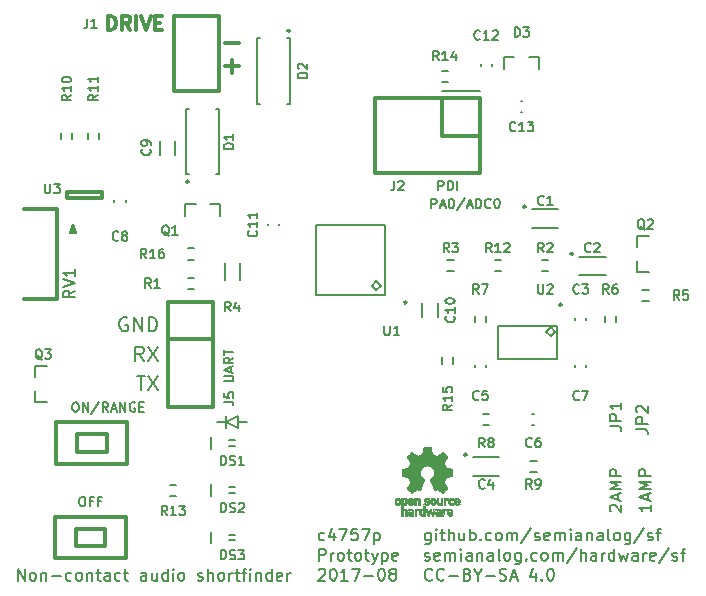
<source format=gbr>
G04 #@! TF.GenerationSoftware,KiCad,Pcbnew,(2017-08-18 revision 6be2f2934)-master*
G04 #@! TF.CreationDate,2017-08-19T20:32:53-06:00*
G04 #@! TF.ProjectId,tone,746F6E652E6B696361645F7063620000,rev?*
G04 #@! TF.SameCoordinates,Original*
G04 #@! TF.FileFunction,Legend,Top*
G04 #@! TF.FilePolarity,Positive*
%FSLAX46Y46*%
G04 Gerber Fmt 4.6, Leading zero omitted, Abs format (unit mm)*
G04 Created by KiCad (PCBNEW (2017-08-18 revision 6be2f2934)-master) date Sat Aug 19 20:32:53 2017*
%MOMM*%
%LPD*%
G01*
G04 APERTURE LIST*
%ADD10C,0.150000*%
%ADD11C,0.200000*%
%ADD12C,0.300000*%
%ADD13C,0.350000*%
%ADD14C,0.100000*%
G04 APERTURE END LIST*
D10*
X36873809Y-17111904D02*
X36873809Y-16311904D01*
X37178571Y-16311904D01*
X37254761Y-16350000D01*
X37292857Y-16388095D01*
X37330952Y-16464285D01*
X37330952Y-16578571D01*
X37292857Y-16654761D01*
X37254761Y-16692857D01*
X37178571Y-16730952D01*
X36873809Y-16730952D01*
X37635714Y-16883333D02*
X38016666Y-16883333D01*
X37559523Y-17111904D02*
X37826190Y-16311904D01*
X38092857Y-17111904D01*
X38511904Y-16311904D02*
X38588095Y-16311904D01*
X38664285Y-16350000D01*
X38702380Y-16388095D01*
X38740476Y-16464285D01*
X38778571Y-16616666D01*
X38778571Y-16807142D01*
X38740476Y-16959523D01*
X38702380Y-17035714D01*
X38664285Y-17073809D01*
X38588095Y-17111904D01*
X38511904Y-17111904D01*
X38435714Y-17073809D01*
X38397619Y-17035714D01*
X38359523Y-16959523D01*
X38321428Y-16807142D01*
X38321428Y-16616666D01*
X38359523Y-16464285D01*
X38397619Y-16388095D01*
X38435714Y-16350000D01*
X38511904Y-16311904D01*
X39692857Y-16273809D02*
X39007142Y-17302380D01*
X39921428Y-16883333D02*
X40302380Y-16883333D01*
X39845238Y-17111904D02*
X40111904Y-16311904D01*
X40378571Y-17111904D01*
X40645238Y-17111904D02*
X40645238Y-16311904D01*
X40835714Y-16311904D01*
X40950000Y-16350000D01*
X41026190Y-16426190D01*
X41064285Y-16502380D01*
X41102380Y-16654761D01*
X41102380Y-16769047D01*
X41064285Y-16921428D01*
X41026190Y-16997619D01*
X40950000Y-17073809D01*
X40835714Y-17111904D01*
X40645238Y-17111904D01*
X41902380Y-17035714D02*
X41864285Y-17073809D01*
X41750000Y-17111904D01*
X41673809Y-17111904D01*
X41559523Y-17073809D01*
X41483333Y-16997619D01*
X41445238Y-16921428D01*
X41407142Y-16769047D01*
X41407142Y-16654761D01*
X41445238Y-16502380D01*
X41483333Y-16426190D01*
X41559523Y-16350000D01*
X41673809Y-16311904D01*
X41750000Y-16311904D01*
X41864285Y-16350000D01*
X41902380Y-16388095D01*
X42397619Y-16311904D02*
X42473809Y-16311904D01*
X42550000Y-16350000D01*
X42588095Y-16388095D01*
X42626190Y-16464285D01*
X42664285Y-16616666D01*
X42664285Y-16807142D01*
X42626190Y-16959523D01*
X42588095Y-17035714D01*
X42550000Y-17073809D01*
X42473809Y-17111904D01*
X42397619Y-17111904D01*
X42321428Y-17073809D01*
X42283333Y-17035714D01*
X42245238Y-16959523D01*
X42207142Y-16807142D01*
X42207142Y-16616666D01*
X42245238Y-16464285D01*
X42283333Y-16388095D01*
X42321428Y-16350000D01*
X42397619Y-16311904D01*
D11*
X20500000Y-35250000D02*
X21250000Y-35250000D01*
X19500000Y-35250000D02*
X18750000Y-35250000D01*
X19500000Y-35750000D02*
X19500000Y-34750000D01*
X20500000Y-34750000D02*
X20500000Y-35750000D01*
X19500000Y-35250000D02*
X20500000Y-34750000D01*
X20500000Y-35750000D02*
X19500000Y-35250000D01*
X1868095Y-48652380D02*
X1868095Y-47652380D01*
X2439523Y-48652380D01*
X2439523Y-47652380D01*
X3058571Y-48652380D02*
X2963333Y-48604761D01*
X2915714Y-48557142D01*
X2868095Y-48461904D01*
X2868095Y-48176190D01*
X2915714Y-48080952D01*
X2963333Y-48033333D01*
X3058571Y-47985714D01*
X3201428Y-47985714D01*
X3296666Y-48033333D01*
X3344285Y-48080952D01*
X3391904Y-48176190D01*
X3391904Y-48461904D01*
X3344285Y-48557142D01*
X3296666Y-48604761D01*
X3201428Y-48652380D01*
X3058571Y-48652380D01*
X3820476Y-47985714D02*
X3820476Y-48652380D01*
X3820476Y-48080952D02*
X3868095Y-48033333D01*
X3963333Y-47985714D01*
X4106190Y-47985714D01*
X4201428Y-48033333D01*
X4249047Y-48128571D01*
X4249047Y-48652380D01*
X4725238Y-48271428D02*
X5487142Y-48271428D01*
X6391904Y-48604761D02*
X6296666Y-48652380D01*
X6106190Y-48652380D01*
X6010952Y-48604761D01*
X5963333Y-48557142D01*
X5915714Y-48461904D01*
X5915714Y-48176190D01*
X5963333Y-48080952D01*
X6010952Y-48033333D01*
X6106190Y-47985714D01*
X6296666Y-47985714D01*
X6391904Y-48033333D01*
X6963333Y-48652380D02*
X6868095Y-48604761D01*
X6820476Y-48557142D01*
X6772857Y-48461904D01*
X6772857Y-48176190D01*
X6820476Y-48080952D01*
X6868095Y-48033333D01*
X6963333Y-47985714D01*
X7106190Y-47985714D01*
X7201428Y-48033333D01*
X7249047Y-48080952D01*
X7296666Y-48176190D01*
X7296666Y-48461904D01*
X7249047Y-48557142D01*
X7201428Y-48604761D01*
X7106190Y-48652380D01*
X6963333Y-48652380D01*
X7725238Y-47985714D02*
X7725238Y-48652380D01*
X7725238Y-48080952D02*
X7772857Y-48033333D01*
X7868095Y-47985714D01*
X8010952Y-47985714D01*
X8106190Y-48033333D01*
X8153809Y-48128571D01*
X8153809Y-48652380D01*
X8487142Y-47985714D02*
X8868095Y-47985714D01*
X8630000Y-47652380D02*
X8630000Y-48509523D01*
X8677619Y-48604761D01*
X8772857Y-48652380D01*
X8868095Y-48652380D01*
X9630000Y-48652380D02*
X9630000Y-48128571D01*
X9582380Y-48033333D01*
X9487142Y-47985714D01*
X9296666Y-47985714D01*
X9201428Y-48033333D01*
X9630000Y-48604761D02*
X9534761Y-48652380D01*
X9296666Y-48652380D01*
X9201428Y-48604761D01*
X9153809Y-48509523D01*
X9153809Y-48414285D01*
X9201428Y-48319047D01*
X9296666Y-48271428D01*
X9534761Y-48271428D01*
X9630000Y-48223809D01*
X10534761Y-48604761D02*
X10439523Y-48652380D01*
X10249047Y-48652380D01*
X10153809Y-48604761D01*
X10106190Y-48557142D01*
X10058571Y-48461904D01*
X10058571Y-48176190D01*
X10106190Y-48080952D01*
X10153809Y-48033333D01*
X10249047Y-47985714D01*
X10439523Y-47985714D01*
X10534761Y-48033333D01*
X10820476Y-47985714D02*
X11201428Y-47985714D01*
X10963333Y-47652380D02*
X10963333Y-48509523D01*
X11010952Y-48604761D01*
X11106190Y-48652380D01*
X11201428Y-48652380D01*
X12725238Y-48652380D02*
X12725238Y-48128571D01*
X12677619Y-48033333D01*
X12582380Y-47985714D01*
X12391904Y-47985714D01*
X12296666Y-48033333D01*
X12725238Y-48604761D02*
X12629999Y-48652380D01*
X12391904Y-48652380D01*
X12296666Y-48604761D01*
X12249047Y-48509523D01*
X12249047Y-48414285D01*
X12296666Y-48319047D01*
X12391904Y-48271428D01*
X12629999Y-48271428D01*
X12725238Y-48223809D01*
X13629999Y-47985714D02*
X13629999Y-48652380D01*
X13201428Y-47985714D02*
X13201428Y-48509523D01*
X13249047Y-48604761D01*
X13344285Y-48652380D01*
X13487142Y-48652380D01*
X13582380Y-48604761D01*
X13629999Y-48557142D01*
X14534761Y-48652380D02*
X14534761Y-47652380D01*
X14534761Y-48604761D02*
X14439523Y-48652380D01*
X14249047Y-48652380D01*
X14153809Y-48604761D01*
X14106190Y-48557142D01*
X14058571Y-48461904D01*
X14058571Y-48176190D01*
X14106190Y-48080952D01*
X14153809Y-48033333D01*
X14249047Y-47985714D01*
X14439523Y-47985714D01*
X14534761Y-48033333D01*
X15010952Y-48652380D02*
X15010952Y-47985714D01*
X15010952Y-47652380D02*
X14963333Y-47700000D01*
X15010952Y-47747619D01*
X15058571Y-47700000D01*
X15010952Y-47652380D01*
X15010952Y-47747619D01*
X15629999Y-48652380D02*
X15534761Y-48604761D01*
X15487142Y-48557142D01*
X15439523Y-48461904D01*
X15439523Y-48176190D01*
X15487142Y-48080952D01*
X15534761Y-48033333D01*
X15629999Y-47985714D01*
X15772857Y-47985714D01*
X15868095Y-48033333D01*
X15915714Y-48080952D01*
X15963333Y-48176190D01*
X15963333Y-48461904D01*
X15915714Y-48557142D01*
X15868095Y-48604761D01*
X15772857Y-48652380D01*
X15629999Y-48652380D01*
X17106190Y-48604761D02*
X17201428Y-48652380D01*
X17391904Y-48652380D01*
X17487142Y-48604761D01*
X17534761Y-48509523D01*
X17534761Y-48461904D01*
X17487142Y-48366666D01*
X17391904Y-48319047D01*
X17249047Y-48319047D01*
X17153809Y-48271428D01*
X17106190Y-48176190D01*
X17106190Y-48128571D01*
X17153809Y-48033333D01*
X17249047Y-47985714D01*
X17391904Y-47985714D01*
X17487142Y-48033333D01*
X17963333Y-48652380D02*
X17963333Y-47652380D01*
X18391904Y-48652380D02*
X18391904Y-48128571D01*
X18344285Y-48033333D01*
X18249047Y-47985714D01*
X18106190Y-47985714D01*
X18010952Y-48033333D01*
X17963333Y-48080952D01*
X19010952Y-48652380D02*
X18915714Y-48604761D01*
X18868095Y-48557142D01*
X18820476Y-48461904D01*
X18820476Y-48176190D01*
X18868095Y-48080952D01*
X18915714Y-48033333D01*
X19010952Y-47985714D01*
X19153809Y-47985714D01*
X19249047Y-48033333D01*
X19296666Y-48080952D01*
X19344285Y-48176190D01*
X19344285Y-48461904D01*
X19296666Y-48557142D01*
X19249047Y-48604761D01*
X19153809Y-48652380D01*
X19010952Y-48652380D01*
X19772857Y-48652380D02*
X19772857Y-47985714D01*
X19772857Y-48176190D02*
X19820476Y-48080952D01*
X19868095Y-48033333D01*
X19963333Y-47985714D01*
X20058571Y-47985714D01*
X20249047Y-47985714D02*
X20629999Y-47985714D01*
X20391904Y-47652380D02*
X20391904Y-48509523D01*
X20439523Y-48604761D01*
X20534761Y-48652380D01*
X20629999Y-48652380D01*
X20820476Y-47985714D02*
X21201428Y-47985714D01*
X20963333Y-48652380D02*
X20963333Y-47795238D01*
X21010952Y-47700000D01*
X21106190Y-47652380D01*
X21201428Y-47652380D01*
X21534761Y-48652380D02*
X21534761Y-47985714D01*
X21534761Y-47652380D02*
X21487142Y-47700000D01*
X21534761Y-47747619D01*
X21582380Y-47700000D01*
X21534761Y-47652380D01*
X21534761Y-47747619D01*
X22010952Y-47985714D02*
X22010952Y-48652380D01*
X22010952Y-48080952D02*
X22058571Y-48033333D01*
X22153809Y-47985714D01*
X22296666Y-47985714D01*
X22391904Y-48033333D01*
X22439523Y-48128571D01*
X22439523Y-48652380D01*
X23344285Y-48652380D02*
X23344285Y-47652380D01*
X23344285Y-48604761D02*
X23249047Y-48652380D01*
X23058571Y-48652380D01*
X22963333Y-48604761D01*
X22915714Y-48557142D01*
X22868095Y-48461904D01*
X22868095Y-48176190D01*
X22915714Y-48080952D01*
X22963333Y-48033333D01*
X23058571Y-47985714D01*
X23249047Y-47985714D01*
X23344285Y-48033333D01*
X24201428Y-48604761D02*
X24106190Y-48652380D01*
X23915714Y-48652380D01*
X23820476Y-48604761D01*
X23772857Y-48509523D01*
X23772857Y-48128571D01*
X23820476Y-48033333D01*
X23915714Y-47985714D01*
X24106190Y-47985714D01*
X24201428Y-48033333D01*
X24249047Y-48128571D01*
X24249047Y-48223809D01*
X23772857Y-48319047D01*
X24677619Y-48652380D02*
X24677619Y-47985714D01*
X24677619Y-48176190D02*
X24725238Y-48080952D01*
X24772857Y-48033333D01*
X24868095Y-47985714D01*
X24963333Y-47985714D01*
X27796666Y-45204761D02*
X27701428Y-45252380D01*
X27510952Y-45252380D01*
X27415714Y-45204761D01*
X27368095Y-45157142D01*
X27320476Y-45061904D01*
X27320476Y-44776190D01*
X27368095Y-44680952D01*
X27415714Y-44633333D01*
X27510952Y-44585714D01*
X27701428Y-44585714D01*
X27796666Y-44633333D01*
X28653809Y-44585714D02*
X28653809Y-45252380D01*
X28415714Y-44204761D02*
X28177619Y-44919047D01*
X28796666Y-44919047D01*
X29082380Y-44252380D02*
X29749047Y-44252380D01*
X29320476Y-45252380D01*
X30606190Y-44252380D02*
X30130000Y-44252380D01*
X30082380Y-44728571D01*
X30130000Y-44680952D01*
X30225238Y-44633333D01*
X30463333Y-44633333D01*
X30558571Y-44680952D01*
X30606190Y-44728571D01*
X30653809Y-44823809D01*
X30653809Y-45061904D01*
X30606190Y-45157142D01*
X30558571Y-45204761D01*
X30463333Y-45252380D01*
X30225238Y-45252380D01*
X30130000Y-45204761D01*
X30082380Y-45157142D01*
X30987142Y-44252380D02*
X31653809Y-44252380D01*
X31225238Y-45252380D01*
X32034761Y-44585714D02*
X32034761Y-45585714D01*
X32034761Y-44633333D02*
X32130000Y-44585714D01*
X32320476Y-44585714D01*
X32415714Y-44633333D01*
X32463333Y-44680952D01*
X32510952Y-44776190D01*
X32510952Y-45061904D01*
X32463333Y-45157142D01*
X32415714Y-45204761D01*
X32320476Y-45252380D01*
X32130000Y-45252380D01*
X32034761Y-45204761D01*
X27368095Y-46952380D02*
X27368095Y-45952380D01*
X27749047Y-45952380D01*
X27844285Y-46000000D01*
X27891904Y-46047619D01*
X27939523Y-46142857D01*
X27939523Y-46285714D01*
X27891904Y-46380952D01*
X27844285Y-46428571D01*
X27749047Y-46476190D01*
X27368095Y-46476190D01*
X28368095Y-46952380D02*
X28368095Y-46285714D01*
X28368095Y-46476190D02*
X28415714Y-46380952D01*
X28463333Y-46333333D01*
X28558571Y-46285714D01*
X28653809Y-46285714D01*
X29130000Y-46952380D02*
X29034761Y-46904761D01*
X28987142Y-46857142D01*
X28939523Y-46761904D01*
X28939523Y-46476190D01*
X28987142Y-46380952D01*
X29034761Y-46333333D01*
X29130000Y-46285714D01*
X29272857Y-46285714D01*
X29368095Y-46333333D01*
X29415714Y-46380952D01*
X29463333Y-46476190D01*
X29463333Y-46761904D01*
X29415714Y-46857142D01*
X29368095Y-46904761D01*
X29272857Y-46952380D01*
X29130000Y-46952380D01*
X29749047Y-46285714D02*
X30130000Y-46285714D01*
X29891904Y-45952380D02*
X29891904Y-46809523D01*
X29939523Y-46904761D01*
X30034761Y-46952380D01*
X30130000Y-46952380D01*
X30606190Y-46952380D02*
X30510952Y-46904761D01*
X30463333Y-46857142D01*
X30415714Y-46761904D01*
X30415714Y-46476190D01*
X30463333Y-46380952D01*
X30510952Y-46333333D01*
X30606190Y-46285714D01*
X30749047Y-46285714D01*
X30844285Y-46333333D01*
X30891904Y-46380952D01*
X30939523Y-46476190D01*
X30939523Y-46761904D01*
X30891904Y-46857142D01*
X30844285Y-46904761D01*
X30749047Y-46952380D01*
X30606190Y-46952380D01*
X31225238Y-46285714D02*
X31606190Y-46285714D01*
X31368095Y-45952380D02*
X31368095Y-46809523D01*
X31415714Y-46904761D01*
X31510952Y-46952380D01*
X31606190Y-46952380D01*
X31844285Y-46285714D02*
X32082380Y-46952380D01*
X32320476Y-46285714D02*
X32082380Y-46952380D01*
X31987142Y-47190476D01*
X31939523Y-47238095D01*
X31844285Y-47285714D01*
X32701428Y-46285714D02*
X32701428Y-47285714D01*
X32701428Y-46333333D02*
X32796666Y-46285714D01*
X32987142Y-46285714D01*
X33082380Y-46333333D01*
X33130000Y-46380952D01*
X33177619Y-46476190D01*
X33177619Y-46761904D01*
X33130000Y-46857142D01*
X33082380Y-46904761D01*
X32987142Y-46952380D01*
X32796666Y-46952380D01*
X32701428Y-46904761D01*
X33987142Y-46904761D02*
X33891904Y-46952380D01*
X33701428Y-46952380D01*
X33606190Y-46904761D01*
X33558571Y-46809523D01*
X33558571Y-46428571D01*
X33606190Y-46333333D01*
X33701428Y-46285714D01*
X33891904Y-46285714D01*
X33987142Y-46333333D01*
X34034761Y-46428571D01*
X34034761Y-46523809D01*
X33558571Y-46619047D01*
X27320476Y-47747619D02*
X27368095Y-47700000D01*
X27463333Y-47652380D01*
X27701428Y-47652380D01*
X27796666Y-47700000D01*
X27844285Y-47747619D01*
X27891904Y-47842857D01*
X27891904Y-47938095D01*
X27844285Y-48080952D01*
X27272857Y-48652380D01*
X27891904Y-48652380D01*
X28510952Y-47652380D02*
X28606190Y-47652380D01*
X28701428Y-47700000D01*
X28749047Y-47747619D01*
X28796666Y-47842857D01*
X28844285Y-48033333D01*
X28844285Y-48271428D01*
X28796666Y-48461904D01*
X28749047Y-48557142D01*
X28701428Y-48604761D01*
X28606190Y-48652380D01*
X28510952Y-48652380D01*
X28415714Y-48604761D01*
X28368095Y-48557142D01*
X28320476Y-48461904D01*
X28272857Y-48271428D01*
X28272857Y-48033333D01*
X28320476Y-47842857D01*
X28368095Y-47747619D01*
X28415714Y-47700000D01*
X28510952Y-47652380D01*
X29796666Y-48652380D02*
X29225238Y-48652380D01*
X29510952Y-48652380D02*
X29510952Y-47652380D01*
X29415714Y-47795238D01*
X29320476Y-47890476D01*
X29225238Y-47938095D01*
X30130000Y-47652380D02*
X30796666Y-47652380D01*
X30368095Y-48652380D01*
X31177619Y-48271428D02*
X31939523Y-48271428D01*
X32606190Y-47652380D02*
X32701428Y-47652380D01*
X32796666Y-47700000D01*
X32844285Y-47747619D01*
X32891904Y-47842857D01*
X32939523Y-48033333D01*
X32939523Y-48271428D01*
X32891904Y-48461904D01*
X32844285Y-48557142D01*
X32796666Y-48604761D01*
X32701428Y-48652380D01*
X32606190Y-48652380D01*
X32510952Y-48604761D01*
X32463333Y-48557142D01*
X32415714Y-48461904D01*
X32368095Y-48271428D01*
X32368095Y-48033333D01*
X32415714Y-47842857D01*
X32463333Y-47747619D01*
X32510952Y-47700000D01*
X32606190Y-47652380D01*
X33510952Y-48080952D02*
X33415714Y-48033333D01*
X33368095Y-47985714D01*
X33320476Y-47890476D01*
X33320476Y-47842857D01*
X33368095Y-47747619D01*
X33415714Y-47700000D01*
X33510952Y-47652380D01*
X33701428Y-47652380D01*
X33796666Y-47700000D01*
X33844285Y-47747619D01*
X33891904Y-47842857D01*
X33891904Y-47890476D01*
X33844285Y-47985714D01*
X33796666Y-48033333D01*
X33701428Y-48080952D01*
X33510952Y-48080952D01*
X33415714Y-48128571D01*
X33368095Y-48176190D01*
X33320476Y-48271428D01*
X33320476Y-48461904D01*
X33368095Y-48557142D01*
X33415714Y-48604761D01*
X33510952Y-48652380D01*
X33701428Y-48652380D01*
X33796666Y-48604761D01*
X33844285Y-48557142D01*
X33891904Y-48461904D01*
X33891904Y-48271428D01*
X33844285Y-48176190D01*
X33796666Y-48128571D01*
X33701428Y-48080952D01*
X36796666Y-44585714D02*
X36796666Y-45395238D01*
X36749047Y-45490476D01*
X36701428Y-45538095D01*
X36606190Y-45585714D01*
X36463333Y-45585714D01*
X36368095Y-45538095D01*
X36796666Y-45204761D02*
X36701428Y-45252380D01*
X36510952Y-45252380D01*
X36415714Y-45204761D01*
X36368095Y-45157142D01*
X36320476Y-45061904D01*
X36320476Y-44776190D01*
X36368095Y-44680952D01*
X36415714Y-44633333D01*
X36510952Y-44585714D01*
X36701428Y-44585714D01*
X36796666Y-44633333D01*
X37272857Y-45252380D02*
X37272857Y-44585714D01*
X37272857Y-44252380D02*
X37225238Y-44300000D01*
X37272857Y-44347619D01*
X37320476Y-44300000D01*
X37272857Y-44252380D01*
X37272857Y-44347619D01*
X37606190Y-44585714D02*
X37987142Y-44585714D01*
X37749047Y-44252380D02*
X37749047Y-45109523D01*
X37796666Y-45204761D01*
X37891904Y-45252380D01*
X37987142Y-45252380D01*
X38320476Y-45252380D02*
X38320476Y-44252380D01*
X38749047Y-45252380D02*
X38749047Y-44728571D01*
X38701428Y-44633333D01*
X38606190Y-44585714D01*
X38463333Y-44585714D01*
X38368095Y-44633333D01*
X38320476Y-44680952D01*
X39653809Y-44585714D02*
X39653809Y-45252380D01*
X39225238Y-44585714D02*
X39225238Y-45109523D01*
X39272857Y-45204761D01*
X39368095Y-45252380D01*
X39510952Y-45252380D01*
X39606190Y-45204761D01*
X39653809Y-45157142D01*
X40130000Y-45252380D02*
X40130000Y-44252380D01*
X40130000Y-44633333D02*
X40225238Y-44585714D01*
X40415714Y-44585714D01*
X40510952Y-44633333D01*
X40558571Y-44680952D01*
X40606190Y-44776190D01*
X40606190Y-45061904D01*
X40558571Y-45157142D01*
X40510952Y-45204761D01*
X40415714Y-45252380D01*
X40225238Y-45252380D01*
X40130000Y-45204761D01*
X41034761Y-45157142D02*
X41082380Y-45204761D01*
X41034761Y-45252380D01*
X40987142Y-45204761D01*
X41034761Y-45157142D01*
X41034761Y-45252380D01*
X41939523Y-45204761D02*
X41844285Y-45252380D01*
X41653809Y-45252380D01*
X41558571Y-45204761D01*
X41510952Y-45157142D01*
X41463333Y-45061904D01*
X41463333Y-44776190D01*
X41510952Y-44680952D01*
X41558571Y-44633333D01*
X41653809Y-44585714D01*
X41844285Y-44585714D01*
X41939523Y-44633333D01*
X42510952Y-45252380D02*
X42415714Y-45204761D01*
X42368095Y-45157142D01*
X42320476Y-45061904D01*
X42320476Y-44776190D01*
X42368095Y-44680952D01*
X42415714Y-44633333D01*
X42510952Y-44585714D01*
X42653809Y-44585714D01*
X42749047Y-44633333D01*
X42796666Y-44680952D01*
X42844285Y-44776190D01*
X42844285Y-45061904D01*
X42796666Y-45157142D01*
X42749047Y-45204761D01*
X42653809Y-45252380D01*
X42510952Y-45252380D01*
X43272857Y-45252380D02*
X43272857Y-44585714D01*
X43272857Y-44680952D02*
X43320476Y-44633333D01*
X43415714Y-44585714D01*
X43558571Y-44585714D01*
X43653809Y-44633333D01*
X43701428Y-44728571D01*
X43701428Y-45252380D01*
X43701428Y-44728571D02*
X43749047Y-44633333D01*
X43844285Y-44585714D01*
X43987142Y-44585714D01*
X44082380Y-44633333D01*
X44130000Y-44728571D01*
X44130000Y-45252380D01*
X45320476Y-44204761D02*
X44463333Y-45490476D01*
X45606190Y-45204761D02*
X45701428Y-45252380D01*
X45891904Y-45252380D01*
X45987142Y-45204761D01*
X46034761Y-45109523D01*
X46034761Y-45061904D01*
X45987142Y-44966666D01*
X45891904Y-44919047D01*
X45749047Y-44919047D01*
X45653809Y-44871428D01*
X45606190Y-44776190D01*
X45606190Y-44728571D01*
X45653809Y-44633333D01*
X45749047Y-44585714D01*
X45891904Y-44585714D01*
X45987142Y-44633333D01*
X46844285Y-45204761D02*
X46749047Y-45252380D01*
X46558571Y-45252380D01*
X46463333Y-45204761D01*
X46415714Y-45109523D01*
X46415714Y-44728571D01*
X46463333Y-44633333D01*
X46558571Y-44585714D01*
X46749047Y-44585714D01*
X46844285Y-44633333D01*
X46891904Y-44728571D01*
X46891904Y-44823809D01*
X46415714Y-44919047D01*
X47320476Y-45252380D02*
X47320476Y-44585714D01*
X47320476Y-44680952D02*
X47368095Y-44633333D01*
X47463333Y-44585714D01*
X47606190Y-44585714D01*
X47701428Y-44633333D01*
X47749047Y-44728571D01*
X47749047Y-45252380D01*
X47749047Y-44728571D02*
X47796666Y-44633333D01*
X47891904Y-44585714D01*
X48034761Y-44585714D01*
X48130000Y-44633333D01*
X48177619Y-44728571D01*
X48177619Y-45252380D01*
X48653809Y-45252380D02*
X48653809Y-44585714D01*
X48653809Y-44252380D02*
X48606190Y-44300000D01*
X48653809Y-44347619D01*
X48701428Y-44300000D01*
X48653809Y-44252380D01*
X48653809Y-44347619D01*
X49558571Y-45252380D02*
X49558571Y-44728571D01*
X49510952Y-44633333D01*
X49415714Y-44585714D01*
X49225238Y-44585714D01*
X49130000Y-44633333D01*
X49558571Y-45204761D02*
X49463333Y-45252380D01*
X49225238Y-45252380D01*
X49130000Y-45204761D01*
X49082380Y-45109523D01*
X49082380Y-45014285D01*
X49130000Y-44919047D01*
X49225238Y-44871428D01*
X49463333Y-44871428D01*
X49558571Y-44823809D01*
X50034761Y-44585714D02*
X50034761Y-45252380D01*
X50034761Y-44680952D02*
X50082380Y-44633333D01*
X50177619Y-44585714D01*
X50320476Y-44585714D01*
X50415714Y-44633333D01*
X50463333Y-44728571D01*
X50463333Y-45252380D01*
X51368095Y-45252380D02*
X51368095Y-44728571D01*
X51320476Y-44633333D01*
X51225238Y-44585714D01*
X51034761Y-44585714D01*
X50939523Y-44633333D01*
X51368095Y-45204761D02*
X51272857Y-45252380D01*
X51034761Y-45252380D01*
X50939523Y-45204761D01*
X50891904Y-45109523D01*
X50891904Y-45014285D01*
X50939523Y-44919047D01*
X51034761Y-44871428D01*
X51272857Y-44871428D01*
X51368095Y-44823809D01*
X51987142Y-45252380D02*
X51891904Y-45204761D01*
X51844285Y-45109523D01*
X51844285Y-44252380D01*
X52510952Y-45252380D02*
X52415714Y-45204761D01*
X52368095Y-45157142D01*
X52320476Y-45061904D01*
X52320476Y-44776190D01*
X52368095Y-44680952D01*
X52415714Y-44633333D01*
X52510952Y-44585714D01*
X52653809Y-44585714D01*
X52749047Y-44633333D01*
X52796666Y-44680952D01*
X52844285Y-44776190D01*
X52844285Y-45061904D01*
X52796666Y-45157142D01*
X52749047Y-45204761D01*
X52653809Y-45252380D01*
X52510952Y-45252380D01*
X53701428Y-44585714D02*
X53701428Y-45395238D01*
X53653809Y-45490476D01*
X53606190Y-45538095D01*
X53510952Y-45585714D01*
X53368095Y-45585714D01*
X53272857Y-45538095D01*
X53701428Y-45204761D02*
X53606190Y-45252380D01*
X53415714Y-45252380D01*
X53320476Y-45204761D01*
X53272857Y-45157142D01*
X53225238Y-45061904D01*
X53225238Y-44776190D01*
X53272857Y-44680952D01*
X53320476Y-44633333D01*
X53415714Y-44585714D01*
X53606190Y-44585714D01*
X53701428Y-44633333D01*
X54891904Y-44204761D02*
X54034761Y-45490476D01*
X55177619Y-45204761D02*
X55272857Y-45252380D01*
X55463333Y-45252380D01*
X55558571Y-45204761D01*
X55606190Y-45109523D01*
X55606190Y-45061904D01*
X55558571Y-44966666D01*
X55463333Y-44919047D01*
X55320476Y-44919047D01*
X55225238Y-44871428D01*
X55177619Y-44776190D01*
X55177619Y-44728571D01*
X55225238Y-44633333D01*
X55320476Y-44585714D01*
X55463333Y-44585714D01*
X55558571Y-44633333D01*
X55891904Y-44585714D02*
X56272857Y-44585714D01*
X56034761Y-45252380D02*
X56034761Y-44395238D01*
X56082380Y-44300000D01*
X56177619Y-44252380D01*
X56272857Y-44252380D01*
X36320476Y-46904761D02*
X36415714Y-46952380D01*
X36606190Y-46952380D01*
X36701428Y-46904761D01*
X36749047Y-46809523D01*
X36749047Y-46761904D01*
X36701428Y-46666666D01*
X36606190Y-46619047D01*
X36463333Y-46619047D01*
X36368095Y-46571428D01*
X36320476Y-46476190D01*
X36320476Y-46428571D01*
X36368095Y-46333333D01*
X36463333Y-46285714D01*
X36606190Y-46285714D01*
X36701428Y-46333333D01*
X37558571Y-46904761D02*
X37463333Y-46952380D01*
X37272857Y-46952380D01*
X37177619Y-46904761D01*
X37130000Y-46809523D01*
X37130000Y-46428571D01*
X37177619Y-46333333D01*
X37272857Y-46285714D01*
X37463333Y-46285714D01*
X37558571Y-46333333D01*
X37606190Y-46428571D01*
X37606190Y-46523809D01*
X37130000Y-46619047D01*
X38034761Y-46952380D02*
X38034761Y-46285714D01*
X38034761Y-46380952D02*
X38082380Y-46333333D01*
X38177619Y-46285714D01*
X38320476Y-46285714D01*
X38415714Y-46333333D01*
X38463333Y-46428571D01*
X38463333Y-46952380D01*
X38463333Y-46428571D02*
X38510952Y-46333333D01*
X38606190Y-46285714D01*
X38749047Y-46285714D01*
X38844285Y-46333333D01*
X38891904Y-46428571D01*
X38891904Y-46952380D01*
X39368095Y-46952380D02*
X39368095Y-46285714D01*
X39368095Y-45952380D02*
X39320476Y-46000000D01*
X39368095Y-46047619D01*
X39415714Y-46000000D01*
X39368095Y-45952380D01*
X39368095Y-46047619D01*
X40272857Y-46952380D02*
X40272857Y-46428571D01*
X40225238Y-46333333D01*
X40130000Y-46285714D01*
X39939523Y-46285714D01*
X39844285Y-46333333D01*
X40272857Y-46904761D02*
X40177619Y-46952380D01*
X39939523Y-46952380D01*
X39844285Y-46904761D01*
X39796666Y-46809523D01*
X39796666Y-46714285D01*
X39844285Y-46619047D01*
X39939523Y-46571428D01*
X40177619Y-46571428D01*
X40272857Y-46523809D01*
X40749047Y-46285714D02*
X40749047Y-46952380D01*
X40749047Y-46380952D02*
X40796666Y-46333333D01*
X40891904Y-46285714D01*
X41034761Y-46285714D01*
X41130000Y-46333333D01*
X41177619Y-46428571D01*
X41177619Y-46952380D01*
X42082380Y-46952380D02*
X42082380Y-46428571D01*
X42034761Y-46333333D01*
X41939523Y-46285714D01*
X41749047Y-46285714D01*
X41653809Y-46333333D01*
X42082380Y-46904761D02*
X41987142Y-46952380D01*
X41749047Y-46952380D01*
X41653809Y-46904761D01*
X41606190Y-46809523D01*
X41606190Y-46714285D01*
X41653809Y-46619047D01*
X41749047Y-46571428D01*
X41987142Y-46571428D01*
X42082380Y-46523809D01*
X42701428Y-46952380D02*
X42606190Y-46904761D01*
X42558571Y-46809523D01*
X42558571Y-45952380D01*
X43225238Y-46952380D02*
X43130000Y-46904761D01*
X43082380Y-46857142D01*
X43034761Y-46761904D01*
X43034761Y-46476190D01*
X43082380Y-46380952D01*
X43130000Y-46333333D01*
X43225238Y-46285714D01*
X43368095Y-46285714D01*
X43463333Y-46333333D01*
X43510952Y-46380952D01*
X43558571Y-46476190D01*
X43558571Y-46761904D01*
X43510952Y-46857142D01*
X43463333Y-46904761D01*
X43368095Y-46952380D01*
X43225238Y-46952380D01*
X44415714Y-46285714D02*
X44415714Y-47095238D01*
X44368095Y-47190476D01*
X44320476Y-47238095D01*
X44225238Y-47285714D01*
X44082380Y-47285714D01*
X43987142Y-47238095D01*
X44415714Y-46904761D02*
X44320476Y-46952380D01*
X44130000Y-46952380D01*
X44034761Y-46904761D01*
X43987142Y-46857142D01*
X43939523Y-46761904D01*
X43939523Y-46476190D01*
X43987142Y-46380952D01*
X44034761Y-46333333D01*
X44130000Y-46285714D01*
X44320476Y-46285714D01*
X44415714Y-46333333D01*
X44891904Y-46857142D02*
X44939523Y-46904761D01*
X44891904Y-46952380D01*
X44844285Y-46904761D01*
X44891904Y-46857142D01*
X44891904Y-46952380D01*
X45796666Y-46904761D02*
X45701428Y-46952380D01*
X45510952Y-46952380D01*
X45415714Y-46904761D01*
X45368095Y-46857142D01*
X45320476Y-46761904D01*
X45320476Y-46476190D01*
X45368095Y-46380952D01*
X45415714Y-46333333D01*
X45510952Y-46285714D01*
X45701428Y-46285714D01*
X45796666Y-46333333D01*
X46368095Y-46952380D02*
X46272857Y-46904761D01*
X46225238Y-46857142D01*
X46177619Y-46761904D01*
X46177619Y-46476190D01*
X46225238Y-46380952D01*
X46272857Y-46333333D01*
X46368095Y-46285714D01*
X46510952Y-46285714D01*
X46606190Y-46333333D01*
X46653809Y-46380952D01*
X46701428Y-46476190D01*
X46701428Y-46761904D01*
X46653809Y-46857142D01*
X46606190Y-46904761D01*
X46510952Y-46952380D01*
X46368095Y-46952380D01*
X47130000Y-46952380D02*
X47130000Y-46285714D01*
X47130000Y-46380952D02*
X47177619Y-46333333D01*
X47272857Y-46285714D01*
X47415714Y-46285714D01*
X47510952Y-46333333D01*
X47558571Y-46428571D01*
X47558571Y-46952380D01*
X47558571Y-46428571D02*
X47606190Y-46333333D01*
X47701428Y-46285714D01*
X47844285Y-46285714D01*
X47939523Y-46333333D01*
X47987142Y-46428571D01*
X47987142Y-46952380D01*
X49177619Y-45904761D02*
X48320476Y-47190476D01*
X49510952Y-46952380D02*
X49510952Y-45952380D01*
X49939523Y-46952380D02*
X49939523Y-46428571D01*
X49891904Y-46333333D01*
X49796666Y-46285714D01*
X49653809Y-46285714D01*
X49558571Y-46333333D01*
X49510952Y-46380952D01*
X50844285Y-46952380D02*
X50844285Y-46428571D01*
X50796666Y-46333333D01*
X50701428Y-46285714D01*
X50510952Y-46285714D01*
X50415714Y-46333333D01*
X50844285Y-46904761D02*
X50749047Y-46952380D01*
X50510952Y-46952380D01*
X50415714Y-46904761D01*
X50368095Y-46809523D01*
X50368095Y-46714285D01*
X50415714Y-46619047D01*
X50510952Y-46571428D01*
X50749047Y-46571428D01*
X50844285Y-46523809D01*
X51320476Y-46952380D02*
X51320476Y-46285714D01*
X51320476Y-46476190D02*
X51368095Y-46380952D01*
X51415714Y-46333333D01*
X51510952Y-46285714D01*
X51606190Y-46285714D01*
X52368095Y-46952380D02*
X52368095Y-45952380D01*
X52368095Y-46904761D02*
X52272857Y-46952380D01*
X52082380Y-46952380D01*
X51987142Y-46904761D01*
X51939523Y-46857142D01*
X51891904Y-46761904D01*
X51891904Y-46476190D01*
X51939523Y-46380952D01*
X51987142Y-46333333D01*
X52082380Y-46285714D01*
X52272857Y-46285714D01*
X52368095Y-46333333D01*
X52749047Y-46285714D02*
X52939523Y-46952380D01*
X53130000Y-46476190D01*
X53320476Y-46952380D01*
X53510952Y-46285714D01*
X54320476Y-46952380D02*
X54320476Y-46428571D01*
X54272857Y-46333333D01*
X54177619Y-46285714D01*
X53987142Y-46285714D01*
X53891904Y-46333333D01*
X54320476Y-46904761D02*
X54225238Y-46952380D01*
X53987142Y-46952380D01*
X53891904Y-46904761D01*
X53844285Y-46809523D01*
X53844285Y-46714285D01*
X53891904Y-46619047D01*
X53987142Y-46571428D01*
X54225238Y-46571428D01*
X54320476Y-46523809D01*
X54796666Y-46952380D02*
X54796666Y-46285714D01*
X54796666Y-46476190D02*
X54844285Y-46380952D01*
X54891904Y-46333333D01*
X54987142Y-46285714D01*
X55082380Y-46285714D01*
X55796666Y-46904761D02*
X55701428Y-46952380D01*
X55510952Y-46952380D01*
X55415714Y-46904761D01*
X55368095Y-46809523D01*
X55368095Y-46428571D01*
X55415714Y-46333333D01*
X55510952Y-46285714D01*
X55701428Y-46285714D01*
X55796666Y-46333333D01*
X55844285Y-46428571D01*
X55844285Y-46523809D01*
X55368095Y-46619047D01*
X56987142Y-45904761D02*
X56130000Y-47190476D01*
X57272857Y-46904761D02*
X57368095Y-46952380D01*
X57558571Y-46952380D01*
X57653809Y-46904761D01*
X57701428Y-46809523D01*
X57701428Y-46761904D01*
X57653809Y-46666666D01*
X57558571Y-46619047D01*
X57415714Y-46619047D01*
X57320476Y-46571428D01*
X57272857Y-46476190D01*
X57272857Y-46428571D01*
X57320476Y-46333333D01*
X57415714Y-46285714D01*
X57558571Y-46285714D01*
X57653809Y-46333333D01*
X57987142Y-46285714D02*
X58368095Y-46285714D01*
X58130000Y-46952380D02*
X58130000Y-46095238D01*
X58177619Y-46000000D01*
X58272857Y-45952380D01*
X58368095Y-45952380D01*
X36939523Y-48557142D02*
X36891904Y-48604761D01*
X36749047Y-48652380D01*
X36653809Y-48652380D01*
X36510952Y-48604761D01*
X36415714Y-48509523D01*
X36368095Y-48414285D01*
X36320476Y-48223809D01*
X36320476Y-48080952D01*
X36368095Y-47890476D01*
X36415714Y-47795238D01*
X36510952Y-47700000D01*
X36653809Y-47652380D01*
X36749047Y-47652380D01*
X36891904Y-47700000D01*
X36939523Y-47747619D01*
X37939523Y-48557142D02*
X37891904Y-48604761D01*
X37749047Y-48652380D01*
X37653809Y-48652380D01*
X37510952Y-48604761D01*
X37415714Y-48509523D01*
X37368095Y-48414285D01*
X37320476Y-48223809D01*
X37320476Y-48080952D01*
X37368095Y-47890476D01*
X37415714Y-47795238D01*
X37510952Y-47700000D01*
X37653809Y-47652380D01*
X37749047Y-47652380D01*
X37891904Y-47700000D01*
X37939523Y-47747619D01*
X38368095Y-48271428D02*
X39130000Y-48271428D01*
X39939523Y-48128571D02*
X40082380Y-48176190D01*
X40130000Y-48223809D01*
X40177619Y-48319047D01*
X40177619Y-48461904D01*
X40130000Y-48557142D01*
X40082380Y-48604761D01*
X39987142Y-48652380D01*
X39606190Y-48652380D01*
X39606190Y-47652380D01*
X39939523Y-47652380D01*
X40034761Y-47700000D01*
X40082380Y-47747619D01*
X40130000Y-47842857D01*
X40130000Y-47938095D01*
X40082380Y-48033333D01*
X40034761Y-48080952D01*
X39939523Y-48128571D01*
X39606190Y-48128571D01*
X40796666Y-48176190D02*
X40796666Y-48652380D01*
X40463333Y-47652380D02*
X40796666Y-48176190D01*
X41130000Y-47652380D01*
X41463333Y-48271428D02*
X42225238Y-48271428D01*
X42653809Y-48604761D02*
X42796666Y-48652380D01*
X43034761Y-48652380D01*
X43130000Y-48604761D01*
X43177619Y-48557142D01*
X43225238Y-48461904D01*
X43225238Y-48366666D01*
X43177619Y-48271428D01*
X43130000Y-48223809D01*
X43034761Y-48176190D01*
X42844285Y-48128571D01*
X42749047Y-48080952D01*
X42701428Y-48033333D01*
X42653809Y-47938095D01*
X42653809Y-47842857D01*
X42701428Y-47747619D01*
X42749047Y-47700000D01*
X42844285Y-47652380D01*
X43082380Y-47652380D01*
X43225238Y-47700000D01*
X43606190Y-48366666D02*
X44082380Y-48366666D01*
X43510952Y-48652380D02*
X43844285Y-47652380D01*
X44177619Y-48652380D01*
X45701428Y-47985714D02*
X45701428Y-48652380D01*
X45463333Y-47604761D02*
X45225238Y-48319047D01*
X45844285Y-48319047D01*
X46225238Y-48557142D02*
X46272857Y-48604761D01*
X46225238Y-48652380D01*
X46177619Y-48604761D01*
X46225238Y-48557142D01*
X46225238Y-48652380D01*
X46891904Y-47652380D02*
X46987142Y-47652380D01*
X47082380Y-47700000D01*
X47130000Y-47747619D01*
X47177619Y-47842857D01*
X47225238Y-48033333D01*
X47225238Y-48271428D01*
X47177619Y-48461904D01*
X47130000Y-48557142D01*
X47082380Y-48604761D01*
X46987142Y-48652380D01*
X46891904Y-48652380D01*
X46796666Y-48604761D01*
X46749047Y-48557142D01*
X46701428Y-48461904D01*
X46653809Y-48271428D01*
X46653809Y-48033333D01*
X46701428Y-47842857D01*
X46749047Y-47747619D01*
X46796666Y-47700000D01*
X46891904Y-47652380D01*
X11127142Y-26400000D02*
X11012857Y-26342857D01*
X10841428Y-26342857D01*
X10670000Y-26400000D01*
X10555714Y-26514285D01*
X10498571Y-26628571D01*
X10441428Y-26857142D01*
X10441428Y-27028571D01*
X10498571Y-27257142D01*
X10555714Y-27371428D01*
X10670000Y-27485714D01*
X10841428Y-27542857D01*
X10955714Y-27542857D01*
X11127142Y-27485714D01*
X11184285Y-27428571D01*
X11184285Y-27028571D01*
X10955714Y-27028571D01*
X11698571Y-27542857D02*
X11698571Y-26342857D01*
X12384285Y-27542857D01*
X12384285Y-26342857D01*
X12955714Y-27542857D02*
X12955714Y-26342857D01*
X13241428Y-26342857D01*
X13412857Y-26400000D01*
X13527142Y-26514285D01*
X13584285Y-26628571D01*
X13641428Y-26857142D01*
X13641428Y-27028571D01*
X13584285Y-27257142D01*
X13527142Y-27371428D01*
X13412857Y-27485714D01*
X13241428Y-27542857D01*
X12955714Y-27542857D01*
X11927142Y-31342857D02*
X12612857Y-31342857D01*
X12269999Y-32542857D02*
X12269999Y-31342857D01*
X12898571Y-31342857D02*
X13698571Y-32542857D01*
X13698571Y-31342857D02*
X12898571Y-32542857D01*
X12498571Y-30042857D02*
X12098571Y-29471428D01*
X11812857Y-30042857D02*
X11812857Y-28842857D01*
X12270000Y-28842857D01*
X12384285Y-28900000D01*
X12441428Y-28957142D01*
X12498571Y-29071428D01*
X12498571Y-29242857D01*
X12441428Y-29357142D01*
X12384285Y-29414285D01*
X12270000Y-29471428D01*
X11812857Y-29471428D01*
X12898571Y-28842857D02*
X13698571Y-30042857D01*
X13698571Y-28842857D02*
X12898571Y-30042857D01*
D12*
X19428571Y-3107142D02*
X20571428Y-3107142D01*
X19428571Y-5107142D02*
X20571428Y-5107142D01*
X20000000Y-5678571D02*
X20000000Y-4535714D01*
X9492857Y-2042857D02*
X9492857Y-842857D01*
X9778571Y-842857D01*
X9950000Y-900000D01*
X10064285Y-1014285D01*
X10121428Y-1128571D01*
X10178571Y-1357142D01*
X10178571Y-1528571D01*
X10121428Y-1757142D01*
X10064285Y-1871428D01*
X9950000Y-1985714D01*
X9778571Y-2042857D01*
X9492857Y-2042857D01*
X11378571Y-2042857D02*
X10978571Y-1471428D01*
X10692857Y-2042857D02*
X10692857Y-842857D01*
X11150000Y-842857D01*
X11264285Y-900000D01*
X11321428Y-957142D01*
X11378571Y-1071428D01*
X11378571Y-1242857D01*
X11321428Y-1357142D01*
X11264285Y-1414285D01*
X11150000Y-1471428D01*
X10692857Y-1471428D01*
X11892857Y-2042857D02*
X11892857Y-842857D01*
X12292857Y-842857D02*
X12692857Y-2042857D01*
X13092857Y-842857D01*
X13492857Y-1414285D02*
X13892857Y-1414285D01*
X14064285Y-2042857D02*
X13492857Y-2042857D01*
X13492857Y-842857D01*
X14064285Y-842857D01*
D11*
X6500000Y-19000000D02*
X6750000Y-19250000D01*
X6250000Y-19250000D02*
X6500000Y-19000000D01*
X6500000Y-18500000D02*
X6500000Y-19250000D01*
X6750000Y-19250000D02*
X6500000Y-18500000D01*
X6250000Y-19250000D02*
X6750000Y-19250000D01*
X6500000Y-18500000D02*
X6250000Y-19250000D01*
D13*
X9000000Y-16250000D02*
X6000000Y-16250000D01*
X9000000Y-15750000D02*
X9000000Y-16250000D01*
X6000000Y-15750000D02*
X9000000Y-15750000D01*
X6000000Y-16250000D02*
X6000000Y-15750000D01*
X18405000Y-25055000D02*
X18405000Y-33945000D01*
X18405000Y-33945000D02*
X14595000Y-33945000D01*
X14595000Y-33945000D02*
X14595000Y-25055000D01*
X14595000Y-25055000D02*
X18405000Y-25055000D01*
X18405000Y-28230000D02*
X14595000Y-28230000D01*
D10*
X41029000Y-4929000D02*
X41029000Y-5071000D01*
X41029000Y-5071000D02*
X41029000Y-4929000D01*
X41971000Y-4929000D02*
X41971000Y-5071000D01*
X41971000Y-5071000D02*
X41971000Y-4929000D01*
X44429000Y-8971000D02*
X44571000Y-8971000D01*
X44571000Y-8971000D02*
X44429000Y-8971000D01*
X44429000Y-8029000D02*
X44571000Y-8029000D01*
X44571000Y-8029000D02*
X44429000Y-8029000D01*
X45100000Y-4300000D02*
X46000000Y-4300000D01*
X46000000Y-4300000D02*
X46000000Y-5300000D01*
X43000000Y-5300000D02*
X43000000Y-4300000D01*
X43000000Y-4300000D02*
X43900000Y-4300000D01*
D14*
G36*
X34781164Y-43152857D02*
X34718925Y-43152857D01*
X34656686Y-43152857D01*
X34656686Y-42970456D01*
X34656299Y-42902127D01*
X34655156Y-42846084D01*
X34653280Y-42802911D01*
X34650694Y-42773194D01*
X34648175Y-42759650D01*
X34632480Y-42729407D01*
X34607132Y-42703884D01*
X34576665Y-42687211D01*
X34565237Y-42684155D01*
X34535048Y-42684566D01*
X34502471Y-42694315D01*
X34473643Y-42711004D01*
X34458844Y-42725715D01*
X34451091Y-42738083D01*
X34444962Y-42753183D01*
X34440273Y-42772759D01*
X34436841Y-42798558D01*
X34434482Y-42832322D01*
X34433013Y-42875797D01*
X34432250Y-42930728D01*
X34432030Y-42980500D01*
X34431714Y-43152857D01*
X34374866Y-43152857D01*
X34347408Y-43152278D01*
X34325854Y-43150744D01*
X34314078Y-43148560D01*
X34313181Y-43148019D01*
X34312513Y-43140243D01*
X34311872Y-43118923D01*
X34311265Y-43085025D01*
X34310697Y-43039520D01*
X34310176Y-42983376D01*
X34309707Y-42917561D01*
X34309297Y-42843045D01*
X34308952Y-42760797D01*
X34308678Y-42671784D01*
X34308481Y-42576977D01*
X34308369Y-42477343D01*
X34308343Y-42400533D01*
X34308343Y-41657885D01*
X34369590Y-41657885D01*
X34430838Y-41657885D01*
X34433090Y-41683649D01*
X34435343Y-41709413D01*
X34460055Y-41691116D01*
X34503447Y-41666913D01*
X34550132Y-41654513D01*
X34597770Y-41653233D01*
X34644022Y-41662387D01*
X34686545Y-41681293D01*
X34722999Y-41709268D01*
X34751044Y-41745627D01*
X34765897Y-41780441D01*
X34768991Y-41797175D01*
X34772122Y-41824950D01*
X34774978Y-41860295D01*
X34777245Y-41899740D01*
X34777764Y-41911885D01*
X34778827Y-41987630D01*
X34775472Y-42050392D01*
X34767590Y-42101051D01*
X34755071Y-42140484D01*
X34747422Y-42155617D01*
X34717544Y-42193121D01*
X34679184Y-42220812D01*
X34652920Y-42231155D01*
X34652920Y-41948171D01*
X34652653Y-41908291D01*
X34651440Y-41879647D01*
X34648875Y-41858975D01*
X34644553Y-41843006D01*
X34638068Y-41828474D01*
X34638045Y-41828428D01*
X34615917Y-41800180D01*
X34585884Y-41781730D01*
X34551511Y-41773984D01*
X34516363Y-41777845D01*
X34489030Y-41790599D01*
X34472075Y-41803542D01*
X34459769Y-41817762D01*
X34451391Y-41835761D01*
X34446223Y-41860044D01*
X34443544Y-41893114D01*
X34442635Y-41937474D01*
X34442600Y-41952131D01*
X34442869Y-41994346D01*
X34443866Y-42024721D01*
X34445879Y-42045922D01*
X34449193Y-42060616D01*
X34454096Y-42071470D01*
X34455694Y-42074034D01*
X34481054Y-42100396D01*
X34513845Y-42116815D01*
X34550189Y-42122415D01*
X34586204Y-42116321D01*
X34604508Y-42107642D01*
X34622807Y-42093638D01*
X34636060Y-42075751D01*
X34644975Y-42051652D01*
X34650257Y-42019012D01*
X34652616Y-41975502D01*
X34652920Y-41948171D01*
X34652920Y-42231155D01*
X34634961Y-42238229D01*
X34587493Y-42244911D01*
X34539399Y-42240395D01*
X34493297Y-42224220D01*
X34463539Y-42205657D01*
X34447822Y-42194367D01*
X34437326Y-42188105D01*
X34435827Y-42187657D01*
X34434796Y-42194618D01*
X34433861Y-42214320D01*
X34433053Y-42244987D01*
X34432406Y-42284847D01*
X34431955Y-42332124D01*
X34431732Y-42385046D01*
X34431714Y-42405323D01*
X34431714Y-42622989D01*
X34464537Y-42597935D01*
X34488291Y-42582534D01*
X34512742Y-42570841D01*
X34524408Y-42567226D01*
X34560824Y-42562801D01*
X34600056Y-42563103D01*
X34636036Y-42567812D01*
X34657698Y-42574239D01*
X34692382Y-42594775D01*
X34725540Y-42624679D01*
X34752249Y-42659205D01*
X34759676Y-42672532D01*
X34764402Y-42682619D01*
X34768168Y-42692735D01*
X34771105Y-42704632D01*
X34773342Y-42720062D01*
X34775011Y-42740777D01*
X34776241Y-42768529D01*
X34777162Y-42805071D01*
X34777906Y-42852154D01*
X34778602Y-42911531D01*
X34778796Y-42929700D01*
X34781164Y-43152857D01*
X34781164Y-43152857D01*
X34781164Y-43152857D01*
G37*
X34781164Y-43152857D02*
X34718925Y-43152857D01*
X34656686Y-43152857D01*
X34656686Y-42970456D01*
X34656299Y-42902127D01*
X34655156Y-42846084D01*
X34653280Y-42802911D01*
X34650694Y-42773194D01*
X34648175Y-42759650D01*
X34632480Y-42729407D01*
X34607132Y-42703884D01*
X34576665Y-42687211D01*
X34565237Y-42684155D01*
X34535048Y-42684566D01*
X34502471Y-42694315D01*
X34473643Y-42711004D01*
X34458844Y-42725715D01*
X34451091Y-42738083D01*
X34444962Y-42753183D01*
X34440273Y-42772759D01*
X34436841Y-42798558D01*
X34434482Y-42832322D01*
X34433013Y-42875797D01*
X34432250Y-42930728D01*
X34432030Y-42980500D01*
X34431714Y-43152857D01*
X34374866Y-43152857D01*
X34347408Y-43152278D01*
X34325854Y-43150744D01*
X34314078Y-43148560D01*
X34313181Y-43148019D01*
X34312513Y-43140243D01*
X34311872Y-43118923D01*
X34311265Y-43085025D01*
X34310697Y-43039520D01*
X34310176Y-42983376D01*
X34309707Y-42917561D01*
X34309297Y-42843045D01*
X34308952Y-42760797D01*
X34308678Y-42671784D01*
X34308481Y-42576977D01*
X34308369Y-42477343D01*
X34308343Y-42400533D01*
X34308343Y-41657885D01*
X34369590Y-41657885D01*
X34430838Y-41657885D01*
X34433090Y-41683649D01*
X34435343Y-41709413D01*
X34460055Y-41691116D01*
X34503447Y-41666913D01*
X34550132Y-41654513D01*
X34597770Y-41653233D01*
X34644022Y-41662387D01*
X34686545Y-41681293D01*
X34722999Y-41709268D01*
X34751044Y-41745627D01*
X34765897Y-41780441D01*
X34768991Y-41797175D01*
X34772122Y-41824950D01*
X34774978Y-41860295D01*
X34777245Y-41899740D01*
X34777764Y-41911885D01*
X34778827Y-41987630D01*
X34775472Y-42050392D01*
X34767590Y-42101051D01*
X34755071Y-42140484D01*
X34747422Y-42155617D01*
X34717544Y-42193121D01*
X34679184Y-42220812D01*
X34652920Y-42231155D01*
X34652920Y-41948171D01*
X34652653Y-41908291D01*
X34651440Y-41879647D01*
X34648875Y-41858975D01*
X34644553Y-41843006D01*
X34638068Y-41828474D01*
X34638045Y-41828428D01*
X34615917Y-41800180D01*
X34585884Y-41781730D01*
X34551511Y-41773984D01*
X34516363Y-41777845D01*
X34489030Y-41790599D01*
X34472075Y-41803542D01*
X34459769Y-41817762D01*
X34451391Y-41835761D01*
X34446223Y-41860044D01*
X34443544Y-41893114D01*
X34442635Y-41937474D01*
X34442600Y-41952131D01*
X34442869Y-41994346D01*
X34443866Y-42024721D01*
X34445879Y-42045922D01*
X34449193Y-42060616D01*
X34454096Y-42071470D01*
X34455694Y-42074034D01*
X34481054Y-42100396D01*
X34513845Y-42116815D01*
X34550189Y-42122415D01*
X34586204Y-42116321D01*
X34604508Y-42107642D01*
X34622807Y-42093638D01*
X34636060Y-42075751D01*
X34644975Y-42051652D01*
X34650257Y-42019012D01*
X34652616Y-41975502D01*
X34652920Y-41948171D01*
X34652920Y-42231155D01*
X34634961Y-42238229D01*
X34587493Y-42244911D01*
X34539399Y-42240395D01*
X34493297Y-42224220D01*
X34463539Y-42205657D01*
X34447822Y-42194367D01*
X34437326Y-42188105D01*
X34435827Y-42187657D01*
X34434796Y-42194618D01*
X34433861Y-42214320D01*
X34433053Y-42244987D01*
X34432406Y-42284847D01*
X34431955Y-42332124D01*
X34431732Y-42385046D01*
X34431714Y-42405323D01*
X34431714Y-42622989D01*
X34464537Y-42597935D01*
X34488291Y-42582534D01*
X34512742Y-42570841D01*
X34524408Y-42567226D01*
X34560824Y-42562801D01*
X34600056Y-42563103D01*
X34636036Y-42567812D01*
X34657698Y-42574239D01*
X34692382Y-42594775D01*
X34725540Y-42624679D01*
X34752249Y-42659205D01*
X34759676Y-42672532D01*
X34764402Y-42682619D01*
X34768168Y-42692735D01*
X34771105Y-42704632D01*
X34773342Y-42720062D01*
X34775011Y-42740777D01*
X34776241Y-42768529D01*
X34777162Y-42805071D01*
X34777906Y-42852154D01*
X34778602Y-42911531D01*
X34778796Y-42929700D01*
X34781164Y-43152857D01*
X34781164Y-43152857D01*
G36*
X35324343Y-43152857D02*
X35262657Y-43152857D01*
X35200971Y-43152857D01*
X35200971Y-43130716D01*
X35200971Y-43108575D01*
X35200971Y-42939004D01*
X35200971Y-42906114D01*
X35119844Y-42906114D01*
X35072349Y-42907138D01*
X35036992Y-42910615D01*
X35011512Y-42917153D01*
X34993651Y-42927359D01*
X34981148Y-42941840D01*
X34980015Y-42943700D01*
X34972320Y-42969432D01*
X34977404Y-42994950D01*
X34993985Y-43016425D01*
X35007156Y-43024937D01*
X35028246Y-43031146D01*
X35058528Y-43035105D01*
X35092830Y-43036658D01*
X35125983Y-43035652D01*
X35152815Y-43031932D01*
X35160936Y-43029532D01*
X35179243Y-43015293D01*
X35192736Y-42990038D01*
X35200053Y-42956847D01*
X35200971Y-42939004D01*
X35200971Y-43108575D01*
X35174511Y-43128758D01*
X35161199Y-43138067D01*
X35148206Y-43144096D01*
X35131804Y-43147663D01*
X35108265Y-43149587D01*
X35074725Y-43150665D01*
X35041533Y-43150829D01*
X35012093Y-43149864D01*
X34990550Y-43147959D01*
X34983210Y-43146466D01*
X34937773Y-43125017D01*
X34901425Y-43094544D01*
X34874805Y-43057244D01*
X34858551Y-43015310D01*
X34853302Y-42970939D01*
X34859696Y-42926325D01*
X34878372Y-42883663D01*
X34898834Y-42856422D01*
X34916134Y-42839521D01*
X34934663Y-42826936D01*
X34956941Y-42817987D01*
X34985485Y-42811997D01*
X35022815Y-42808285D01*
X35071449Y-42806173D01*
X35086671Y-42805793D01*
X35200971Y-42803239D01*
X35200971Y-42764367D01*
X35197166Y-42730273D01*
X35184593Y-42706272D01*
X35161512Y-42690365D01*
X35128400Y-42680953D01*
X35079626Y-42676823D01*
X35036529Y-42682984D01*
X35001661Y-42699042D01*
X34999161Y-42700849D01*
X34975151Y-42718814D01*
X34948361Y-42700075D01*
X34925669Y-42683631D01*
X34903633Y-42666804D01*
X34899800Y-42663745D01*
X34878028Y-42646153D01*
X34908399Y-42617217D01*
X34938021Y-42593738D01*
X34971369Y-42577459D01*
X35011322Y-42567525D01*
X35060756Y-42563081D01*
X35092114Y-42562662D01*
X35132755Y-42563683D01*
X35163562Y-42566606D01*
X35189159Y-42572074D01*
X35209807Y-42579023D01*
X35251800Y-42601785D01*
X35285586Y-42633616D01*
X35308803Y-42671914D01*
X35316580Y-42696462D01*
X35318772Y-42714170D01*
X35320685Y-42744457D01*
X35322259Y-42785387D01*
X35323433Y-42835025D01*
X35324145Y-42891438D01*
X35324343Y-42942757D01*
X35324343Y-43152857D01*
X35324343Y-43152857D01*
X35324343Y-43152857D01*
G37*
X35324343Y-43152857D02*
X35262657Y-43152857D01*
X35200971Y-43152857D01*
X35200971Y-43130716D01*
X35200971Y-43108575D01*
X35200971Y-42939004D01*
X35200971Y-42906114D01*
X35119844Y-42906114D01*
X35072349Y-42907138D01*
X35036992Y-42910615D01*
X35011512Y-42917153D01*
X34993651Y-42927359D01*
X34981148Y-42941840D01*
X34980015Y-42943700D01*
X34972320Y-42969432D01*
X34977404Y-42994950D01*
X34993985Y-43016425D01*
X35007156Y-43024937D01*
X35028246Y-43031146D01*
X35058528Y-43035105D01*
X35092830Y-43036658D01*
X35125983Y-43035652D01*
X35152815Y-43031932D01*
X35160936Y-43029532D01*
X35179243Y-43015293D01*
X35192736Y-42990038D01*
X35200053Y-42956847D01*
X35200971Y-42939004D01*
X35200971Y-43108575D01*
X35174511Y-43128758D01*
X35161199Y-43138067D01*
X35148206Y-43144096D01*
X35131804Y-43147663D01*
X35108265Y-43149587D01*
X35074725Y-43150665D01*
X35041533Y-43150829D01*
X35012093Y-43149864D01*
X34990550Y-43147959D01*
X34983210Y-43146466D01*
X34937773Y-43125017D01*
X34901425Y-43094544D01*
X34874805Y-43057244D01*
X34858551Y-43015310D01*
X34853302Y-42970939D01*
X34859696Y-42926325D01*
X34878372Y-42883663D01*
X34898834Y-42856422D01*
X34916134Y-42839521D01*
X34934663Y-42826936D01*
X34956941Y-42817987D01*
X34985485Y-42811997D01*
X35022815Y-42808285D01*
X35071449Y-42806173D01*
X35086671Y-42805793D01*
X35200971Y-42803239D01*
X35200971Y-42764367D01*
X35197166Y-42730273D01*
X35184593Y-42706272D01*
X35161512Y-42690365D01*
X35128400Y-42680953D01*
X35079626Y-42676823D01*
X35036529Y-42682984D01*
X35001661Y-42699042D01*
X34999161Y-42700849D01*
X34975151Y-42718814D01*
X34948361Y-42700075D01*
X34925669Y-42683631D01*
X34903633Y-42666804D01*
X34899800Y-42663745D01*
X34878028Y-42646153D01*
X34908399Y-42617217D01*
X34938021Y-42593738D01*
X34971369Y-42577459D01*
X35011322Y-42567525D01*
X35060756Y-42563081D01*
X35092114Y-42562662D01*
X35132755Y-42563683D01*
X35163562Y-42566606D01*
X35189159Y-42572074D01*
X35209807Y-42579023D01*
X35251800Y-42601785D01*
X35285586Y-42633616D01*
X35308803Y-42671914D01*
X35316580Y-42696462D01*
X35318772Y-42714170D01*
X35320685Y-42744457D01*
X35322259Y-42785387D01*
X35323433Y-42835025D01*
X35324145Y-42891438D01*
X35324343Y-42942757D01*
X35324343Y-43152857D01*
X35324343Y-43152857D01*
G36*
X35839600Y-42605587D02*
X35835305Y-42612737D01*
X35824117Y-42627620D01*
X35808584Y-42647147D01*
X35791253Y-42668230D01*
X35774671Y-42687779D01*
X35761384Y-42702707D01*
X35753940Y-42709924D01*
X35753358Y-42710171D01*
X35745316Y-42707276D01*
X35728855Y-42699921D01*
X35718534Y-42695016D01*
X35681406Y-42684227D01*
X35645496Y-42687137D01*
X35613105Y-42702974D01*
X35586529Y-42730964D01*
X35580012Y-42741655D01*
X35576147Y-42750355D01*
X35573086Y-42761900D01*
X35570707Y-42778075D01*
X35568886Y-42800662D01*
X35567502Y-42831446D01*
X35566433Y-42872210D01*
X35565555Y-42924738D01*
X35565116Y-42958728D01*
X35562775Y-43152857D01*
X35506454Y-43152857D01*
X35479127Y-43152273D01*
X35457713Y-43150726D01*
X35446111Y-43148525D01*
X35445295Y-43148019D01*
X35444236Y-43139933D01*
X35443257Y-43118908D01*
X35442384Y-43086516D01*
X35441642Y-43044332D01*
X35441059Y-42993929D01*
X35440659Y-42936882D01*
X35440469Y-42874765D01*
X35440457Y-42854104D01*
X35440457Y-42565028D01*
X35502143Y-42565028D01*
X35563828Y-42565028D01*
X35563828Y-42594009D01*
X35563828Y-42622989D01*
X35596651Y-42597935D01*
X35639006Y-42574350D01*
X35686866Y-42562509D01*
X35736867Y-42562673D01*
X35785641Y-42575097D01*
X35801500Y-42582237D01*
X35821849Y-42593184D01*
X35835673Y-42601820D01*
X35839600Y-42605587D01*
X35839600Y-42605587D01*
X35839600Y-42605587D01*
G37*
X35839600Y-42605587D02*
X35835305Y-42612737D01*
X35824117Y-42627620D01*
X35808584Y-42647147D01*
X35791253Y-42668230D01*
X35774671Y-42687779D01*
X35761384Y-42702707D01*
X35753940Y-42709924D01*
X35753358Y-42710171D01*
X35745316Y-42707276D01*
X35728855Y-42699921D01*
X35718534Y-42695016D01*
X35681406Y-42684227D01*
X35645496Y-42687137D01*
X35613105Y-42702974D01*
X35586529Y-42730964D01*
X35580012Y-42741655D01*
X35576147Y-42750355D01*
X35573086Y-42761900D01*
X35570707Y-42778075D01*
X35568886Y-42800662D01*
X35567502Y-42831446D01*
X35566433Y-42872210D01*
X35565555Y-42924738D01*
X35565116Y-42958728D01*
X35562775Y-43152857D01*
X35506454Y-43152857D01*
X35479127Y-43152273D01*
X35457713Y-43150726D01*
X35446111Y-43148525D01*
X35445295Y-43148019D01*
X35444236Y-43139933D01*
X35443257Y-43118908D01*
X35442384Y-43086516D01*
X35441642Y-43044332D01*
X35441059Y-42993929D01*
X35440659Y-42936882D01*
X35440469Y-42874765D01*
X35440457Y-42854104D01*
X35440457Y-42565028D01*
X35502143Y-42565028D01*
X35563828Y-42565028D01*
X35563828Y-42594009D01*
X35563828Y-42622989D01*
X35596651Y-42597935D01*
X35639006Y-42574350D01*
X35686866Y-42562509D01*
X35736867Y-42562673D01*
X35785641Y-42575097D01*
X35801500Y-42582237D01*
X35821849Y-42593184D01*
X35835673Y-42601820D01*
X35839600Y-42605587D01*
X35839600Y-42605587D01*
G36*
X36304057Y-43152857D02*
X36242371Y-43152857D01*
X36180686Y-43152857D01*
X36180686Y-43122563D01*
X36180686Y-43092270D01*
X36177589Y-43095177D01*
X36177589Y-42871812D01*
X36177097Y-42828721D01*
X36173191Y-42788055D01*
X36166258Y-42753686D01*
X36156682Y-42729482D01*
X36155822Y-42728114D01*
X36131939Y-42702662D01*
X36100464Y-42688700D01*
X36068200Y-42685289D01*
X36029436Y-42690460D01*
X35999517Y-42706492D01*
X35980515Y-42728210D01*
X35970396Y-42752078D01*
X35963029Y-42786455D01*
X35958810Y-42827528D01*
X35958134Y-42871483D01*
X35961297Y-42913755D01*
X35969922Y-42959146D01*
X35983371Y-42991924D01*
X36002992Y-43013568D01*
X36030137Y-43025559D01*
X36066153Y-43029376D01*
X36066746Y-43029378D01*
X36092479Y-43027208D01*
X36115614Y-43021633D01*
X36121911Y-43018971D01*
X36142118Y-43004509D01*
X36156735Y-42983583D01*
X36167095Y-42953505D01*
X36174283Y-42913461D01*
X36177589Y-42871812D01*
X36177589Y-43095177D01*
X36164357Y-43107598D01*
X36128744Y-43131811D01*
X36085179Y-43147182D01*
X36037560Y-43153244D01*
X35989788Y-43149533D01*
X35945762Y-43135584D01*
X35942613Y-43134059D01*
X35900308Y-43105494D01*
X35868560Y-43067814D01*
X35850886Y-43029715D01*
X35842953Y-42995271D01*
X35837629Y-42951540D01*
X35834831Y-42901698D01*
X35834476Y-42848922D01*
X35836483Y-42796387D01*
X35840770Y-42747269D01*
X35847255Y-42704745D01*
X35855856Y-42671991D01*
X35860398Y-42661278D01*
X35888947Y-42620551D01*
X35927122Y-42589979D01*
X35973355Y-42570482D01*
X36026078Y-42562979D01*
X36028286Y-42562942D01*
X36075627Y-42567655D01*
X36120130Y-42581878D01*
X36157130Y-42603992D01*
X36164267Y-42610191D01*
X36180686Y-42625615D01*
X36180686Y-42479208D01*
X36180686Y-42332800D01*
X36242371Y-42332800D01*
X36304057Y-42332800D01*
X36304057Y-42742828D01*
X36304057Y-43152857D01*
X36304057Y-43152857D01*
X36304057Y-43152857D01*
G37*
X36304057Y-43152857D02*
X36242371Y-43152857D01*
X36180686Y-43152857D01*
X36180686Y-43122563D01*
X36180686Y-43092270D01*
X36177589Y-43095177D01*
X36177589Y-42871812D01*
X36177097Y-42828721D01*
X36173191Y-42788055D01*
X36166258Y-42753686D01*
X36156682Y-42729482D01*
X36155822Y-42728114D01*
X36131939Y-42702662D01*
X36100464Y-42688700D01*
X36068200Y-42685289D01*
X36029436Y-42690460D01*
X35999517Y-42706492D01*
X35980515Y-42728210D01*
X35970396Y-42752078D01*
X35963029Y-42786455D01*
X35958810Y-42827528D01*
X35958134Y-42871483D01*
X35961297Y-42913755D01*
X35969922Y-42959146D01*
X35983371Y-42991924D01*
X36002992Y-43013568D01*
X36030137Y-43025559D01*
X36066153Y-43029376D01*
X36066746Y-43029378D01*
X36092479Y-43027208D01*
X36115614Y-43021633D01*
X36121911Y-43018971D01*
X36142118Y-43004509D01*
X36156735Y-42983583D01*
X36167095Y-42953505D01*
X36174283Y-42913461D01*
X36177589Y-42871812D01*
X36177589Y-43095177D01*
X36164357Y-43107598D01*
X36128744Y-43131811D01*
X36085179Y-43147182D01*
X36037560Y-43153244D01*
X35989788Y-43149533D01*
X35945762Y-43135584D01*
X35942613Y-43134059D01*
X35900308Y-43105494D01*
X35868560Y-43067814D01*
X35850886Y-43029715D01*
X35842953Y-42995271D01*
X35837629Y-42951540D01*
X35834831Y-42901698D01*
X35834476Y-42848922D01*
X35836483Y-42796387D01*
X35840770Y-42747269D01*
X35847255Y-42704745D01*
X35855856Y-42671991D01*
X35860398Y-42661278D01*
X35888947Y-42620551D01*
X35927122Y-42589979D01*
X35973355Y-42570482D01*
X36026078Y-42562979D01*
X36028286Y-42562942D01*
X36075627Y-42567655D01*
X36120130Y-42581878D01*
X36157130Y-42603992D01*
X36164267Y-42610191D01*
X36180686Y-42625615D01*
X36180686Y-42479208D01*
X36180686Y-42332800D01*
X36242371Y-42332800D01*
X36304057Y-42332800D01*
X36304057Y-42742828D01*
X36304057Y-43152857D01*
X36304057Y-43152857D01*
G36*
X37180091Y-42568657D02*
X37087509Y-42858943D01*
X36994927Y-43149228D01*
X36940828Y-43151329D01*
X36886729Y-43153430D01*
X36830327Y-42962643D01*
X36815367Y-42912400D01*
X36801570Y-42866746D01*
X36789510Y-42827527D01*
X36779760Y-42796589D01*
X36772896Y-42775777D01*
X36769491Y-42766936D01*
X36769405Y-42766822D01*
X36766268Y-42772162D01*
X36759644Y-42789740D01*
X36750093Y-42817852D01*
X36738175Y-42854798D01*
X36724449Y-42898876D01*
X36709474Y-42948384D01*
X36706828Y-42957270D01*
X36648771Y-43152753D01*
X36596585Y-43152805D01*
X36570594Y-43152127D01*
X36550888Y-43150294D01*
X36541393Y-43147687D01*
X36541166Y-43147414D01*
X36538330Y-43139526D01*
X36531592Y-43119298D01*
X36521437Y-43088225D01*
X36508348Y-43047802D01*
X36492809Y-42999525D01*
X36475303Y-42944889D01*
X36456313Y-42885390D01*
X36449049Y-42862571D01*
X36429606Y-42801493D01*
X36411463Y-42744579D01*
X36395107Y-42693351D01*
X36381025Y-42649329D01*
X36369704Y-42614033D01*
X36361629Y-42588984D01*
X36357289Y-42575703D01*
X36356735Y-42574100D01*
X36358765Y-42569577D01*
X36370205Y-42566740D01*
X36392894Y-42565322D01*
X36418849Y-42565028D01*
X36484394Y-42565028D01*
X36495147Y-42601710D01*
X36500248Y-42619624D01*
X36508406Y-42648883D01*
X36518884Y-42686821D01*
X36530948Y-42730774D01*
X36543863Y-42778076D01*
X36548202Y-42794024D01*
X36560614Y-42839050D01*
X36571950Y-42878966D01*
X36581616Y-42911778D01*
X36589019Y-42935494D01*
X36593566Y-42948120D01*
X36594551Y-42949657D01*
X36597747Y-42943036D01*
X36604740Y-42924349D01*
X36614922Y-42895360D01*
X36627687Y-42857832D01*
X36642425Y-42813530D01*
X36658531Y-42764217D01*
X36660168Y-42759157D01*
X36721738Y-42568657D01*
X36768014Y-42568657D01*
X36814290Y-42568657D01*
X36876438Y-42762691D01*
X36892615Y-42812379D01*
X36907563Y-42856738D01*
X36920687Y-42894122D01*
X36931390Y-42922884D01*
X36939076Y-42941377D01*
X36943149Y-42947957D01*
X36943452Y-42947748D01*
X36946597Y-42938544D01*
X36952926Y-42917286D01*
X36961885Y-42885943D01*
X36972915Y-42846483D01*
X36985460Y-42800877D01*
X36997279Y-42757343D01*
X37010682Y-42708171D01*
X37023080Y-42663617D01*
X37033918Y-42625606D01*
X37042639Y-42596063D01*
X37048687Y-42576912D01*
X37051368Y-42570172D01*
X37060514Y-42567792D01*
X37080452Y-42566422D01*
X37107484Y-42566263D01*
X37118294Y-42566543D01*
X37180091Y-42568657D01*
X37180091Y-42568657D01*
X37180091Y-42568657D01*
G37*
X37180091Y-42568657D02*
X37087509Y-42858943D01*
X36994927Y-43149228D01*
X36940828Y-43151329D01*
X36886729Y-43153430D01*
X36830327Y-42962643D01*
X36815367Y-42912400D01*
X36801570Y-42866746D01*
X36789510Y-42827527D01*
X36779760Y-42796589D01*
X36772896Y-42775777D01*
X36769491Y-42766936D01*
X36769405Y-42766822D01*
X36766268Y-42772162D01*
X36759644Y-42789740D01*
X36750093Y-42817852D01*
X36738175Y-42854798D01*
X36724449Y-42898876D01*
X36709474Y-42948384D01*
X36706828Y-42957270D01*
X36648771Y-43152753D01*
X36596585Y-43152805D01*
X36570594Y-43152127D01*
X36550888Y-43150294D01*
X36541393Y-43147687D01*
X36541166Y-43147414D01*
X36538330Y-43139526D01*
X36531592Y-43119298D01*
X36521437Y-43088225D01*
X36508348Y-43047802D01*
X36492809Y-42999525D01*
X36475303Y-42944889D01*
X36456313Y-42885390D01*
X36449049Y-42862571D01*
X36429606Y-42801493D01*
X36411463Y-42744579D01*
X36395107Y-42693351D01*
X36381025Y-42649329D01*
X36369704Y-42614033D01*
X36361629Y-42588984D01*
X36357289Y-42575703D01*
X36356735Y-42574100D01*
X36358765Y-42569577D01*
X36370205Y-42566740D01*
X36392894Y-42565322D01*
X36418849Y-42565028D01*
X36484394Y-42565028D01*
X36495147Y-42601710D01*
X36500248Y-42619624D01*
X36508406Y-42648883D01*
X36518884Y-42686821D01*
X36530948Y-42730774D01*
X36543863Y-42778076D01*
X36548202Y-42794024D01*
X36560614Y-42839050D01*
X36571950Y-42878966D01*
X36581616Y-42911778D01*
X36589019Y-42935494D01*
X36593566Y-42948120D01*
X36594551Y-42949657D01*
X36597747Y-42943036D01*
X36604740Y-42924349D01*
X36614922Y-42895360D01*
X36627687Y-42857832D01*
X36642425Y-42813530D01*
X36658531Y-42764217D01*
X36660168Y-42759157D01*
X36721738Y-42568657D01*
X36768014Y-42568657D01*
X36814290Y-42568657D01*
X36876438Y-42762691D01*
X36892615Y-42812379D01*
X36907563Y-42856738D01*
X36920687Y-42894122D01*
X36931390Y-42922884D01*
X36939076Y-42941377D01*
X36943149Y-42947957D01*
X36943452Y-42947748D01*
X36946597Y-42938544D01*
X36952926Y-42917286D01*
X36961885Y-42885943D01*
X36972915Y-42846483D01*
X36985460Y-42800877D01*
X36997279Y-42757343D01*
X37010682Y-42708171D01*
X37023080Y-42663617D01*
X37033918Y-42625606D01*
X37042639Y-42596063D01*
X37048687Y-42576912D01*
X37051368Y-42570172D01*
X37060514Y-42567792D01*
X37080452Y-42566422D01*
X37107484Y-42566263D01*
X37118294Y-42566543D01*
X37180091Y-42568657D01*
X37180091Y-42568657D01*
G36*
X37655130Y-43152857D02*
X37592822Y-43152857D01*
X37530514Y-43152857D01*
X37530514Y-42906114D01*
X37445243Y-42906125D01*
X37404327Y-42906661D01*
X37374795Y-42908492D01*
X37353549Y-42911975D01*
X37337489Y-42917466D01*
X37334649Y-42918825D01*
X37311567Y-42937010D01*
X37300128Y-42960353D01*
X37300509Y-42985398D01*
X37312887Y-43008688D01*
X37329323Y-43022426D01*
X37351733Y-43030692D01*
X37383300Y-43035712D01*
X37419009Y-43037383D01*
X37453846Y-43035600D01*
X37482798Y-43030260D01*
X37494251Y-43025845D01*
X37513194Y-43008090D01*
X37525442Y-42978692D01*
X37530396Y-42939180D01*
X37530474Y-42933328D01*
X37530514Y-42906114D01*
X37530514Y-43152857D01*
X37530293Y-43125643D01*
X37529557Y-43109136D01*
X37527060Y-43105390D01*
X37522290Y-43111817D01*
X37511082Y-43122972D01*
X37492232Y-43135003D01*
X37484411Y-43138872D01*
X37455897Y-43147157D01*
X37418413Y-43151688D01*
X37377024Y-43152412D01*
X37336794Y-43149274D01*
X37302788Y-43142222D01*
X37298588Y-43140841D01*
X37253978Y-43118223D01*
X37219318Y-43086037D01*
X37195459Y-43046022D01*
X37183253Y-42999918D01*
X37183550Y-42949466D01*
X37189865Y-42918616D01*
X37205324Y-42885724D01*
X37231334Y-42854340D01*
X37264191Y-42828711D01*
X37272198Y-42824146D01*
X37285209Y-42818019D01*
X37299420Y-42813571D01*
X37317553Y-42810455D01*
X37342330Y-42808327D01*
X37376471Y-42806842D01*
X37417039Y-42805778D01*
X37532164Y-42803209D01*
X37529041Y-42760037D01*
X37524030Y-42727137D01*
X37512895Y-42705104D01*
X37492957Y-42690957D01*
X37461532Y-42681717D01*
X37457887Y-42680993D01*
X37412967Y-42676466D01*
X37372377Y-42680310D01*
X37339484Y-42692033D01*
X37327779Y-42700008D01*
X37313051Y-42711384D01*
X37303130Y-42717223D01*
X37302130Y-42717428D01*
X37293612Y-42713202D01*
X37277914Y-42702355D01*
X37258496Y-42687633D01*
X37238819Y-42671782D01*
X37222342Y-42657548D01*
X37212528Y-42647677D01*
X37211200Y-42645277D01*
X37217131Y-42634312D01*
X37232607Y-42619482D01*
X37254152Y-42603336D01*
X37278288Y-42588422D01*
X37301540Y-42577286D01*
X37306369Y-42575537D01*
X37343223Y-42567213D01*
X37388663Y-42562865D01*
X37437307Y-42562524D01*
X37483773Y-42566222D01*
X37522678Y-42573994D01*
X37523452Y-42574224D01*
X37565231Y-42592664D01*
X37601472Y-42619939D01*
X37628510Y-42652999D01*
X37636414Y-42668277D01*
X37640206Y-42678517D01*
X37643263Y-42690764D01*
X37645693Y-42706719D01*
X37647599Y-42728082D01*
X37649087Y-42756555D01*
X37650264Y-42793839D01*
X37651233Y-42841635D01*
X37652102Y-42901643D01*
X37652405Y-42926071D01*
X37655130Y-43152857D01*
X37655130Y-43152857D01*
X37655130Y-43152857D01*
G37*
X37655130Y-43152857D02*
X37592822Y-43152857D01*
X37530514Y-43152857D01*
X37530514Y-42906114D01*
X37445243Y-42906125D01*
X37404327Y-42906661D01*
X37374795Y-42908492D01*
X37353549Y-42911975D01*
X37337489Y-42917466D01*
X37334649Y-42918825D01*
X37311567Y-42937010D01*
X37300128Y-42960353D01*
X37300509Y-42985398D01*
X37312887Y-43008688D01*
X37329323Y-43022426D01*
X37351733Y-43030692D01*
X37383300Y-43035712D01*
X37419009Y-43037383D01*
X37453846Y-43035600D01*
X37482798Y-43030260D01*
X37494251Y-43025845D01*
X37513194Y-43008090D01*
X37525442Y-42978692D01*
X37530396Y-42939180D01*
X37530474Y-42933328D01*
X37530514Y-42906114D01*
X37530514Y-43152857D01*
X37530293Y-43125643D01*
X37529557Y-43109136D01*
X37527060Y-43105390D01*
X37522290Y-43111817D01*
X37511082Y-43122972D01*
X37492232Y-43135003D01*
X37484411Y-43138872D01*
X37455897Y-43147157D01*
X37418413Y-43151688D01*
X37377024Y-43152412D01*
X37336794Y-43149274D01*
X37302788Y-43142222D01*
X37298588Y-43140841D01*
X37253978Y-43118223D01*
X37219318Y-43086037D01*
X37195459Y-43046022D01*
X37183253Y-42999918D01*
X37183550Y-42949466D01*
X37189865Y-42918616D01*
X37205324Y-42885724D01*
X37231334Y-42854340D01*
X37264191Y-42828711D01*
X37272198Y-42824146D01*
X37285209Y-42818019D01*
X37299420Y-42813571D01*
X37317553Y-42810455D01*
X37342330Y-42808327D01*
X37376471Y-42806842D01*
X37417039Y-42805778D01*
X37532164Y-42803209D01*
X37529041Y-42760037D01*
X37524030Y-42727137D01*
X37512895Y-42705104D01*
X37492957Y-42690957D01*
X37461532Y-42681717D01*
X37457887Y-42680993D01*
X37412967Y-42676466D01*
X37372377Y-42680310D01*
X37339484Y-42692033D01*
X37327779Y-42700008D01*
X37313051Y-42711384D01*
X37303130Y-42717223D01*
X37302130Y-42717428D01*
X37293612Y-42713202D01*
X37277914Y-42702355D01*
X37258496Y-42687633D01*
X37238819Y-42671782D01*
X37222342Y-42657548D01*
X37212528Y-42647677D01*
X37211200Y-42645277D01*
X37217131Y-42634312D01*
X37232607Y-42619482D01*
X37254152Y-42603336D01*
X37278288Y-42588422D01*
X37301540Y-42577286D01*
X37306369Y-42575537D01*
X37343223Y-42567213D01*
X37388663Y-42562865D01*
X37437307Y-42562524D01*
X37483773Y-42566222D01*
X37522678Y-42573994D01*
X37523452Y-42574224D01*
X37565231Y-42592664D01*
X37601472Y-42619939D01*
X37628510Y-42652999D01*
X37636414Y-42668277D01*
X37640206Y-42678517D01*
X37643263Y-42690764D01*
X37645693Y-42706719D01*
X37647599Y-42728082D01*
X37649087Y-42756555D01*
X37650264Y-42793839D01*
X37651233Y-42841635D01*
X37652102Y-42901643D01*
X37652405Y-42926071D01*
X37655130Y-43152857D01*
X37655130Y-43152857D01*
G36*
X38170509Y-42606135D02*
X38128560Y-42656339D01*
X38109747Y-42678884D01*
X38094739Y-42696925D01*
X38085771Y-42707774D01*
X38084283Y-42709618D01*
X38077091Y-42708423D01*
X38061198Y-42702022D01*
X38048683Y-42696076D01*
X38011174Y-42684008D01*
X37975888Y-42686249D01*
X37943071Y-42702730D01*
X37912973Y-42733379D01*
X37911962Y-42734720D01*
X37907510Y-42741399D01*
X37904006Y-42749304D01*
X37901313Y-42760203D01*
X37899290Y-42775863D01*
X37897800Y-42798051D01*
X37896703Y-42828536D01*
X37895861Y-42869085D01*
X37895135Y-42921465D01*
X37894759Y-42953801D01*
X37892518Y-43152857D01*
X37831259Y-43152857D01*
X37770000Y-43152857D01*
X37770000Y-42858943D01*
X37770000Y-42565028D01*
X37831686Y-42565028D01*
X37893371Y-42565028D01*
X37893371Y-42595415D01*
X37893371Y-42625801D01*
X37913328Y-42607187D01*
X37936473Y-42588379D01*
X37960667Y-42575949D01*
X37991730Y-42567165D01*
X38003801Y-42564730D01*
X38054460Y-42562033D01*
X38104745Y-42572029D01*
X38142738Y-42589374D01*
X38170509Y-42606135D01*
X38170509Y-42606135D01*
X38170509Y-42606135D01*
G37*
X38170509Y-42606135D02*
X38128560Y-42656339D01*
X38109747Y-42678884D01*
X38094739Y-42696925D01*
X38085771Y-42707774D01*
X38084283Y-42709618D01*
X38077091Y-42708423D01*
X38061198Y-42702022D01*
X38048683Y-42696076D01*
X38011174Y-42684008D01*
X37975888Y-42686249D01*
X37943071Y-42702730D01*
X37912973Y-42733379D01*
X37911962Y-42734720D01*
X37907510Y-42741399D01*
X37904006Y-42749304D01*
X37901313Y-42760203D01*
X37899290Y-42775863D01*
X37897800Y-42798051D01*
X37896703Y-42828536D01*
X37895861Y-42869085D01*
X37895135Y-42921465D01*
X37894759Y-42953801D01*
X37892518Y-43152857D01*
X37831259Y-43152857D01*
X37770000Y-43152857D01*
X37770000Y-42858943D01*
X37770000Y-42565028D01*
X37831686Y-42565028D01*
X37893371Y-42565028D01*
X37893371Y-42595415D01*
X37893371Y-42625801D01*
X37913328Y-42607187D01*
X37936473Y-42588379D01*
X37960667Y-42575949D01*
X37991730Y-42567165D01*
X38003801Y-42564730D01*
X38054460Y-42562033D01*
X38104745Y-42572029D01*
X38142738Y-42589374D01*
X38170509Y-42606135D01*
X38170509Y-42606135D01*
G36*
X38640857Y-42906114D02*
X38517486Y-42906114D01*
X38517486Y-42804514D01*
X38517486Y-42787909D01*
X38511299Y-42758584D01*
X38494893Y-42728647D01*
X38471493Y-42702943D01*
X38452171Y-42689803D01*
X38414702Y-42677778D01*
X38378130Y-42678970D01*
X38344752Y-42692151D01*
X38316865Y-42716093D01*
X38296765Y-42749565D01*
X38288687Y-42777300D01*
X38283642Y-42804514D01*
X38400564Y-42804514D01*
X38517486Y-42804514D01*
X38517486Y-42906114D01*
X38462249Y-42906114D01*
X38283642Y-42906114D01*
X38288687Y-42933328D01*
X38302734Y-42974362D01*
X38327255Y-43005747D01*
X38361165Y-43026613D01*
X38403380Y-43036090D01*
X38417411Y-43036583D01*
X38451606Y-43032775D01*
X38484779Y-43022852D01*
X38511862Y-43008653D01*
X38523817Y-42997978D01*
X38531806Y-42989865D01*
X38540103Y-42986920D01*
X38550931Y-42990146D01*
X38566513Y-43000547D01*
X38589074Y-43019125D01*
X38608855Y-43036344D01*
X38635305Y-43059568D01*
X38614565Y-43081217D01*
X38597176Y-43095658D01*
X38572111Y-43112134D01*
X38546784Y-43126047D01*
X38523115Y-43137020D01*
X38502858Y-43144003D01*
X38481183Y-43147994D01*
X38453259Y-43149986D01*
X38426972Y-43150733D01*
X38393895Y-43150808D01*
X38364572Y-43149776D01*
X38343173Y-43147839D01*
X38336057Y-43146385D01*
X38282619Y-43121700D01*
X38236815Y-43085175D01*
X38202607Y-43041678D01*
X38183256Y-42999260D01*
X38170542Y-42947324D01*
X38164523Y-42889289D01*
X38165256Y-42828574D01*
X38172799Y-42768600D01*
X38187211Y-42712784D01*
X38196618Y-42688400D01*
X38223288Y-42644399D01*
X38259706Y-42609124D01*
X38303614Y-42583149D01*
X38352753Y-42567045D01*
X38404864Y-42561384D01*
X38457689Y-42566738D01*
X38508969Y-42583680D01*
X38540552Y-42601276D01*
X38580230Y-42634739D01*
X38609602Y-42676205D01*
X38629102Y-42726668D01*
X38639166Y-42787118D01*
X38640857Y-42829992D01*
X38640857Y-42906114D01*
X38640857Y-42906114D01*
X38640857Y-42906114D01*
G37*
X38640857Y-42906114D02*
X38517486Y-42906114D01*
X38517486Y-42804514D01*
X38517486Y-42787909D01*
X38511299Y-42758584D01*
X38494893Y-42728647D01*
X38471493Y-42702943D01*
X38452171Y-42689803D01*
X38414702Y-42677778D01*
X38378130Y-42678970D01*
X38344752Y-42692151D01*
X38316865Y-42716093D01*
X38296765Y-42749565D01*
X38288687Y-42777300D01*
X38283642Y-42804514D01*
X38400564Y-42804514D01*
X38517486Y-42804514D01*
X38517486Y-42906114D01*
X38462249Y-42906114D01*
X38283642Y-42906114D01*
X38288687Y-42933328D01*
X38302734Y-42974362D01*
X38327255Y-43005747D01*
X38361165Y-43026613D01*
X38403380Y-43036090D01*
X38417411Y-43036583D01*
X38451606Y-43032775D01*
X38484779Y-43022852D01*
X38511862Y-43008653D01*
X38523817Y-42997978D01*
X38531806Y-42989865D01*
X38540103Y-42986920D01*
X38550931Y-42990146D01*
X38566513Y-43000547D01*
X38589074Y-43019125D01*
X38608855Y-43036344D01*
X38635305Y-43059568D01*
X38614565Y-43081217D01*
X38597176Y-43095658D01*
X38572111Y-43112134D01*
X38546784Y-43126047D01*
X38523115Y-43137020D01*
X38502858Y-43144003D01*
X38481183Y-43147994D01*
X38453259Y-43149986D01*
X38426972Y-43150733D01*
X38393895Y-43150808D01*
X38364572Y-43149776D01*
X38343173Y-43147839D01*
X38336057Y-43146385D01*
X38282619Y-43121700D01*
X38236815Y-43085175D01*
X38202607Y-43041678D01*
X38183256Y-42999260D01*
X38170542Y-42947324D01*
X38164523Y-42889289D01*
X38165256Y-42828574D01*
X38172799Y-42768600D01*
X38187211Y-42712784D01*
X38196618Y-42688400D01*
X38223288Y-42644399D01*
X38259706Y-42609124D01*
X38303614Y-42583149D01*
X38352753Y-42567045D01*
X38404864Y-42561384D01*
X38457689Y-42566738D01*
X38508969Y-42583680D01*
X38540552Y-42601276D01*
X38580230Y-42634739D01*
X38609602Y-42676205D01*
X38629102Y-42726668D01*
X38639166Y-42787118D01*
X38640857Y-42829992D01*
X38640857Y-42906114D01*
X38640857Y-42906114D01*
G36*
X34217256Y-41931287D02*
X34217030Y-41977361D01*
X34215125Y-42020717D01*
X34211542Y-42057071D01*
X34207861Y-42076748D01*
X34187765Y-42127840D01*
X34156759Y-42170959D01*
X34116637Y-42205150D01*
X34094257Y-42216616D01*
X34094257Y-41948171D01*
X34093831Y-41906927D01*
X34092339Y-41877270D01*
X34089459Y-41856295D01*
X34084869Y-41841093D01*
X34081666Y-41834443D01*
X34057240Y-41803685D01*
X34025055Y-41783893D01*
X33987710Y-41775862D01*
X33947802Y-41780389D01*
X33928148Y-41787410D01*
X33904288Y-41801081D01*
X33886903Y-41819316D01*
X33875144Y-41844282D01*
X33868162Y-41878145D01*
X33865107Y-41923071D01*
X33864786Y-41949082D01*
X33865184Y-41986507D01*
X33866753Y-42013256D01*
X33870059Y-42033156D01*
X33875666Y-42050032D01*
X33881550Y-42062668D01*
X33903497Y-42094350D01*
X33931774Y-42113453D01*
X33967808Y-42120754D01*
X33987515Y-42120353D01*
X34019176Y-42114769D01*
X34043520Y-42104260D01*
X34045572Y-42102819D01*
X34064538Y-42086499D01*
X34077984Y-42068502D01*
X34086788Y-42046039D01*
X34091828Y-42016318D01*
X34093983Y-41976550D01*
X34094257Y-41948171D01*
X34094257Y-42216616D01*
X34069191Y-42229460D01*
X34016217Y-42242933D01*
X33959509Y-42244616D01*
X33908841Y-42235830D01*
X33857431Y-42214657D01*
X33812989Y-42181395D01*
X33777141Y-42137448D01*
X33761195Y-42108197D01*
X33755577Y-42094729D01*
X33751519Y-42080607D01*
X33748773Y-42063237D01*
X33747091Y-42040022D01*
X33746226Y-42008369D01*
X33745929Y-41965682D01*
X33745914Y-41948171D01*
X33746069Y-41901208D01*
X33746702Y-41866153D01*
X33748065Y-41840401D01*
X33750409Y-41821348D01*
X33753986Y-41806390D01*
X33759047Y-41792922D01*
X33761425Y-41787626D01*
X33791848Y-41738067D01*
X33831928Y-41698981D01*
X33880544Y-41671120D01*
X33936576Y-41655235D01*
X33963253Y-41652237D01*
X34022638Y-41654781D01*
X34076783Y-41669611D01*
X34124164Y-41695684D01*
X34163256Y-41731957D01*
X34192535Y-41777387D01*
X34207861Y-41819594D01*
X34212671Y-41848120D01*
X34215803Y-41886779D01*
X34217256Y-41931287D01*
X34217256Y-41931287D01*
X34217256Y-41931287D01*
G37*
X34217256Y-41931287D02*
X34217030Y-41977361D01*
X34215125Y-42020717D01*
X34211542Y-42057071D01*
X34207861Y-42076748D01*
X34187765Y-42127840D01*
X34156759Y-42170959D01*
X34116637Y-42205150D01*
X34094257Y-42216616D01*
X34094257Y-41948171D01*
X34093831Y-41906927D01*
X34092339Y-41877270D01*
X34089459Y-41856295D01*
X34084869Y-41841093D01*
X34081666Y-41834443D01*
X34057240Y-41803685D01*
X34025055Y-41783893D01*
X33987710Y-41775862D01*
X33947802Y-41780389D01*
X33928148Y-41787410D01*
X33904288Y-41801081D01*
X33886903Y-41819316D01*
X33875144Y-41844282D01*
X33868162Y-41878145D01*
X33865107Y-41923071D01*
X33864786Y-41949082D01*
X33865184Y-41986507D01*
X33866753Y-42013256D01*
X33870059Y-42033156D01*
X33875666Y-42050032D01*
X33881550Y-42062668D01*
X33903497Y-42094350D01*
X33931774Y-42113453D01*
X33967808Y-42120754D01*
X33987515Y-42120353D01*
X34019176Y-42114769D01*
X34043520Y-42104260D01*
X34045572Y-42102819D01*
X34064538Y-42086499D01*
X34077984Y-42068502D01*
X34086788Y-42046039D01*
X34091828Y-42016318D01*
X34093983Y-41976550D01*
X34094257Y-41948171D01*
X34094257Y-42216616D01*
X34069191Y-42229460D01*
X34016217Y-42242933D01*
X33959509Y-42244616D01*
X33908841Y-42235830D01*
X33857431Y-42214657D01*
X33812989Y-42181395D01*
X33777141Y-42137448D01*
X33761195Y-42108197D01*
X33755577Y-42094729D01*
X33751519Y-42080607D01*
X33748773Y-42063237D01*
X33747091Y-42040022D01*
X33746226Y-42008369D01*
X33745929Y-41965682D01*
X33745914Y-41948171D01*
X33746069Y-41901208D01*
X33746702Y-41866153D01*
X33748065Y-41840401D01*
X33750409Y-41821348D01*
X33753986Y-41806390D01*
X33759047Y-41792922D01*
X33761425Y-41787626D01*
X33791848Y-41738067D01*
X33831928Y-41698981D01*
X33880544Y-41671120D01*
X33936576Y-41655235D01*
X33963253Y-41652237D01*
X34022638Y-41654781D01*
X34076783Y-41669611D01*
X34124164Y-41695684D01*
X34163256Y-41731957D01*
X34192535Y-41777387D01*
X34207861Y-41819594D01*
X34212671Y-41848120D01*
X34215803Y-41886779D01*
X34217256Y-41931287D01*
X34217256Y-41931287D01*
G36*
X35333389Y-41998971D02*
X35208228Y-41998971D01*
X35208228Y-41877137D01*
X35203698Y-41857730D01*
X35192137Y-41833143D01*
X35176595Y-41808642D01*
X35160118Y-41789494D01*
X35155082Y-41785310D01*
X35129904Y-41774189D01*
X35097917Y-41769715D01*
X35065011Y-41771888D01*
X35037072Y-41780706D01*
X35029595Y-41785334D01*
X34998802Y-41815370D01*
X34981491Y-41849758D01*
X34978489Y-41863070D01*
X34974101Y-41890114D01*
X35091165Y-41890114D01*
X35134930Y-41889998D01*
X35166241Y-41889499D01*
X35187156Y-41888389D01*
X35199734Y-41886439D01*
X35206034Y-41883420D01*
X35208115Y-41879106D01*
X35208228Y-41877137D01*
X35208228Y-41998971D01*
X35154694Y-41998971D01*
X34976000Y-41998971D01*
X34976000Y-42015576D01*
X34979239Y-42031835D01*
X34987437Y-42053873D01*
X34992328Y-42064244D01*
X35015905Y-42096003D01*
X35047526Y-42117293D01*
X35084912Y-42127847D01*
X35125783Y-42127396D01*
X35167860Y-42115675D01*
X35208863Y-42092414D01*
X35212056Y-42090025D01*
X35234808Y-42072671D01*
X35277761Y-42111299D01*
X35320714Y-42149927D01*
X35299012Y-42172825D01*
X35280807Y-42188207D01*
X35255266Y-42205204D01*
X35232079Y-42217990D01*
X35205668Y-42229788D01*
X35181590Y-42236987D01*
X35153943Y-42240926D01*
X35123152Y-42242716D01*
X35090318Y-42243059D01*
X35059579Y-42241791D01*
X35036374Y-42239178D01*
X35032007Y-42238251D01*
X34990611Y-42223577D01*
X34952944Y-42200224D01*
X34931498Y-42182298D01*
X34898032Y-42143265D01*
X34873932Y-42094774D01*
X34858961Y-42036131D01*
X34852883Y-41966641D01*
X34852714Y-41950683D01*
X34857754Y-41875382D01*
X34872676Y-41810705D01*
X34897480Y-41756654D01*
X34932164Y-41713232D01*
X34976727Y-41680442D01*
X35009246Y-41665479D01*
X35064200Y-41652155D01*
X35119376Y-41652231D01*
X35172563Y-41664800D01*
X35221550Y-41688952D01*
X35264127Y-41723780D01*
X35298083Y-41768376D01*
X35308649Y-41788514D01*
X35317136Y-41808847D01*
X35322914Y-41829152D01*
X35326666Y-41853382D01*
X35329077Y-41885494D01*
X35330294Y-41913700D01*
X35333389Y-41998971D01*
X35333389Y-41998971D01*
X35333389Y-41998971D01*
G37*
X35333389Y-41998971D02*
X35208228Y-41998971D01*
X35208228Y-41877137D01*
X35203698Y-41857730D01*
X35192137Y-41833143D01*
X35176595Y-41808642D01*
X35160118Y-41789494D01*
X35155082Y-41785310D01*
X35129904Y-41774189D01*
X35097917Y-41769715D01*
X35065011Y-41771888D01*
X35037072Y-41780706D01*
X35029595Y-41785334D01*
X34998802Y-41815370D01*
X34981491Y-41849758D01*
X34978489Y-41863070D01*
X34974101Y-41890114D01*
X35091165Y-41890114D01*
X35134930Y-41889998D01*
X35166241Y-41889499D01*
X35187156Y-41888389D01*
X35199734Y-41886439D01*
X35206034Y-41883420D01*
X35208115Y-41879106D01*
X35208228Y-41877137D01*
X35208228Y-41998971D01*
X35154694Y-41998971D01*
X34976000Y-41998971D01*
X34976000Y-42015576D01*
X34979239Y-42031835D01*
X34987437Y-42053873D01*
X34992328Y-42064244D01*
X35015905Y-42096003D01*
X35047526Y-42117293D01*
X35084912Y-42127847D01*
X35125783Y-42127396D01*
X35167860Y-42115675D01*
X35208863Y-42092414D01*
X35212056Y-42090025D01*
X35234808Y-42072671D01*
X35277761Y-42111299D01*
X35320714Y-42149927D01*
X35299012Y-42172825D01*
X35280807Y-42188207D01*
X35255266Y-42205204D01*
X35232079Y-42217990D01*
X35205668Y-42229788D01*
X35181590Y-42236987D01*
X35153943Y-42240926D01*
X35123152Y-42242716D01*
X35090318Y-42243059D01*
X35059579Y-42241791D01*
X35036374Y-42239178D01*
X35032007Y-42238251D01*
X34990611Y-42223577D01*
X34952944Y-42200224D01*
X34931498Y-42182298D01*
X34898032Y-42143265D01*
X34873932Y-42094774D01*
X34858961Y-42036131D01*
X34852883Y-41966641D01*
X34852714Y-41950683D01*
X34857754Y-41875382D01*
X34872676Y-41810705D01*
X34897480Y-41756654D01*
X34932164Y-41713232D01*
X34976727Y-41680442D01*
X35009246Y-41665479D01*
X35064200Y-41652155D01*
X35119376Y-41652231D01*
X35172563Y-41664800D01*
X35221550Y-41688952D01*
X35264127Y-41723780D01*
X35298083Y-41768376D01*
X35308649Y-41788514D01*
X35317136Y-41808847D01*
X35322914Y-41829152D01*
X35326666Y-41853382D01*
X35329077Y-41885494D01*
X35330294Y-41913700D01*
X35333389Y-41998971D01*
X35333389Y-41998971D01*
G36*
X36694621Y-42054537D02*
X36690678Y-42103211D01*
X36673550Y-42146341D01*
X36643596Y-42183134D01*
X36601176Y-42212796D01*
X36586020Y-42220208D01*
X36558337Y-42231241D01*
X36531915Y-42237960D01*
X36500840Y-42241569D01*
X36474890Y-42242833D01*
X36440855Y-42243074D01*
X36408155Y-42241783D01*
X36382509Y-42239227D01*
X36377038Y-42238252D01*
X36346941Y-42229151D01*
X36310648Y-42214152D01*
X36273349Y-42195789D01*
X36240231Y-42176592D01*
X36218556Y-42160924D01*
X36194741Y-42140485D01*
X36237577Y-42098096D01*
X36280413Y-42055707D01*
X36317706Y-42082499D01*
X36368562Y-42111382D01*
X36422374Y-42126489D01*
X36463053Y-42129251D01*
X36502326Y-42124732D01*
X36534462Y-42112831D01*
X36557631Y-42094945D01*
X36570003Y-42072469D01*
X36569973Y-42047663D01*
X36564674Y-42034601D01*
X36554812Y-42024623D01*
X36538248Y-42016934D01*
X36512838Y-42010737D01*
X36476443Y-42005238D01*
X36446313Y-42001708D01*
X36384434Y-41992396D01*
X36335340Y-41978931D01*
X36297671Y-41960411D01*
X36270067Y-41935933D01*
X36251168Y-41904597D01*
X36239614Y-41865500D01*
X36239432Y-41864544D01*
X36235884Y-41812683D01*
X36245248Y-41766498D01*
X36266733Y-41726880D01*
X36299549Y-41694720D01*
X36342903Y-41670911D01*
X36396006Y-41656343D01*
X36427428Y-41652700D01*
X36462024Y-41651970D01*
X36498214Y-41653729D01*
X36525131Y-41657115D01*
X36557364Y-41665600D01*
X36593924Y-41678944D01*
X36629535Y-41694894D01*
X36658917Y-41711196D01*
X36669778Y-41718898D01*
X36675807Y-41724166D01*
X36678357Y-41729526D01*
X36676303Y-41737163D01*
X36668520Y-41749264D01*
X36653885Y-41768013D01*
X36631272Y-41795596D01*
X36628741Y-41798667D01*
X36611402Y-41819705D01*
X36564171Y-41796453D01*
X36527506Y-41781385D01*
X36490771Y-41771278D01*
X36475873Y-41768963D01*
X36436664Y-41768866D01*
X36403619Y-41776368D01*
X36378568Y-41790249D01*
X36363338Y-41809294D01*
X36359759Y-41832283D01*
X36362702Y-41844320D01*
X36369719Y-41856617D01*
X36381884Y-41866133D01*
X36401320Y-41873579D01*
X36430151Y-41879670D01*
X36470502Y-41885119D01*
X36490757Y-41887321D01*
X36527667Y-41891889D01*
X36561531Y-41897410D01*
X36588468Y-41903169D01*
X36604023Y-41908171D01*
X36642210Y-41933756D01*
X36670774Y-41968659D01*
X36685021Y-42001114D01*
X36694621Y-42054537D01*
X36694621Y-42054537D01*
X36694621Y-42054537D01*
G37*
X36694621Y-42054537D02*
X36690678Y-42103211D01*
X36673550Y-42146341D01*
X36643596Y-42183134D01*
X36601176Y-42212796D01*
X36586020Y-42220208D01*
X36558337Y-42231241D01*
X36531915Y-42237960D01*
X36500840Y-42241569D01*
X36474890Y-42242833D01*
X36440855Y-42243074D01*
X36408155Y-42241783D01*
X36382509Y-42239227D01*
X36377038Y-42238252D01*
X36346941Y-42229151D01*
X36310648Y-42214152D01*
X36273349Y-42195789D01*
X36240231Y-42176592D01*
X36218556Y-42160924D01*
X36194741Y-42140485D01*
X36237577Y-42098096D01*
X36280413Y-42055707D01*
X36317706Y-42082499D01*
X36368562Y-42111382D01*
X36422374Y-42126489D01*
X36463053Y-42129251D01*
X36502326Y-42124732D01*
X36534462Y-42112831D01*
X36557631Y-42094945D01*
X36570003Y-42072469D01*
X36569973Y-42047663D01*
X36564674Y-42034601D01*
X36554812Y-42024623D01*
X36538248Y-42016934D01*
X36512838Y-42010737D01*
X36476443Y-42005238D01*
X36446313Y-42001708D01*
X36384434Y-41992396D01*
X36335340Y-41978931D01*
X36297671Y-41960411D01*
X36270067Y-41935933D01*
X36251168Y-41904597D01*
X36239614Y-41865500D01*
X36239432Y-41864544D01*
X36235884Y-41812683D01*
X36245248Y-41766498D01*
X36266733Y-41726880D01*
X36299549Y-41694720D01*
X36342903Y-41670911D01*
X36396006Y-41656343D01*
X36427428Y-41652700D01*
X36462024Y-41651970D01*
X36498214Y-41653729D01*
X36525131Y-41657115D01*
X36557364Y-41665600D01*
X36593924Y-41678944D01*
X36629535Y-41694894D01*
X36658917Y-41711196D01*
X36669778Y-41718898D01*
X36675807Y-41724166D01*
X36678357Y-41729526D01*
X36676303Y-41737163D01*
X36668520Y-41749264D01*
X36653885Y-41768013D01*
X36631272Y-41795596D01*
X36628741Y-41798667D01*
X36611402Y-41819705D01*
X36564171Y-41796453D01*
X36527506Y-41781385D01*
X36490771Y-41771278D01*
X36475873Y-41768963D01*
X36436664Y-41768866D01*
X36403619Y-41776368D01*
X36378568Y-41790249D01*
X36363338Y-41809294D01*
X36359759Y-41832283D01*
X36362702Y-41844320D01*
X36369719Y-41856617D01*
X36381884Y-41866133D01*
X36401320Y-41873579D01*
X36430151Y-41879670D01*
X36470502Y-41885119D01*
X36490757Y-41887321D01*
X36527667Y-41891889D01*
X36561531Y-41897410D01*
X36588468Y-41903169D01*
X36604023Y-41908171D01*
X36642210Y-41933756D01*
X36670774Y-41968659D01*
X36685021Y-42001114D01*
X36694621Y-42054537D01*
X36694621Y-42054537D01*
G36*
X37229343Y-41948171D02*
X37229188Y-41995134D01*
X37228554Y-42030190D01*
X37227192Y-42055941D01*
X37224848Y-42074994D01*
X37221271Y-42089952D01*
X37216209Y-42103420D01*
X37213832Y-42108717D01*
X37183500Y-42158558D01*
X37144037Y-42197237D01*
X37109281Y-42216877D01*
X37109281Y-41948171D01*
X37108019Y-41897977D01*
X37103654Y-41859878D01*
X37095315Y-41831630D01*
X37082135Y-41810987D01*
X37063244Y-41795704D01*
X37047040Y-41787380D01*
X37006031Y-41775913D01*
X36967246Y-41777784D01*
X36932722Y-41792401D01*
X36904497Y-41819173D01*
X36896640Y-41831036D01*
X36886283Y-41858344D01*
X36879939Y-41895196D01*
X36877523Y-41937460D01*
X36878951Y-41981005D01*
X36884138Y-42021699D01*
X36893001Y-42055410D01*
X36901578Y-42072991D01*
X36928049Y-42100483D01*
X36961642Y-42116864D01*
X36999388Y-42121456D01*
X37038320Y-42113583D01*
X37052377Y-42107402D01*
X37074086Y-42093231D01*
X37089803Y-42074692D01*
X37100336Y-42049530D01*
X37106489Y-42015492D01*
X37109069Y-41970320D01*
X37109281Y-41948171D01*
X37109281Y-42216877D01*
X37096045Y-42224357D01*
X37040125Y-42239525D01*
X37010207Y-42242465D01*
X36979777Y-42243044D01*
X36952260Y-42242067D01*
X36933140Y-42239749D01*
X36931800Y-42239425D01*
X36883397Y-42220568D01*
X36839998Y-42191944D01*
X36804818Y-42156135D01*
X36782795Y-42119796D01*
X36769584Y-42078982D01*
X36760539Y-42028461D01*
X36755821Y-41972475D01*
X36755587Y-41915269D01*
X36759997Y-41861085D01*
X36769210Y-41814166D01*
X36771094Y-41807765D01*
X36794068Y-41756655D01*
X36827636Y-41714627D01*
X36870408Y-41682581D01*
X36920991Y-41661414D01*
X36977992Y-41652026D01*
X37012004Y-41652237D01*
X37070940Y-41662621D01*
X37122953Y-41685312D01*
X37166922Y-41719559D01*
X37201726Y-41764609D01*
X37213832Y-41787626D01*
X37219527Y-41801212D01*
X37223641Y-41815293D01*
X37226426Y-41832475D01*
X37228134Y-41855360D01*
X37229016Y-41886555D01*
X37229324Y-41928662D01*
X37229343Y-41948171D01*
X37229343Y-41948171D01*
X37229343Y-41948171D01*
G37*
X37229343Y-41948171D02*
X37229188Y-41995134D01*
X37228554Y-42030190D01*
X37227192Y-42055941D01*
X37224848Y-42074994D01*
X37221271Y-42089952D01*
X37216209Y-42103420D01*
X37213832Y-42108717D01*
X37183500Y-42158558D01*
X37144037Y-42197237D01*
X37109281Y-42216877D01*
X37109281Y-41948171D01*
X37108019Y-41897977D01*
X37103654Y-41859878D01*
X37095315Y-41831630D01*
X37082135Y-41810987D01*
X37063244Y-41795704D01*
X37047040Y-41787380D01*
X37006031Y-41775913D01*
X36967246Y-41777784D01*
X36932722Y-41792401D01*
X36904497Y-41819173D01*
X36896640Y-41831036D01*
X36886283Y-41858344D01*
X36879939Y-41895196D01*
X36877523Y-41937460D01*
X36878951Y-41981005D01*
X36884138Y-42021699D01*
X36893001Y-42055410D01*
X36901578Y-42072991D01*
X36928049Y-42100483D01*
X36961642Y-42116864D01*
X36999388Y-42121456D01*
X37038320Y-42113583D01*
X37052377Y-42107402D01*
X37074086Y-42093231D01*
X37089803Y-42074692D01*
X37100336Y-42049530D01*
X37106489Y-42015492D01*
X37109069Y-41970320D01*
X37109281Y-41948171D01*
X37109281Y-42216877D01*
X37096045Y-42224357D01*
X37040125Y-42239525D01*
X37010207Y-42242465D01*
X36979777Y-42243044D01*
X36952260Y-42242067D01*
X36933140Y-42239749D01*
X36931800Y-42239425D01*
X36883397Y-42220568D01*
X36839998Y-42191944D01*
X36804818Y-42156135D01*
X36782795Y-42119796D01*
X36769584Y-42078982D01*
X36760539Y-42028461D01*
X36755821Y-41972475D01*
X36755587Y-41915269D01*
X36759997Y-41861085D01*
X36769210Y-41814166D01*
X36771094Y-41807765D01*
X36794068Y-41756655D01*
X36827636Y-41714627D01*
X36870408Y-41682581D01*
X36920991Y-41661414D01*
X36977992Y-41652026D01*
X37012004Y-41652237D01*
X37070940Y-41662621D01*
X37122953Y-41685312D01*
X37166922Y-41719559D01*
X37201726Y-41764609D01*
X37213832Y-41787626D01*
X37219527Y-41801212D01*
X37223641Y-41815293D01*
X37226426Y-41832475D01*
X37228134Y-41855360D01*
X37229016Y-41886555D01*
X37229324Y-41928662D01*
X37229343Y-41948171D01*
X37229343Y-41948171D01*
G36*
X37791771Y-42238457D02*
X37733714Y-42238457D01*
X37675657Y-42238457D01*
X37675657Y-42208863D01*
X37675657Y-42179269D01*
X37646683Y-42204069D01*
X37604887Y-42230771D01*
X37558219Y-42244499D01*
X37508635Y-42245088D01*
X37458092Y-42232372D01*
X37434991Y-42221974D01*
X37391111Y-42191981D01*
X37358903Y-42153393D01*
X37338494Y-42106373D01*
X37335198Y-42093075D01*
X37332894Y-42074787D01*
X37330900Y-42043979D01*
X37329282Y-42002640D01*
X37328107Y-41952762D01*
X37327442Y-41896335D01*
X37327314Y-41857100D01*
X37327314Y-41657885D01*
X37389000Y-41657885D01*
X37450686Y-41657885D01*
X37450686Y-41845430D01*
X37450734Y-41902632D01*
X37450975Y-41947256D01*
X37451556Y-41981240D01*
X37452623Y-42006520D01*
X37454322Y-42025032D01*
X37456799Y-42038715D01*
X37460201Y-42049504D01*
X37464673Y-42059335D01*
X37467195Y-42064194D01*
X37490461Y-42094788D01*
X37520101Y-42114085D01*
X37553377Y-42122084D01*
X37587549Y-42118783D01*
X37619879Y-42104182D01*
X37647627Y-42078280D01*
X37657122Y-42064261D01*
X37661665Y-42055642D01*
X37665227Y-42045852D01*
X37667958Y-42033025D01*
X37670008Y-42015295D01*
X37671529Y-41990796D01*
X37672671Y-41957662D01*
X37673584Y-41914027D01*
X37674419Y-41858026D01*
X37674548Y-41848385D01*
X37677067Y-41657885D01*
X37734419Y-41657885D01*
X37791771Y-41657885D01*
X37791771Y-41948171D01*
X37791771Y-42238457D01*
X37791771Y-42238457D01*
X37791771Y-42238457D01*
G37*
X37791771Y-42238457D02*
X37733714Y-42238457D01*
X37675657Y-42238457D01*
X37675657Y-42208863D01*
X37675657Y-42179269D01*
X37646683Y-42204069D01*
X37604887Y-42230771D01*
X37558219Y-42244499D01*
X37508635Y-42245088D01*
X37458092Y-42232372D01*
X37434991Y-42221974D01*
X37391111Y-42191981D01*
X37358903Y-42153393D01*
X37338494Y-42106373D01*
X37335198Y-42093075D01*
X37332894Y-42074787D01*
X37330900Y-42043979D01*
X37329282Y-42002640D01*
X37328107Y-41952762D01*
X37327442Y-41896335D01*
X37327314Y-41857100D01*
X37327314Y-41657885D01*
X37389000Y-41657885D01*
X37450686Y-41657885D01*
X37450686Y-41845430D01*
X37450734Y-41902632D01*
X37450975Y-41947256D01*
X37451556Y-41981240D01*
X37452623Y-42006520D01*
X37454322Y-42025032D01*
X37456799Y-42038715D01*
X37460201Y-42049504D01*
X37464673Y-42059335D01*
X37467195Y-42064194D01*
X37490461Y-42094788D01*
X37520101Y-42114085D01*
X37553377Y-42122084D01*
X37587549Y-42118783D01*
X37619879Y-42104182D01*
X37647627Y-42078280D01*
X37657122Y-42064261D01*
X37661665Y-42055642D01*
X37665227Y-42045852D01*
X37667958Y-42033025D01*
X37670008Y-42015295D01*
X37671529Y-41990796D01*
X37672671Y-41957662D01*
X37673584Y-41914027D01*
X37674419Y-41858026D01*
X37674548Y-41848385D01*
X37677067Y-41657885D01*
X37734419Y-41657885D01*
X37791771Y-41657885D01*
X37791771Y-41948171D01*
X37791771Y-42238457D01*
X37791771Y-42238457D01*
G36*
X38764228Y-42144637D02*
X38758480Y-42154023D01*
X38743333Y-42168309D01*
X38721936Y-42185099D01*
X38697439Y-42201998D01*
X38672988Y-42216607D01*
X38662899Y-42221767D01*
X38615145Y-42237677D01*
X38561086Y-42244244D01*
X38505717Y-42241236D01*
X38461990Y-42231183D01*
X38412504Y-42207831D01*
X38379946Y-42182961D01*
X38344574Y-42144819D01*
X38318965Y-42101858D01*
X38302463Y-42052117D01*
X38294414Y-41993634D01*
X38294099Y-41925857D01*
X38298895Y-41868997D01*
X38308569Y-41822848D01*
X38324404Y-41784064D01*
X38347679Y-41749294D01*
X38371709Y-41722919D01*
X38417679Y-41686854D01*
X38469275Y-41663137D01*
X38524548Y-41651735D01*
X38581550Y-41652614D01*
X38638333Y-41665740D01*
X38692948Y-41691081D01*
X38743449Y-41728601D01*
X38744271Y-41729354D01*
X38757283Y-41742567D01*
X38763984Y-41751836D01*
X38764228Y-41752868D01*
X38759114Y-41759728D01*
X38745545Y-41773303D01*
X38726180Y-41790970D01*
X38720728Y-41795734D01*
X38677228Y-41833419D01*
X38653600Y-41813495D01*
X38612831Y-41787414D01*
X38569537Y-41775123D01*
X38525185Y-41776853D01*
X38491368Y-41787828D01*
X38459647Y-41808436D01*
X38436909Y-41837947D01*
X38422637Y-41877456D01*
X38416316Y-41928061D01*
X38415886Y-41948171D01*
X38419600Y-42002835D01*
X38431086Y-42046027D01*
X38450862Y-42078843D01*
X38479444Y-42102381D01*
X38491368Y-42108514D01*
X38535532Y-42121151D01*
X38579779Y-42119598D01*
X38622604Y-42104092D01*
X38653471Y-42082955D01*
X38676971Y-42063139D01*
X38720600Y-42101086D01*
X38741028Y-42119511D01*
X38756336Y-42134568D01*
X38763870Y-42143608D01*
X38764228Y-42144637D01*
X38764228Y-42144637D01*
X38764228Y-42144637D01*
G37*
X38764228Y-42144637D02*
X38758480Y-42154023D01*
X38743333Y-42168309D01*
X38721936Y-42185099D01*
X38697439Y-42201998D01*
X38672988Y-42216607D01*
X38662899Y-42221767D01*
X38615145Y-42237677D01*
X38561086Y-42244244D01*
X38505717Y-42241236D01*
X38461990Y-42231183D01*
X38412504Y-42207831D01*
X38379946Y-42182961D01*
X38344574Y-42144819D01*
X38318965Y-42101858D01*
X38302463Y-42052117D01*
X38294414Y-41993634D01*
X38294099Y-41925857D01*
X38298895Y-41868997D01*
X38308569Y-41822848D01*
X38324404Y-41784064D01*
X38347679Y-41749294D01*
X38371709Y-41722919D01*
X38417679Y-41686854D01*
X38469275Y-41663137D01*
X38524548Y-41651735D01*
X38581550Y-41652614D01*
X38638333Y-41665740D01*
X38692948Y-41691081D01*
X38743449Y-41728601D01*
X38744271Y-41729354D01*
X38757283Y-41742567D01*
X38763984Y-41751836D01*
X38764228Y-41752868D01*
X38759114Y-41759728D01*
X38745545Y-41773303D01*
X38726180Y-41790970D01*
X38720728Y-41795734D01*
X38677228Y-41833419D01*
X38653600Y-41813495D01*
X38612831Y-41787414D01*
X38569537Y-41775123D01*
X38525185Y-41776853D01*
X38491368Y-41787828D01*
X38459647Y-41808436D01*
X38436909Y-41837947D01*
X38422637Y-41877456D01*
X38416316Y-41928061D01*
X38415886Y-41948171D01*
X38419600Y-42002835D01*
X38431086Y-42046027D01*
X38450862Y-42078843D01*
X38479444Y-42102381D01*
X38491368Y-42108514D01*
X38535532Y-42121151D01*
X38579779Y-42119598D01*
X38622604Y-42104092D01*
X38653471Y-42082955D01*
X38676971Y-42063139D01*
X38720600Y-42101086D01*
X38741028Y-42119511D01*
X38756336Y-42134568D01*
X38763870Y-42143608D01*
X38764228Y-42144637D01*
X38764228Y-42144637D01*
G36*
X39264971Y-41998971D02*
X39143499Y-41998971D01*
X39143499Y-41890114D01*
X39139110Y-41863070D01*
X39127026Y-41827343D01*
X39105384Y-41799470D01*
X39076897Y-41780062D01*
X39044279Y-41769734D01*
X39010240Y-41769099D01*
X38977495Y-41778770D01*
X38948755Y-41799361D01*
X38934787Y-41816862D01*
X38922584Y-41839704D01*
X38914008Y-41862693D01*
X38913087Y-41866528D01*
X38908218Y-41890114D01*
X39025858Y-41890114D01*
X39143499Y-41890114D01*
X39143499Y-41998971D01*
X39087171Y-41998971D01*
X39030097Y-41998947D01*
X38986060Y-41999167D01*
X38953586Y-42000066D01*
X38931198Y-42002080D01*
X38917423Y-42005646D01*
X38910784Y-42011199D01*
X38909806Y-42019176D01*
X38913015Y-42030012D01*
X38918934Y-42044144D01*
X38920642Y-42048190D01*
X38943153Y-42086074D01*
X38974118Y-42112165D01*
X39013556Y-42126474D01*
X39047257Y-42129488D01*
X39070292Y-42125878D01*
X39098361Y-42116638D01*
X39126004Y-42104089D01*
X39147760Y-42090550D01*
X39155116Y-42083670D01*
X39161368Y-42078152D01*
X39169030Y-42077494D01*
X39180230Y-42082848D01*
X39197101Y-42095364D01*
X39221772Y-42116193D01*
X39232314Y-42125372D01*
X39261343Y-42150746D01*
X39239571Y-42169453D01*
X39184043Y-42208484D01*
X39124718Y-42233885D01*
X39062689Y-42245420D01*
X38999047Y-42242856D01*
X38950926Y-42231541D01*
X38900187Y-42208285D01*
X38858834Y-42173979D01*
X38826904Y-42128673D01*
X38804435Y-42072418D01*
X38792353Y-42012642D01*
X38788231Y-41943669D01*
X38793437Y-41877891D01*
X38807415Y-41817622D01*
X38829609Y-41765179D01*
X38859461Y-41722877D01*
X38862863Y-41719276D01*
X38896239Y-41689490D01*
X38930315Y-41669797D01*
X38969088Y-41658633D01*
X39016553Y-41654437D01*
X39029114Y-41654293D01*
X39063109Y-41654879D01*
X39087819Y-41657342D01*
X39108447Y-41662672D01*
X39130195Y-41671860D01*
X39135899Y-41674621D01*
X39181255Y-41704484D01*
X39219225Y-41744618D01*
X39246654Y-41791553D01*
X39250215Y-41800419D01*
X39257565Y-41823988D01*
X39262124Y-41849828D01*
X39264414Y-41882168D01*
X39264971Y-41919415D01*
X39264971Y-41998971D01*
X39264971Y-41998971D01*
X39264971Y-41998971D01*
G37*
X39264971Y-41998971D02*
X39143499Y-41998971D01*
X39143499Y-41890114D01*
X39139110Y-41863070D01*
X39127026Y-41827343D01*
X39105384Y-41799470D01*
X39076897Y-41780062D01*
X39044279Y-41769734D01*
X39010240Y-41769099D01*
X38977495Y-41778770D01*
X38948755Y-41799361D01*
X38934787Y-41816862D01*
X38922584Y-41839704D01*
X38914008Y-41862693D01*
X38913087Y-41866528D01*
X38908218Y-41890114D01*
X39025858Y-41890114D01*
X39143499Y-41890114D01*
X39143499Y-41998971D01*
X39087171Y-41998971D01*
X39030097Y-41998947D01*
X38986060Y-41999167D01*
X38953586Y-42000066D01*
X38931198Y-42002080D01*
X38917423Y-42005646D01*
X38910784Y-42011199D01*
X38909806Y-42019176D01*
X38913015Y-42030012D01*
X38918934Y-42044144D01*
X38920642Y-42048190D01*
X38943153Y-42086074D01*
X38974118Y-42112165D01*
X39013556Y-42126474D01*
X39047257Y-42129488D01*
X39070292Y-42125878D01*
X39098361Y-42116638D01*
X39126004Y-42104089D01*
X39147760Y-42090550D01*
X39155116Y-42083670D01*
X39161368Y-42078152D01*
X39169030Y-42077494D01*
X39180230Y-42082848D01*
X39197101Y-42095364D01*
X39221772Y-42116193D01*
X39232314Y-42125372D01*
X39261343Y-42150746D01*
X39239571Y-42169453D01*
X39184043Y-42208484D01*
X39124718Y-42233885D01*
X39062689Y-42245420D01*
X38999047Y-42242856D01*
X38950926Y-42231541D01*
X38900187Y-42208285D01*
X38858834Y-42173979D01*
X38826904Y-42128673D01*
X38804435Y-42072418D01*
X38792353Y-42012642D01*
X38788231Y-41943669D01*
X38793437Y-41877891D01*
X38807415Y-41817622D01*
X38829609Y-41765179D01*
X38859461Y-41722877D01*
X38862863Y-41719276D01*
X38896239Y-41689490D01*
X38930315Y-41669797D01*
X38969088Y-41658633D01*
X39016553Y-41654437D01*
X39029114Y-41654293D01*
X39063109Y-41654879D01*
X39087819Y-41657342D01*
X39108447Y-41662672D01*
X39130195Y-41671860D01*
X39135899Y-41674621D01*
X39181255Y-41704484D01*
X39219225Y-41744618D01*
X39246654Y-41791553D01*
X39250215Y-41800419D01*
X39257565Y-41823988D01*
X39262124Y-41849828D01*
X39264414Y-41882168D01*
X39264971Y-41919415D01*
X39264971Y-41998971D01*
X39264971Y-41998971D01*
G36*
X35891174Y-42238457D02*
X35829101Y-42238457D01*
X35767028Y-42238457D01*
X35767028Y-42051309D01*
X35766976Y-41994111D01*
X35766724Y-41949475D01*
X35766125Y-41915449D01*
X35765035Y-41890080D01*
X35763308Y-41871416D01*
X35760800Y-41857504D01*
X35757365Y-41846393D01*
X35752858Y-41836130D01*
X35750700Y-41831780D01*
X35728404Y-41800520D01*
X35699151Y-41781904D01*
X35662385Y-41775631D01*
X35648559Y-41776213D01*
X35610132Y-41785412D01*
X35580639Y-41805906D01*
X35562025Y-41832573D01*
X35558122Y-41841712D01*
X35555097Y-41853180D01*
X35552843Y-41868817D01*
X35551251Y-41890464D01*
X35550213Y-41919960D01*
X35549620Y-41959147D01*
X35549363Y-42009864D01*
X35549325Y-42047957D01*
X35549314Y-42238457D01*
X35487628Y-42238457D01*
X35425943Y-42238457D01*
X35425943Y-41948171D01*
X35425943Y-41657885D01*
X35487628Y-41657885D01*
X35549314Y-41657885D01*
X35549314Y-41684550D01*
X35549314Y-41711215D01*
X35565643Y-41696285D01*
X35601924Y-41672133D01*
X35646134Y-41656783D01*
X35694042Y-41651114D01*
X35741415Y-41656004D01*
X35749549Y-41658071D01*
X35789239Y-41675540D01*
X35826714Y-41703370D01*
X35857216Y-41737631D01*
X35868628Y-41756457D01*
X35873731Y-41766791D01*
X35877792Y-41776659D01*
X35880948Y-41787815D01*
X35883338Y-41802017D01*
X35885100Y-41821018D01*
X35886371Y-41846575D01*
X35887289Y-41880443D01*
X35887994Y-41924377D01*
X35888622Y-41980134D01*
X35888973Y-42015300D01*
X35891174Y-42238457D01*
X35891174Y-42238457D01*
X35891174Y-42238457D01*
G37*
X35891174Y-42238457D02*
X35829101Y-42238457D01*
X35767028Y-42238457D01*
X35767028Y-42051309D01*
X35766976Y-41994111D01*
X35766724Y-41949475D01*
X35766125Y-41915449D01*
X35765035Y-41890080D01*
X35763308Y-41871416D01*
X35760800Y-41857504D01*
X35757365Y-41846393D01*
X35752858Y-41836130D01*
X35750700Y-41831780D01*
X35728404Y-41800520D01*
X35699151Y-41781904D01*
X35662385Y-41775631D01*
X35648559Y-41776213D01*
X35610132Y-41785412D01*
X35580639Y-41805906D01*
X35562025Y-41832573D01*
X35558122Y-41841712D01*
X35555097Y-41853180D01*
X35552843Y-41868817D01*
X35551251Y-41890464D01*
X35550213Y-41919960D01*
X35549620Y-41959147D01*
X35549363Y-42009864D01*
X35549325Y-42047957D01*
X35549314Y-42238457D01*
X35487628Y-42238457D01*
X35425943Y-42238457D01*
X35425943Y-41948171D01*
X35425943Y-41657885D01*
X35487628Y-41657885D01*
X35549314Y-41657885D01*
X35549314Y-41684550D01*
X35549314Y-41711215D01*
X35565643Y-41696285D01*
X35601924Y-41672133D01*
X35646134Y-41656783D01*
X35694042Y-41651114D01*
X35741415Y-41656004D01*
X35749549Y-41658071D01*
X35789239Y-41675540D01*
X35826714Y-41703370D01*
X35857216Y-41737631D01*
X35868628Y-41756457D01*
X35873731Y-41766791D01*
X35877792Y-41776659D01*
X35880948Y-41787815D01*
X35883338Y-41802017D01*
X35885100Y-41821018D01*
X35886371Y-41846575D01*
X35887289Y-41880443D01*
X35887994Y-41924377D01*
X35888622Y-41980134D01*
X35888973Y-42015300D01*
X35891174Y-42238457D01*
X35891174Y-42238457D01*
G36*
X38307028Y-41695825D02*
X38302694Y-41704538D01*
X38291113Y-41721316D01*
X38274421Y-41743148D01*
X38266448Y-41753042D01*
X38225868Y-41802644D01*
X38196227Y-41787522D01*
X38159137Y-41775838D01*
X38122440Y-41777240D01*
X38089042Y-41790827D01*
X38061845Y-41815695D01*
X38051225Y-41832573D01*
X38047322Y-41841712D01*
X38044297Y-41853180D01*
X38042043Y-41868817D01*
X38040451Y-41890464D01*
X38039413Y-41919960D01*
X38038820Y-41959147D01*
X38038563Y-42009864D01*
X38038525Y-42047957D01*
X38038514Y-42238457D01*
X37976828Y-42238457D01*
X37915143Y-42238457D01*
X37915143Y-41948171D01*
X37915143Y-41657885D01*
X37976828Y-41657885D01*
X38038514Y-41657885D01*
X38038514Y-41683331D01*
X38038514Y-41708776D01*
X38067195Y-41688000D01*
X38112620Y-41663825D01*
X38163504Y-41652236D01*
X38200257Y-41652013D01*
X38225221Y-41656204D01*
X38252052Y-41663975D01*
X38277016Y-41673794D01*
X38296377Y-41684129D01*
X38306401Y-41693447D01*
X38307028Y-41695825D01*
X38307028Y-41695825D01*
X38307028Y-41695825D01*
G37*
X38307028Y-41695825D02*
X38302694Y-41704538D01*
X38291113Y-41721316D01*
X38274421Y-41743148D01*
X38266448Y-41753042D01*
X38225868Y-41802644D01*
X38196227Y-41787522D01*
X38159137Y-41775838D01*
X38122440Y-41777240D01*
X38089042Y-41790827D01*
X38061845Y-41815695D01*
X38051225Y-41832573D01*
X38047322Y-41841712D01*
X38044297Y-41853180D01*
X38042043Y-41868817D01*
X38040451Y-41890464D01*
X38039413Y-41919960D01*
X38038820Y-41959147D01*
X38038563Y-42009864D01*
X38038525Y-42047957D01*
X38038514Y-42238457D01*
X37976828Y-42238457D01*
X37915143Y-42238457D01*
X37915143Y-41948171D01*
X37915143Y-41657885D01*
X37976828Y-41657885D01*
X38038514Y-41657885D01*
X38038514Y-41683331D01*
X38038514Y-41708776D01*
X38067195Y-41688000D01*
X38112620Y-41663825D01*
X38163504Y-41652236D01*
X38200257Y-41652013D01*
X38225221Y-41656204D01*
X38252052Y-41663975D01*
X38277016Y-41673794D01*
X38296377Y-41684129D01*
X38306401Y-41693447D01*
X38307028Y-41695825D01*
X38307028Y-41695825D01*
G36*
X38655371Y-39495046D02*
X38655326Y-39565865D01*
X38655149Y-39623595D01*
X38654776Y-39669660D01*
X38654147Y-39705486D01*
X38653197Y-39732497D01*
X38651865Y-39752118D01*
X38650087Y-39765775D01*
X38647801Y-39774893D01*
X38644944Y-39780895D01*
X38642671Y-39783893D01*
X38637002Y-39788200D01*
X38626635Y-39792756D01*
X38610255Y-39797861D01*
X38586549Y-39803815D01*
X38554201Y-39810920D01*
X38511897Y-39819474D01*
X38458323Y-39829778D01*
X38392164Y-39842132D01*
X38368868Y-39846430D01*
X38295050Y-39860181D01*
X38234555Y-39871830D01*
X38186381Y-39881598D01*
X38149522Y-39889711D01*
X38122975Y-39896391D01*
X38105738Y-39901861D01*
X38096805Y-39906345D01*
X38095923Y-39907148D01*
X38089722Y-39917598D01*
X38079426Y-39939295D01*
X38065832Y-39970216D01*
X38049738Y-40008340D01*
X38031941Y-40051643D01*
X38013241Y-40098103D01*
X37994434Y-40145698D01*
X37976318Y-40192405D01*
X37959692Y-40236203D01*
X37945352Y-40275068D01*
X37934098Y-40306979D01*
X37926726Y-40329913D01*
X37924035Y-40341847D01*
X37924107Y-40342665D01*
X37928877Y-40351401D01*
X37940950Y-40370623D01*
X37959367Y-40398883D01*
X37983167Y-40434732D01*
X38011391Y-40476725D01*
X38043078Y-40523414D01*
X38073160Y-40567374D01*
X38107196Y-40617151D01*
X38138687Y-40663644D01*
X38166658Y-40705379D01*
X38190135Y-40740885D01*
X38208144Y-40768691D01*
X38219710Y-40787323D01*
X38223778Y-40794937D01*
X38223721Y-40800213D01*
X38220215Y-40807997D01*
X38212396Y-40819245D01*
X38199399Y-40834915D01*
X38180357Y-40855962D01*
X38154404Y-40883345D01*
X38120676Y-40918019D01*
X38078307Y-40960941D01*
X38026723Y-41012778D01*
X37968003Y-41071249D01*
X37918187Y-41120033D01*
X37877464Y-41158952D01*
X37846022Y-41187831D01*
X37824047Y-41206495D01*
X37811729Y-41214769D01*
X37810012Y-41215200D01*
X37800799Y-41211205D01*
X37781121Y-41199840D01*
X37752421Y-41182031D01*
X37716141Y-41158705D01*
X37673726Y-41130790D01*
X37626617Y-41099214D01*
X37578292Y-41066299D01*
X37518425Y-41025392D01*
X37469354Y-40992297D01*
X37430067Y-40966388D01*
X37399553Y-40947035D01*
X37376801Y-40933610D01*
X37360799Y-40925485D01*
X37350536Y-40922031D01*
X37346138Y-40922082D01*
X37334255Y-40927153D01*
X37312523Y-40937705D01*
X37283843Y-40952285D01*
X37251116Y-40969441D01*
X37244840Y-40972786D01*
X37204961Y-40994005D01*
X37175859Y-41008965D01*
X37155528Y-41018280D01*
X37141961Y-41022562D01*
X37133150Y-41022426D01*
X37127089Y-41018483D01*
X37121770Y-41011348D01*
X37121244Y-41010546D01*
X37115318Y-40999008D01*
X37104689Y-40975643D01*
X37089910Y-40941805D01*
X37071535Y-40898849D01*
X37050116Y-40848127D01*
X37026208Y-40790995D01*
X37000363Y-40728805D01*
X36973134Y-40662913D01*
X36945075Y-40594671D01*
X36916740Y-40525433D01*
X36888681Y-40456554D01*
X36861452Y-40389388D01*
X36835605Y-40325287D01*
X36811696Y-40265607D01*
X36790275Y-40211701D01*
X36771898Y-40164923D01*
X36757117Y-40126627D01*
X36746486Y-40098166D01*
X36740557Y-40080895D01*
X36739486Y-40076385D01*
X36742589Y-40060275D01*
X36754130Y-40047184D01*
X36766700Y-40038728D01*
X36852565Y-39979474D01*
X36925834Y-39913686D01*
X36986312Y-39841686D01*
X37033805Y-39763796D01*
X37068122Y-39680335D01*
X37089067Y-39591626D01*
X37096448Y-39497990D01*
X37096453Y-39491628D01*
X37089108Y-39400053D01*
X37068283Y-39312614D01*
X37034694Y-39230434D01*
X36989061Y-39154638D01*
X36932102Y-39086350D01*
X36864533Y-39026697D01*
X36787073Y-38976801D01*
X36758441Y-38962177D01*
X36701295Y-38937067D01*
X36649556Y-38920015D01*
X36597767Y-38909784D01*
X36540471Y-38905142D01*
X36503628Y-38904522D01*
X36440812Y-38906556D01*
X36386584Y-38913479D01*
X36335488Y-38926528D01*
X36282066Y-38946937D01*
X36248816Y-38962177D01*
X36168138Y-39008478D01*
X36097106Y-39064921D01*
X36036437Y-39130382D01*
X35986850Y-39203736D01*
X35949061Y-39283860D01*
X35923790Y-39369627D01*
X35911754Y-39459914D01*
X35910804Y-39491628D01*
X35917280Y-39585579D01*
X35937334Y-39674624D01*
X35970771Y-39758442D01*
X36017399Y-39836711D01*
X36077024Y-39909110D01*
X36149452Y-39975319D01*
X36234490Y-40035016D01*
X36240557Y-40038728D01*
X36258868Y-40052249D01*
X36266704Y-40065971D01*
X36267771Y-40076385D01*
X36265062Y-40085975D01*
X36257305Y-40107601D01*
X36245053Y-40139909D01*
X36228858Y-40181545D01*
X36209275Y-40231156D01*
X36186856Y-40287386D01*
X36162155Y-40348882D01*
X36135725Y-40414291D01*
X36108120Y-40482259D01*
X36079893Y-40551431D01*
X36051596Y-40620454D01*
X36023784Y-40687973D01*
X35997009Y-40752636D01*
X35971825Y-40813087D01*
X35948786Y-40867974D01*
X35928444Y-40915942D01*
X35911353Y-40955637D01*
X35898065Y-40985706D01*
X35889135Y-41004794D01*
X35886013Y-41010546D01*
X35880662Y-41017947D01*
X35874754Y-41022211D01*
X35866282Y-41022726D01*
X35853240Y-41018879D01*
X35833621Y-41010057D01*
X35805417Y-40995646D01*
X35766621Y-40975033D01*
X35762416Y-40972786D01*
X35729259Y-40955313D01*
X35699610Y-40940146D01*
X35676371Y-40928738D01*
X35662445Y-40922542D01*
X35661119Y-40922082D01*
X35654356Y-40922566D01*
X35642581Y-40927271D01*
X35624782Y-40936823D01*
X35599949Y-40951852D01*
X35567070Y-40972986D01*
X35525133Y-41000853D01*
X35473127Y-41036081D01*
X35428965Y-41066299D01*
X35378707Y-41100520D01*
X35331756Y-41131969D01*
X35289556Y-41159720D01*
X35253548Y-41182845D01*
X35225177Y-41200417D01*
X35205885Y-41211509D01*
X35197244Y-41215200D01*
X35187714Y-41209921D01*
X35168474Y-41194201D01*
X35139711Y-41168217D01*
X35101615Y-41132142D01*
X35054373Y-41086154D01*
X34998173Y-41030426D01*
X34980534Y-41012778D01*
X34928709Y-40960699D01*
X34886386Y-40917821D01*
X34852701Y-40883187D01*
X34826786Y-40855839D01*
X34807777Y-40834822D01*
X34794808Y-40819177D01*
X34787013Y-40807949D01*
X34783528Y-40800181D01*
X34783479Y-40794937D01*
X34788625Y-40785516D01*
X34801063Y-40765637D01*
X34819821Y-40736772D01*
X34843923Y-40700393D01*
X34872394Y-40657972D01*
X34904262Y-40610981D01*
X34934096Y-40567374D01*
X34968043Y-40517742D01*
X34999374Y-40471530D01*
X35027128Y-40430182D01*
X35050347Y-40395148D01*
X35068069Y-40367873D01*
X35079336Y-40349806D01*
X35083150Y-40342665D01*
X35081376Y-40332901D01*
X35074779Y-40311778D01*
X35064158Y-40281318D01*
X35050309Y-40243544D01*
X35034032Y-40200477D01*
X35016123Y-40154139D01*
X34997381Y-40106554D01*
X34978603Y-40059744D01*
X34960587Y-40015731D01*
X34944131Y-39976537D01*
X34930034Y-39944185D01*
X34919092Y-39920697D01*
X34912103Y-39908096D01*
X34911334Y-39907148D01*
X34903952Y-39902836D01*
X34888467Y-39897582D01*
X34863874Y-39891163D01*
X34829171Y-39883357D01*
X34783354Y-39873939D01*
X34725420Y-39862687D01*
X34654364Y-39849377D01*
X34638389Y-39846430D01*
X34568058Y-39833379D01*
X34510719Y-39822470D01*
X34465058Y-39813405D01*
X34429761Y-39805883D01*
X34403513Y-39799604D01*
X34385000Y-39794267D01*
X34372908Y-39789573D01*
X34365921Y-39785221D01*
X34364586Y-39783893D01*
X34361310Y-39779183D01*
X34358647Y-39772317D01*
X34356535Y-39761869D01*
X34354909Y-39746414D01*
X34353709Y-39724527D01*
X34352871Y-39694784D01*
X34352333Y-39655759D01*
X34352032Y-39606028D01*
X34351904Y-39544166D01*
X34351886Y-39495046D01*
X34351998Y-39432985D01*
X34352319Y-39375240D01*
X34352822Y-39323479D01*
X34353482Y-39279371D01*
X34354273Y-39244585D01*
X34355170Y-39220790D01*
X34356148Y-39209655D01*
X34356260Y-39209272D01*
X34358220Y-39205349D01*
X34361745Y-39201771D01*
X34368138Y-39198236D01*
X34378698Y-39194441D01*
X34394727Y-39190083D01*
X34417526Y-39184859D01*
X34448396Y-39178466D01*
X34488639Y-39170602D01*
X34539554Y-39160964D01*
X34602444Y-39149249D01*
X34659857Y-39138621D01*
X34728844Y-39125737D01*
X34784852Y-39114959D01*
X34829213Y-39105977D01*
X34863261Y-39098486D01*
X34888329Y-39092178D01*
X34905749Y-39086748D01*
X34916856Y-39081887D01*
X34922018Y-39078270D01*
X34928304Y-39068485D01*
X34939194Y-39047398D01*
X34953765Y-39017116D01*
X34971093Y-38979747D01*
X34990256Y-38937399D01*
X35010332Y-38892179D01*
X35030397Y-38846195D01*
X35049529Y-38801554D01*
X35066805Y-38760364D01*
X35081303Y-38724733D01*
X35092099Y-38696768D01*
X35098271Y-38678576D01*
X35099371Y-38673181D01*
X35095390Y-38665001D01*
X35084055Y-38646279D01*
X35066274Y-38618405D01*
X35042958Y-38582769D01*
X35015017Y-38540760D01*
X34983361Y-38493769D01*
X34948899Y-38443185D01*
X34946584Y-38439807D01*
X34911631Y-38388594D01*
X34879106Y-38340516D01*
X34849974Y-38297033D01*
X34825203Y-38259604D01*
X34805756Y-38229689D01*
X34792600Y-38208746D01*
X34786700Y-38198235D01*
X34786640Y-38198083D01*
X34785278Y-38192893D01*
X34785760Y-38187057D01*
X34788995Y-38179544D01*
X34795891Y-38169321D01*
X34807358Y-38155356D01*
X34824302Y-38136617D01*
X34847634Y-38112071D01*
X34878261Y-38080687D01*
X34917092Y-38041432D01*
X34965036Y-37993274D01*
X34980983Y-37977286D01*
X35038630Y-37919822D01*
X35086761Y-37872553D01*
X35125794Y-37835090D01*
X35156148Y-37807045D01*
X35178238Y-37788030D01*
X35192484Y-37777657D01*
X35198335Y-37775314D01*
X35207723Y-37779320D01*
X35227643Y-37790752D01*
X35256723Y-37808729D01*
X35293593Y-37832368D01*
X35336880Y-37860789D01*
X35385215Y-37893111D01*
X35437226Y-37928453D01*
X35446733Y-37934971D01*
X35498649Y-37970410D01*
X35547138Y-38003118D01*
X35590832Y-38032200D01*
X35628366Y-38056766D01*
X35658372Y-38075922D01*
X35679484Y-38088777D01*
X35690336Y-38094437D01*
X35691200Y-38094628D01*
X35702270Y-38091857D01*
X35724438Y-38084140D01*
X35755555Y-38072371D01*
X35793475Y-38057446D01*
X35836051Y-38040259D01*
X35881136Y-38021705D01*
X35926583Y-38002678D01*
X35970245Y-37984074D01*
X36009975Y-37966788D01*
X36043626Y-37951713D01*
X36069050Y-37939745D01*
X36084101Y-37931778D01*
X36086951Y-37929702D01*
X36091484Y-37920643D01*
X36097390Y-37901196D01*
X36104820Y-37870664D01*
X36113928Y-37828351D01*
X36124865Y-37773561D01*
X36137784Y-37705596D01*
X36147698Y-37651943D01*
X36158961Y-37591004D01*
X36169711Y-37533932D01*
X36179605Y-37482458D01*
X36188304Y-37438313D01*
X36195464Y-37403230D01*
X36200746Y-37378941D01*
X36203808Y-37367177D01*
X36203837Y-37367100D01*
X36211475Y-37347143D01*
X36503628Y-37347143D01*
X36795782Y-37347143D01*
X36803448Y-37367100D01*
X36806496Y-37378676D01*
X36811778Y-37402790D01*
X36818949Y-37437695D01*
X36827662Y-37481646D01*
X36837571Y-37532897D01*
X36848329Y-37589701D01*
X36859222Y-37648314D01*
X36870512Y-37708599D01*
X36881398Y-37764804D01*
X36891523Y-37815221D01*
X36900528Y-37858145D01*
X36908057Y-37891866D01*
X36913749Y-37914679D01*
X36917203Y-37924808D01*
X36927914Y-37933148D01*
X36952314Y-37946247D01*
X36990386Y-37964099D01*
X37042111Y-37986692D01*
X37107471Y-38014021D01*
X37115544Y-38017337D01*
X37164985Y-38037443D01*
X37210432Y-38055602D01*
X37250047Y-38071104D01*
X37281991Y-38083242D01*
X37304428Y-38091307D01*
X37315519Y-38094589D01*
X37315996Y-38094628D01*
X37324468Y-38090637D01*
X37343496Y-38079259D01*
X37371710Y-38061387D01*
X37407746Y-38037912D01*
X37450235Y-38009728D01*
X37497811Y-37977726D01*
X37549107Y-37942800D01*
X37560524Y-37934971D01*
X37613044Y-37899186D01*
X37662131Y-37866264D01*
X37706414Y-37837087D01*
X37744522Y-37812535D01*
X37775084Y-37793489D01*
X37796729Y-37780832D01*
X37808086Y-37775444D01*
X37808922Y-37775314D01*
X37817466Y-37779357D01*
X37833537Y-37791747D01*
X37857551Y-37812870D01*
X37889927Y-37843116D01*
X37931082Y-37882872D01*
X37981435Y-37932526D01*
X38026274Y-37977286D01*
X38077067Y-38028255D01*
X38118481Y-38070018D01*
X38151424Y-38103608D01*
X38176804Y-38130055D01*
X38195531Y-38150393D01*
X38208512Y-38165653D01*
X38216656Y-38176868D01*
X38220873Y-38185071D01*
X38222069Y-38191292D01*
X38221155Y-38196565D01*
X38220617Y-38198083D01*
X38214972Y-38208226D01*
X38202039Y-38228849D01*
X38182784Y-38258493D01*
X38158172Y-38295698D01*
X38129169Y-38339005D01*
X38096740Y-38386955D01*
X38061851Y-38438088D01*
X38060673Y-38439807D01*
X38026060Y-38490577D01*
X37994193Y-38537843D01*
X37965983Y-38580218D01*
X37942339Y-38616310D01*
X37924171Y-38644731D01*
X37912389Y-38664090D01*
X37907903Y-38672997D01*
X37907886Y-38673181D01*
X37910786Y-38684382D01*
X37918874Y-38706640D01*
X37931225Y-38737849D01*
X37946917Y-38775902D01*
X37965028Y-38818690D01*
X37984634Y-38864106D01*
X38004813Y-38910042D01*
X38024642Y-38954392D01*
X38043199Y-38995047D01*
X38059560Y-39029899D01*
X38072803Y-39056842D01*
X38082006Y-39073767D01*
X38085239Y-39078270D01*
X38092323Y-39082899D01*
X38104674Y-39087856D01*
X38123625Y-39093450D01*
X38150511Y-39099986D01*
X38186663Y-39107771D01*
X38233416Y-39117113D01*
X38292101Y-39128319D01*
X38347400Y-39138621D01*
X38420398Y-39152141D01*
X38480420Y-39163352D01*
X38528767Y-39172556D01*
X38566739Y-39180055D01*
X38595639Y-39186152D01*
X38616767Y-39191150D01*
X38631423Y-39195352D01*
X38640910Y-39199061D01*
X38646528Y-39202579D01*
X38649579Y-39206209D01*
X38650996Y-39209272D01*
X38651981Y-39218896D01*
X38652889Y-39241366D01*
X38653693Y-39275012D01*
X38654369Y-39318165D01*
X38654891Y-39369158D01*
X38655233Y-39426321D01*
X38655370Y-39487984D01*
X38655371Y-39495046D01*
X38655371Y-39495046D01*
X38655371Y-39495046D01*
G37*
X38655371Y-39495046D02*
X38655326Y-39565865D01*
X38655149Y-39623595D01*
X38654776Y-39669660D01*
X38654147Y-39705486D01*
X38653197Y-39732497D01*
X38651865Y-39752118D01*
X38650087Y-39765775D01*
X38647801Y-39774893D01*
X38644944Y-39780895D01*
X38642671Y-39783893D01*
X38637002Y-39788200D01*
X38626635Y-39792756D01*
X38610255Y-39797861D01*
X38586549Y-39803815D01*
X38554201Y-39810920D01*
X38511897Y-39819474D01*
X38458323Y-39829778D01*
X38392164Y-39842132D01*
X38368868Y-39846430D01*
X38295050Y-39860181D01*
X38234555Y-39871830D01*
X38186381Y-39881598D01*
X38149522Y-39889711D01*
X38122975Y-39896391D01*
X38105738Y-39901861D01*
X38096805Y-39906345D01*
X38095923Y-39907148D01*
X38089722Y-39917598D01*
X38079426Y-39939295D01*
X38065832Y-39970216D01*
X38049738Y-40008340D01*
X38031941Y-40051643D01*
X38013241Y-40098103D01*
X37994434Y-40145698D01*
X37976318Y-40192405D01*
X37959692Y-40236203D01*
X37945352Y-40275068D01*
X37934098Y-40306979D01*
X37926726Y-40329913D01*
X37924035Y-40341847D01*
X37924107Y-40342665D01*
X37928877Y-40351401D01*
X37940950Y-40370623D01*
X37959367Y-40398883D01*
X37983167Y-40434732D01*
X38011391Y-40476725D01*
X38043078Y-40523414D01*
X38073160Y-40567374D01*
X38107196Y-40617151D01*
X38138687Y-40663644D01*
X38166658Y-40705379D01*
X38190135Y-40740885D01*
X38208144Y-40768691D01*
X38219710Y-40787323D01*
X38223778Y-40794937D01*
X38223721Y-40800213D01*
X38220215Y-40807997D01*
X38212396Y-40819245D01*
X38199399Y-40834915D01*
X38180357Y-40855962D01*
X38154404Y-40883345D01*
X38120676Y-40918019D01*
X38078307Y-40960941D01*
X38026723Y-41012778D01*
X37968003Y-41071249D01*
X37918187Y-41120033D01*
X37877464Y-41158952D01*
X37846022Y-41187831D01*
X37824047Y-41206495D01*
X37811729Y-41214769D01*
X37810012Y-41215200D01*
X37800799Y-41211205D01*
X37781121Y-41199840D01*
X37752421Y-41182031D01*
X37716141Y-41158705D01*
X37673726Y-41130790D01*
X37626617Y-41099214D01*
X37578292Y-41066299D01*
X37518425Y-41025392D01*
X37469354Y-40992297D01*
X37430067Y-40966388D01*
X37399553Y-40947035D01*
X37376801Y-40933610D01*
X37360799Y-40925485D01*
X37350536Y-40922031D01*
X37346138Y-40922082D01*
X37334255Y-40927153D01*
X37312523Y-40937705D01*
X37283843Y-40952285D01*
X37251116Y-40969441D01*
X37244840Y-40972786D01*
X37204961Y-40994005D01*
X37175859Y-41008965D01*
X37155528Y-41018280D01*
X37141961Y-41022562D01*
X37133150Y-41022426D01*
X37127089Y-41018483D01*
X37121770Y-41011348D01*
X37121244Y-41010546D01*
X37115318Y-40999008D01*
X37104689Y-40975643D01*
X37089910Y-40941805D01*
X37071535Y-40898849D01*
X37050116Y-40848127D01*
X37026208Y-40790995D01*
X37000363Y-40728805D01*
X36973134Y-40662913D01*
X36945075Y-40594671D01*
X36916740Y-40525433D01*
X36888681Y-40456554D01*
X36861452Y-40389388D01*
X36835605Y-40325287D01*
X36811696Y-40265607D01*
X36790275Y-40211701D01*
X36771898Y-40164923D01*
X36757117Y-40126627D01*
X36746486Y-40098166D01*
X36740557Y-40080895D01*
X36739486Y-40076385D01*
X36742589Y-40060275D01*
X36754130Y-40047184D01*
X36766700Y-40038728D01*
X36852565Y-39979474D01*
X36925834Y-39913686D01*
X36986312Y-39841686D01*
X37033805Y-39763796D01*
X37068122Y-39680335D01*
X37089067Y-39591626D01*
X37096448Y-39497990D01*
X37096453Y-39491628D01*
X37089108Y-39400053D01*
X37068283Y-39312614D01*
X37034694Y-39230434D01*
X36989061Y-39154638D01*
X36932102Y-39086350D01*
X36864533Y-39026697D01*
X36787073Y-38976801D01*
X36758441Y-38962177D01*
X36701295Y-38937067D01*
X36649556Y-38920015D01*
X36597767Y-38909784D01*
X36540471Y-38905142D01*
X36503628Y-38904522D01*
X36440812Y-38906556D01*
X36386584Y-38913479D01*
X36335488Y-38926528D01*
X36282066Y-38946937D01*
X36248816Y-38962177D01*
X36168138Y-39008478D01*
X36097106Y-39064921D01*
X36036437Y-39130382D01*
X35986850Y-39203736D01*
X35949061Y-39283860D01*
X35923790Y-39369627D01*
X35911754Y-39459914D01*
X35910804Y-39491628D01*
X35917280Y-39585579D01*
X35937334Y-39674624D01*
X35970771Y-39758442D01*
X36017399Y-39836711D01*
X36077024Y-39909110D01*
X36149452Y-39975319D01*
X36234490Y-40035016D01*
X36240557Y-40038728D01*
X36258868Y-40052249D01*
X36266704Y-40065971D01*
X36267771Y-40076385D01*
X36265062Y-40085975D01*
X36257305Y-40107601D01*
X36245053Y-40139909D01*
X36228858Y-40181545D01*
X36209275Y-40231156D01*
X36186856Y-40287386D01*
X36162155Y-40348882D01*
X36135725Y-40414291D01*
X36108120Y-40482259D01*
X36079893Y-40551431D01*
X36051596Y-40620454D01*
X36023784Y-40687973D01*
X35997009Y-40752636D01*
X35971825Y-40813087D01*
X35948786Y-40867974D01*
X35928444Y-40915942D01*
X35911353Y-40955637D01*
X35898065Y-40985706D01*
X35889135Y-41004794D01*
X35886013Y-41010546D01*
X35880662Y-41017947D01*
X35874754Y-41022211D01*
X35866282Y-41022726D01*
X35853240Y-41018879D01*
X35833621Y-41010057D01*
X35805417Y-40995646D01*
X35766621Y-40975033D01*
X35762416Y-40972786D01*
X35729259Y-40955313D01*
X35699610Y-40940146D01*
X35676371Y-40928738D01*
X35662445Y-40922542D01*
X35661119Y-40922082D01*
X35654356Y-40922566D01*
X35642581Y-40927271D01*
X35624782Y-40936823D01*
X35599949Y-40951852D01*
X35567070Y-40972986D01*
X35525133Y-41000853D01*
X35473127Y-41036081D01*
X35428965Y-41066299D01*
X35378707Y-41100520D01*
X35331756Y-41131969D01*
X35289556Y-41159720D01*
X35253548Y-41182845D01*
X35225177Y-41200417D01*
X35205885Y-41211509D01*
X35197244Y-41215200D01*
X35187714Y-41209921D01*
X35168474Y-41194201D01*
X35139711Y-41168217D01*
X35101615Y-41132142D01*
X35054373Y-41086154D01*
X34998173Y-41030426D01*
X34980534Y-41012778D01*
X34928709Y-40960699D01*
X34886386Y-40917821D01*
X34852701Y-40883187D01*
X34826786Y-40855839D01*
X34807777Y-40834822D01*
X34794808Y-40819177D01*
X34787013Y-40807949D01*
X34783528Y-40800181D01*
X34783479Y-40794937D01*
X34788625Y-40785516D01*
X34801063Y-40765637D01*
X34819821Y-40736772D01*
X34843923Y-40700393D01*
X34872394Y-40657972D01*
X34904262Y-40610981D01*
X34934096Y-40567374D01*
X34968043Y-40517742D01*
X34999374Y-40471530D01*
X35027128Y-40430182D01*
X35050347Y-40395148D01*
X35068069Y-40367873D01*
X35079336Y-40349806D01*
X35083150Y-40342665D01*
X35081376Y-40332901D01*
X35074779Y-40311778D01*
X35064158Y-40281318D01*
X35050309Y-40243544D01*
X35034032Y-40200477D01*
X35016123Y-40154139D01*
X34997381Y-40106554D01*
X34978603Y-40059744D01*
X34960587Y-40015731D01*
X34944131Y-39976537D01*
X34930034Y-39944185D01*
X34919092Y-39920697D01*
X34912103Y-39908096D01*
X34911334Y-39907148D01*
X34903952Y-39902836D01*
X34888467Y-39897582D01*
X34863874Y-39891163D01*
X34829171Y-39883357D01*
X34783354Y-39873939D01*
X34725420Y-39862687D01*
X34654364Y-39849377D01*
X34638389Y-39846430D01*
X34568058Y-39833379D01*
X34510719Y-39822470D01*
X34465058Y-39813405D01*
X34429761Y-39805883D01*
X34403513Y-39799604D01*
X34385000Y-39794267D01*
X34372908Y-39789573D01*
X34365921Y-39785221D01*
X34364586Y-39783893D01*
X34361310Y-39779183D01*
X34358647Y-39772317D01*
X34356535Y-39761869D01*
X34354909Y-39746414D01*
X34353709Y-39724527D01*
X34352871Y-39694784D01*
X34352333Y-39655759D01*
X34352032Y-39606028D01*
X34351904Y-39544166D01*
X34351886Y-39495046D01*
X34351998Y-39432985D01*
X34352319Y-39375240D01*
X34352822Y-39323479D01*
X34353482Y-39279371D01*
X34354273Y-39244585D01*
X34355170Y-39220790D01*
X34356148Y-39209655D01*
X34356260Y-39209272D01*
X34358220Y-39205349D01*
X34361745Y-39201771D01*
X34368138Y-39198236D01*
X34378698Y-39194441D01*
X34394727Y-39190083D01*
X34417526Y-39184859D01*
X34448396Y-39178466D01*
X34488639Y-39170602D01*
X34539554Y-39160964D01*
X34602444Y-39149249D01*
X34659857Y-39138621D01*
X34728844Y-39125737D01*
X34784852Y-39114959D01*
X34829213Y-39105977D01*
X34863261Y-39098486D01*
X34888329Y-39092178D01*
X34905749Y-39086748D01*
X34916856Y-39081887D01*
X34922018Y-39078270D01*
X34928304Y-39068485D01*
X34939194Y-39047398D01*
X34953765Y-39017116D01*
X34971093Y-38979747D01*
X34990256Y-38937399D01*
X35010332Y-38892179D01*
X35030397Y-38846195D01*
X35049529Y-38801554D01*
X35066805Y-38760364D01*
X35081303Y-38724733D01*
X35092099Y-38696768D01*
X35098271Y-38678576D01*
X35099371Y-38673181D01*
X35095390Y-38665001D01*
X35084055Y-38646279D01*
X35066274Y-38618405D01*
X35042958Y-38582769D01*
X35015017Y-38540760D01*
X34983361Y-38493769D01*
X34948899Y-38443185D01*
X34946584Y-38439807D01*
X34911631Y-38388594D01*
X34879106Y-38340516D01*
X34849974Y-38297033D01*
X34825203Y-38259604D01*
X34805756Y-38229689D01*
X34792600Y-38208746D01*
X34786700Y-38198235D01*
X34786640Y-38198083D01*
X34785278Y-38192893D01*
X34785760Y-38187057D01*
X34788995Y-38179544D01*
X34795891Y-38169321D01*
X34807358Y-38155356D01*
X34824302Y-38136617D01*
X34847634Y-38112071D01*
X34878261Y-38080687D01*
X34917092Y-38041432D01*
X34965036Y-37993274D01*
X34980983Y-37977286D01*
X35038630Y-37919822D01*
X35086761Y-37872553D01*
X35125794Y-37835090D01*
X35156148Y-37807045D01*
X35178238Y-37788030D01*
X35192484Y-37777657D01*
X35198335Y-37775314D01*
X35207723Y-37779320D01*
X35227643Y-37790752D01*
X35256723Y-37808729D01*
X35293593Y-37832368D01*
X35336880Y-37860789D01*
X35385215Y-37893111D01*
X35437226Y-37928453D01*
X35446733Y-37934971D01*
X35498649Y-37970410D01*
X35547138Y-38003118D01*
X35590832Y-38032200D01*
X35628366Y-38056766D01*
X35658372Y-38075922D01*
X35679484Y-38088777D01*
X35690336Y-38094437D01*
X35691200Y-38094628D01*
X35702270Y-38091857D01*
X35724438Y-38084140D01*
X35755555Y-38072371D01*
X35793475Y-38057446D01*
X35836051Y-38040259D01*
X35881136Y-38021705D01*
X35926583Y-38002678D01*
X35970245Y-37984074D01*
X36009975Y-37966788D01*
X36043626Y-37951713D01*
X36069050Y-37939745D01*
X36084101Y-37931778D01*
X36086951Y-37929702D01*
X36091484Y-37920643D01*
X36097390Y-37901196D01*
X36104820Y-37870664D01*
X36113928Y-37828351D01*
X36124865Y-37773561D01*
X36137784Y-37705596D01*
X36147698Y-37651943D01*
X36158961Y-37591004D01*
X36169711Y-37533932D01*
X36179605Y-37482458D01*
X36188304Y-37438313D01*
X36195464Y-37403230D01*
X36200746Y-37378941D01*
X36203808Y-37367177D01*
X36203837Y-37367100D01*
X36211475Y-37347143D01*
X36503628Y-37347143D01*
X36795782Y-37347143D01*
X36803448Y-37367100D01*
X36806496Y-37378676D01*
X36811778Y-37402790D01*
X36818949Y-37437695D01*
X36827662Y-37481646D01*
X36837571Y-37532897D01*
X36848329Y-37589701D01*
X36859222Y-37648314D01*
X36870512Y-37708599D01*
X36881398Y-37764804D01*
X36891523Y-37815221D01*
X36900528Y-37858145D01*
X36908057Y-37891866D01*
X36913749Y-37914679D01*
X36917203Y-37924808D01*
X36927914Y-37933148D01*
X36952314Y-37946247D01*
X36990386Y-37964099D01*
X37042111Y-37986692D01*
X37107471Y-38014021D01*
X37115544Y-38017337D01*
X37164985Y-38037443D01*
X37210432Y-38055602D01*
X37250047Y-38071104D01*
X37281991Y-38083242D01*
X37304428Y-38091307D01*
X37315519Y-38094589D01*
X37315996Y-38094628D01*
X37324468Y-38090637D01*
X37343496Y-38079259D01*
X37371710Y-38061387D01*
X37407746Y-38037912D01*
X37450235Y-38009728D01*
X37497811Y-37977726D01*
X37549107Y-37942800D01*
X37560524Y-37934971D01*
X37613044Y-37899186D01*
X37662131Y-37866264D01*
X37706414Y-37837087D01*
X37744522Y-37812535D01*
X37775084Y-37793489D01*
X37796729Y-37780832D01*
X37808086Y-37775444D01*
X37808922Y-37775314D01*
X37817466Y-37779357D01*
X37833537Y-37791747D01*
X37857551Y-37812870D01*
X37889927Y-37843116D01*
X37931082Y-37882872D01*
X37981435Y-37932526D01*
X38026274Y-37977286D01*
X38077067Y-38028255D01*
X38118481Y-38070018D01*
X38151424Y-38103608D01*
X38176804Y-38130055D01*
X38195531Y-38150393D01*
X38208512Y-38165653D01*
X38216656Y-38176868D01*
X38220873Y-38185071D01*
X38222069Y-38191292D01*
X38221155Y-38196565D01*
X38220617Y-38198083D01*
X38214972Y-38208226D01*
X38202039Y-38228849D01*
X38182784Y-38258493D01*
X38158172Y-38295698D01*
X38129169Y-38339005D01*
X38096740Y-38386955D01*
X38061851Y-38438088D01*
X38060673Y-38439807D01*
X38026060Y-38490577D01*
X37994193Y-38537843D01*
X37965983Y-38580218D01*
X37942339Y-38616310D01*
X37924171Y-38644731D01*
X37912389Y-38664090D01*
X37907903Y-38672997D01*
X37907886Y-38673181D01*
X37910786Y-38684382D01*
X37918874Y-38706640D01*
X37931225Y-38737849D01*
X37946917Y-38775902D01*
X37965028Y-38818690D01*
X37984634Y-38864106D01*
X38004813Y-38910042D01*
X38024642Y-38954392D01*
X38043199Y-38995047D01*
X38059560Y-39029899D01*
X38072803Y-39056842D01*
X38082006Y-39073767D01*
X38085239Y-39078270D01*
X38092323Y-39082899D01*
X38104674Y-39087856D01*
X38123625Y-39093450D01*
X38150511Y-39099986D01*
X38186663Y-39107771D01*
X38233416Y-39117113D01*
X38292101Y-39128319D01*
X38347400Y-39138621D01*
X38420398Y-39152141D01*
X38480420Y-39163352D01*
X38528767Y-39172556D01*
X38566739Y-39180055D01*
X38595639Y-39186152D01*
X38616767Y-39191150D01*
X38631423Y-39195352D01*
X38640910Y-39199061D01*
X38646528Y-39202579D01*
X38649579Y-39206209D01*
X38650996Y-39209272D01*
X38651981Y-39218896D01*
X38652889Y-39241366D01*
X38653693Y-39275012D01*
X38654369Y-39318165D01*
X38654891Y-39369158D01*
X38655233Y-39426321D01*
X38655370Y-39487984D01*
X38655371Y-39495046D01*
X38655371Y-39495046D01*
D10*
X3300000Y-31400000D02*
X3300000Y-30500000D01*
X3300000Y-30500000D02*
X4300000Y-30500000D01*
X4300000Y-33500000D02*
X3300000Y-33500000D01*
X3300000Y-33500000D02*
X3300000Y-32600000D01*
X32942000Y-18558000D02*
X27058000Y-18558000D01*
X27058000Y-18558000D02*
X27058000Y-24442000D01*
X27058000Y-24442000D02*
X32942000Y-24442000D01*
X32942000Y-24442000D02*
X32942000Y-18558000D01*
X32561000Y-23680000D02*
X32180000Y-24061000D01*
X32180000Y-24061000D02*
X31799000Y-23680000D01*
X31799000Y-23680000D02*
X32180000Y-23299000D01*
X32180000Y-23299000D02*
X32561000Y-23680000D01*
X34812500Y-25100000D02*
X34675000Y-25237500D01*
X34675000Y-25237500D02*
X34537500Y-25100000D01*
X34537500Y-25100000D02*
X34675000Y-24962500D01*
X34675000Y-24962500D02*
X34812500Y-25100000D01*
D13*
X2400000Y-17200000D02*
X5200000Y-17200000D01*
X5200000Y-17200000D02*
X5200000Y-24800000D01*
X5200000Y-24800000D02*
X2400000Y-24800000D01*
X15095000Y-7175000D02*
X15095000Y-825000D01*
X15095000Y-825000D02*
X18905000Y-825000D01*
X18905000Y-825000D02*
X18905000Y-7175000D01*
X18905000Y-7175000D02*
X15095000Y-7175000D01*
D10*
X38721000Y-30271000D02*
X38721000Y-29729000D01*
X38721000Y-29729000D02*
X38721000Y-30271000D01*
X37779000Y-30271000D02*
X37779000Y-29729000D01*
X37779000Y-29729000D02*
X37779000Y-30271000D01*
X16771000Y-23029000D02*
X16229000Y-23029000D01*
X16229000Y-23029000D02*
X16771000Y-23029000D01*
X16771000Y-23971000D02*
X16229000Y-23971000D01*
X16229000Y-23971000D02*
X16771000Y-23971000D01*
X16229000Y-21471000D02*
X16771000Y-21471000D01*
X16771000Y-21471000D02*
X16229000Y-21471000D01*
X16229000Y-20529000D02*
X16771000Y-20529000D01*
X16771000Y-20529000D02*
X16229000Y-20529000D01*
X37396000Y-26346000D02*
X37396000Y-25154000D01*
X37396000Y-25154000D02*
X37396000Y-26346000D01*
X36104000Y-26346000D02*
X36104000Y-25154000D01*
X36104000Y-25154000D02*
X36104000Y-26346000D01*
X37729000Y-6471000D02*
X38271000Y-6471000D01*
X38271000Y-6471000D02*
X37729000Y-6471000D01*
X37729000Y-5529000D02*
X38271000Y-5529000D01*
X38271000Y-5529000D02*
X37729000Y-5529000D01*
D13*
X40945000Y-14175000D02*
X32055000Y-14175000D01*
X32055000Y-14175000D02*
X32055000Y-7825000D01*
X32055000Y-7825000D02*
X40945000Y-7825000D01*
X40945000Y-7825000D02*
X40945000Y-14175000D01*
X40945000Y-11000000D02*
X37770000Y-11000000D01*
X37770000Y-11000000D02*
X37770000Y-7825000D01*
D10*
X40945000Y-7190000D02*
X37770000Y-7190000D01*
X14729000Y-41471000D02*
X15271000Y-41471000D01*
X15271000Y-41471000D02*
X14729000Y-41471000D01*
X14729000Y-40529000D02*
X15271000Y-40529000D01*
X15271000Y-40529000D02*
X14729000Y-40529000D01*
X20250000Y-41250000D02*
X19750000Y-41250000D01*
X19750000Y-40750000D02*
X20250000Y-40750000D01*
X18250000Y-40500000D02*
X18250000Y-41500000D01*
X18250000Y-36500000D02*
X18250000Y-37500000D01*
X19750000Y-36750000D02*
X20250000Y-36750000D01*
X20250000Y-37250000D02*
X19750000Y-37250000D01*
X20250000Y-45250000D02*
X19750000Y-45250000D01*
X19750000Y-44750000D02*
X20250000Y-44750000D01*
X18250000Y-44500000D02*
X18250000Y-45500000D01*
D13*
X5000000Y-43250000D02*
X11000000Y-43250000D01*
X11000000Y-43250000D02*
X11000000Y-46750000D01*
X11000000Y-46750000D02*
X5000000Y-46750000D01*
X5000000Y-46750000D02*
X5000000Y-43250000D01*
X6750000Y-44250000D02*
X9250000Y-44250000D01*
X9250000Y-44250000D02*
X9250000Y-45750000D01*
X9250000Y-45750000D02*
X6750000Y-45750000D01*
X6750000Y-45750000D02*
X6750000Y-44250000D01*
X6865001Y-37750000D02*
X6865001Y-36250000D01*
X9365001Y-37750000D02*
X6865001Y-37750000D01*
X9365001Y-36250000D02*
X9365001Y-37750000D01*
X6865001Y-36250000D02*
X9365001Y-36250000D01*
X5115001Y-38750000D02*
X5115001Y-35250000D01*
X11115001Y-38750000D02*
X5115001Y-38750000D01*
X11115001Y-35250000D02*
X11115001Y-38750000D01*
X5115001Y-35250000D02*
X11115001Y-35250000D01*
D10*
X49373000Y-21223000D02*
X51627000Y-21223000D01*
X49373000Y-22777000D02*
X51627000Y-22777000D01*
X48611000Y-20978900D02*
X48738000Y-20851900D01*
X48738000Y-20851900D02*
X48865000Y-20978900D01*
X48865000Y-20978900D02*
X48738000Y-21105900D01*
X48738000Y-21105900D02*
X48611000Y-20978900D01*
X44738000Y-17105900D02*
X44611000Y-16978900D01*
X44865000Y-16978900D02*
X44738000Y-17105900D01*
X44738000Y-16851900D02*
X44865000Y-16978900D01*
X44611000Y-16978900D02*
X44738000Y-16851900D01*
X45373000Y-18777000D02*
X47627000Y-18777000D01*
X45373000Y-17223000D02*
X47627000Y-17223000D01*
X40373000Y-38223000D02*
X42627000Y-38223000D01*
X40373000Y-39777000D02*
X42627000Y-39777000D01*
X39611000Y-37978900D02*
X39738000Y-37851900D01*
X39738000Y-37851900D02*
X39865000Y-37978900D01*
X39865000Y-37978900D02*
X39738000Y-38105900D01*
X39738000Y-38105900D02*
X39611000Y-37978900D01*
X42771000Y-21529000D02*
X42229000Y-21529000D01*
X42229000Y-21529000D02*
X42771000Y-21529000D01*
X42771000Y-22471000D02*
X42229000Y-22471000D01*
X42229000Y-22471000D02*
X42771000Y-22471000D01*
X15146000Y-12596000D02*
X15146000Y-11404000D01*
X15146000Y-11404000D02*
X15146000Y-12596000D01*
X13854000Y-12596000D02*
X13854000Y-11404000D01*
X13854000Y-11404000D02*
X13854000Y-12596000D01*
X10029000Y-16429000D02*
X10029000Y-16571000D01*
X10029000Y-16571000D02*
X10029000Y-16429000D01*
X10971000Y-16429000D02*
X10971000Y-16571000D01*
X10971000Y-16571000D02*
X10971000Y-16429000D01*
X8721000Y-11271000D02*
X8721000Y-10729000D01*
X8721000Y-10729000D02*
X8721000Y-11271000D01*
X7779000Y-11271000D02*
X7779000Y-10729000D01*
X7779000Y-10729000D02*
X7779000Y-11271000D01*
X5529000Y-10729000D02*
X5529000Y-11271000D01*
X5529000Y-11271000D02*
X5529000Y-10729000D01*
X6471000Y-10729000D02*
X6471000Y-11271000D01*
X6471000Y-11271000D02*
X6471000Y-10729000D01*
X49971000Y-30571000D02*
X49971000Y-30429000D01*
X49971000Y-30429000D02*
X49971000Y-30571000D01*
X49029000Y-30571000D02*
X49029000Y-30429000D01*
X49029000Y-30429000D02*
X49029000Y-30571000D01*
X23029000Y-18429000D02*
X23029000Y-18571000D01*
X23029000Y-18571000D02*
X23029000Y-18429000D01*
X23971000Y-18429000D02*
X23971000Y-18571000D01*
X23971000Y-18571000D02*
X23971000Y-18429000D01*
X45429000Y-35471000D02*
X45571000Y-35471000D01*
X45571000Y-35471000D02*
X45429000Y-35471000D01*
X45429000Y-34529000D02*
X45571000Y-34529000D01*
X45571000Y-34529000D02*
X45429000Y-34529000D01*
X41471000Y-30571000D02*
X41471000Y-30429000D01*
X41471000Y-30429000D02*
X41471000Y-30571000D01*
X40529000Y-30571000D02*
X40529000Y-30429000D01*
X40529000Y-30429000D02*
X40529000Y-30571000D01*
X49029000Y-26429000D02*
X49029000Y-26571000D01*
X49029000Y-26571000D02*
X49029000Y-26429000D01*
X49971000Y-26429000D02*
X49971000Y-26571000D01*
X49971000Y-26571000D02*
X49971000Y-26429000D01*
X16330900Y-14897000D02*
X16203900Y-15024000D01*
X16203900Y-14770000D02*
X16330900Y-14897000D01*
X16076900Y-14897000D02*
X16203900Y-14770000D01*
X16203900Y-15024000D02*
X16076900Y-14897000D01*
X18927000Y-8738000D02*
X18631000Y-8738000D01*
X18927000Y-14262000D02*
X18927000Y-8738000D01*
X18631000Y-14262000D02*
X18927000Y-14262000D01*
X16073000Y-8738000D02*
X16369000Y-8738000D01*
X16073000Y-14262000D02*
X16073000Y-8738000D01*
X16369000Y-14262000D02*
X16073000Y-14262000D01*
X24631000Y-2738000D02*
X24927000Y-2738000D01*
X24927000Y-2738000D02*
X24927000Y-8262000D01*
X24927000Y-8262000D02*
X24631000Y-8262000D01*
X22369000Y-2738000D02*
X22073000Y-2738000D01*
X22073000Y-2738000D02*
X22073000Y-8262000D01*
X22073000Y-8262000D02*
X22369000Y-8262000D01*
X24796100Y-1976000D02*
X24923100Y-2103000D01*
X24923100Y-2103000D02*
X24796100Y-2230000D01*
X24796100Y-2230000D02*
X24669100Y-2103000D01*
X24669100Y-2103000D02*
X24796100Y-1976000D01*
X45771000Y-38529000D02*
X45229000Y-38529000D01*
X45229000Y-38529000D02*
X45771000Y-38529000D01*
X45771000Y-39471000D02*
X45229000Y-39471000D01*
X45229000Y-39471000D02*
X45771000Y-39471000D01*
X41229000Y-35471000D02*
X41771000Y-35471000D01*
X41771000Y-35471000D02*
X41229000Y-35471000D01*
X41229000Y-34529000D02*
X41771000Y-34529000D01*
X41771000Y-34529000D02*
X41229000Y-34529000D01*
X41471000Y-26771000D02*
X41471000Y-26229000D01*
X41471000Y-26229000D02*
X41471000Y-26771000D01*
X40529000Y-26771000D02*
X40529000Y-26229000D01*
X40529000Y-26229000D02*
X40529000Y-26771000D01*
X55271000Y-24029000D02*
X54729000Y-24029000D01*
X54729000Y-24029000D02*
X55271000Y-24029000D01*
X55271000Y-24971000D02*
X54729000Y-24971000D01*
X54729000Y-24971000D02*
X55271000Y-24971000D01*
X38771000Y-21529000D02*
X38229000Y-21529000D01*
X38229000Y-21529000D02*
X38771000Y-21529000D01*
X38771000Y-22471000D02*
X38229000Y-22471000D01*
X38229000Y-22471000D02*
X38771000Y-22471000D01*
X46771000Y-21529000D02*
X46229000Y-21529000D01*
X46229000Y-21529000D02*
X46771000Y-21529000D01*
X46771000Y-22471000D02*
X46229000Y-22471000D01*
X46229000Y-22471000D02*
X46771000Y-22471000D01*
X52471000Y-26771000D02*
X52471000Y-26229000D01*
X52471000Y-26229000D02*
X52471000Y-26771000D01*
X51529000Y-26771000D02*
X51529000Y-26229000D01*
X51529000Y-26229000D02*
X51529000Y-26771000D01*
X19354000Y-21779000D02*
X19354000Y-23221000D01*
X19354000Y-23221000D02*
X19354000Y-21779000D01*
X20646000Y-21779000D02*
X20646000Y-23221000D01*
X20646000Y-23221000D02*
X20646000Y-21779000D01*
X47500000Y-29917000D02*
X47500000Y-27083000D01*
X47500000Y-27083000D02*
X42500000Y-27083000D01*
X42500000Y-27083000D02*
X42500000Y-29917000D01*
X42500000Y-29917000D02*
X47500000Y-29917000D01*
X47759000Y-25152000D02*
X47886000Y-25279000D01*
X47886000Y-25279000D02*
X47759000Y-25406000D01*
X47759000Y-25406000D02*
X47632000Y-25279000D01*
X47632000Y-25279000D02*
X47759000Y-25152000D01*
X46992000Y-27210000D02*
X47373000Y-27591000D01*
X47373000Y-27591000D02*
X46992000Y-27972000D01*
X46992000Y-27972000D02*
X46611000Y-27591000D01*
X46611000Y-27591000D02*
X46992000Y-27210000D01*
X54300000Y-20400000D02*
X54300000Y-19500000D01*
X54300000Y-19500000D02*
X55300000Y-19500000D01*
X55300000Y-22500000D02*
X54300000Y-22500000D01*
X54300000Y-22500000D02*
X54300000Y-21600000D01*
X18100000Y-16800000D02*
X19000000Y-16800000D01*
X19000000Y-16800000D02*
X19000000Y-17800000D01*
X16000000Y-17800000D02*
X16000000Y-16800000D01*
X16000000Y-16800000D02*
X16900000Y-16800000D01*
X51952380Y-35583333D02*
X52666666Y-35583333D01*
X52809523Y-35630952D01*
X52904761Y-35726190D01*
X52952380Y-35869047D01*
X52952380Y-35964285D01*
X52952380Y-35107142D02*
X51952380Y-35107142D01*
X51952380Y-34726190D01*
X52000000Y-34630952D01*
X52047619Y-34583333D01*
X52142857Y-34535714D01*
X52285714Y-34535714D01*
X52380952Y-34583333D01*
X52428571Y-34630952D01*
X52476190Y-34726190D01*
X52476190Y-35107142D01*
X52952380Y-33583333D02*
X52952380Y-34154761D01*
X52952380Y-33869047D02*
X51952380Y-33869047D01*
X52095238Y-33964285D01*
X52190476Y-34059523D01*
X52238095Y-34154761D01*
X52047619Y-42785714D02*
X52000000Y-42738095D01*
X51952380Y-42642857D01*
X51952380Y-42404761D01*
X52000000Y-42309523D01*
X52047619Y-42261904D01*
X52142857Y-42214285D01*
X52238095Y-42214285D01*
X52380952Y-42261904D01*
X52952380Y-42833333D01*
X52952380Y-42214285D01*
X52666666Y-41833333D02*
X52666666Y-41357142D01*
X52952380Y-41928571D02*
X51952380Y-41595238D01*
X52952380Y-41261904D01*
X52952380Y-40928571D02*
X51952380Y-40928571D01*
X52666666Y-40595238D01*
X51952380Y-40261904D01*
X52952380Y-40261904D01*
X52952380Y-39785714D02*
X51952380Y-39785714D01*
X51952380Y-39404761D01*
X52000000Y-39309523D01*
X52047619Y-39261904D01*
X52142857Y-39214285D01*
X52285714Y-39214285D01*
X52380952Y-39261904D01*
X52428571Y-39309523D01*
X52476190Y-39404761D01*
X52476190Y-39785714D01*
X54202380Y-35833333D02*
X54916666Y-35833333D01*
X55059523Y-35880952D01*
X55154761Y-35976190D01*
X55202380Y-36119047D01*
X55202380Y-36214285D01*
X55202380Y-35357142D02*
X54202380Y-35357142D01*
X54202380Y-34976190D01*
X54250000Y-34880952D01*
X54297619Y-34833333D01*
X54392857Y-34785714D01*
X54535714Y-34785714D01*
X54630952Y-34833333D01*
X54678571Y-34880952D01*
X54726190Y-34976190D01*
X54726190Y-35357142D01*
X54297619Y-34404761D02*
X54250000Y-34357142D01*
X54202380Y-34261904D01*
X54202380Y-34023809D01*
X54250000Y-33928571D01*
X54297619Y-33880952D01*
X54392857Y-33833333D01*
X54488095Y-33833333D01*
X54630952Y-33880952D01*
X55202380Y-34452380D01*
X55202380Y-33833333D01*
X55452380Y-42214285D02*
X55452380Y-42785714D01*
X55452380Y-42500000D02*
X54452380Y-42500000D01*
X54595238Y-42595238D01*
X54690476Y-42690476D01*
X54738095Y-42785714D01*
X55166666Y-41833333D02*
X55166666Y-41357142D01*
X55452380Y-41928571D02*
X54452380Y-41595238D01*
X55452380Y-41261904D01*
X55452380Y-40928571D02*
X54452380Y-40928571D01*
X55166666Y-40595238D01*
X54452380Y-40261904D01*
X55452380Y-40261904D01*
X55452380Y-39785714D02*
X54452380Y-39785714D01*
X54452380Y-39404761D01*
X54500000Y-39309523D01*
X54547619Y-39261904D01*
X54642857Y-39214285D01*
X54785714Y-39214285D01*
X54880952Y-39261904D01*
X54928571Y-39309523D01*
X54976190Y-39404761D01*
X54976190Y-39785714D01*
X4140476Y-15061904D02*
X4140476Y-15709523D01*
X4178571Y-15785714D01*
X4216666Y-15823809D01*
X4292857Y-15861904D01*
X4445238Y-15861904D01*
X4521428Y-15823809D01*
X4559523Y-15785714D01*
X4597619Y-15709523D01*
X4597619Y-15061904D01*
X4902380Y-15061904D02*
X5397619Y-15061904D01*
X5130952Y-15366666D01*
X5245238Y-15366666D01*
X5321428Y-15404761D01*
X5359523Y-15442857D01*
X5397619Y-15519047D01*
X5397619Y-15709523D01*
X5359523Y-15785714D01*
X5321428Y-15823809D01*
X5245238Y-15861904D01*
X5016666Y-15861904D01*
X4940476Y-15823809D01*
X4902380Y-15785714D01*
X19311904Y-33516666D02*
X19883333Y-33516666D01*
X19997619Y-33554761D01*
X20073809Y-33630952D01*
X20111904Y-33745238D01*
X20111904Y-33821428D01*
X19311904Y-32754761D02*
X19311904Y-33135714D01*
X19692857Y-33173809D01*
X19654761Y-33135714D01*
X19616666Y-33059523D01*
X19616666Y-32869047D01*
X19654761Y-32792857D01*
X19692857Y-32754761D01*
X19769047Y-32716666D01*
X19959523Y-32716666D01*
X20035714Y-32754761D01*
X20073809Y-32792857D01*
X20111904Y-32869047D01*
X20111904Y-33059523D01*
X20073809Y-33135714D01*
X20035714Y-33173809D01*
X19311904Y-31776190D02*
X19959523Y-31776190D01*
X20035714Y-31738095D01*
X20073809Y-31700000D01*
X20111904Y-31623809D01*
X20111904Y-31471428D01*
X20073809Y-31395238D01*
X20035714Y-31357142D01*
X19959523Y-31319047D01*
X19311904Y-31319047D01*
X19883333Y-30976190D02*
X19883333Y-30595238D01*
X20111904Y-31052380D02*
X19311904Y-30785714D01*
X20111904Y-30519047D01*
X20111904Y-29795238D02*
X19730952Y-30061904D01*
X20111904Y-30252380D02*
X19311904Y-30252380D01*
X19311904Y-29947619D01*
X19350000Y-29871428D01*
X19388095Y-29833333D01*
X19464285Y-29795238D01*
X19578571Y-29795238D01*
X19654761Y-29833333D01*
X19692857Y-29871428D01*
X19730952Y-29947619D01*
X19730952Y-30252380D01*
X19311904Y-29566666D02*
X19311904Y-29109523D01*
X20111904Y-29338095D02*
X19311904Y-29338095D01*
X40985714Y-2785714D02*
X40947619Y-2823809D01*
X40833333Y-2861904D01*
X40757142Y-2861904D01*
X40642857Y-2823809D01*
X40566666Y-2747619D01*
X40528571Y-2671428D01*
X40490476Y-2519047D01*
X40490476Y-2404761D01*
X40528571Y-2252380D01*
X40566666Y-2176190D01*
X40642857Y-2100000D01*
X40757142Y-2061904D01*
X40833333Y-2061904D01*
X40947619Y-2100000D01*
X40985714Y-2138095D01*
X41747619Y-2861904D02*
X41290476Y-2861904D01*
X41519047Y-2861904D02*
X41519047Y-2061904D01*
X41442857Y-2176190D01*
X41366666Y-2252380D01*
X41290476Y-2290476D01*
X42052380Y-2138095D02*
X42090476Y-2100000D01*
X42166666Y-2061904D01*
X42357142Y-2061904D01*
X42433333Y-2100000D01*
X42471428Y-2138095D01*
X42509523Y-2214285D01*
X42509523Y-2290476D01*
X42471428Y-2404761D01*
X42014285Y-2861904D01*
X42509523Y-2861904D01*
X43985714Y-10535714D02*
X43947619Y-10573809D01*
X43833333Y-10611904D01*
X43757142Y-10611904D01*
X43642857Y-10573809D01*
X43566666Y-10497619D01*
X43528571Y-10421428D01*
X43490476Y-10269047D01*
X43490476Y-10154761D01*
X43528571Y-10002380D01*
X43566666Y-9926190D01*
X43642857Y-9850000D01*
X43757142Y-9811904D01*
X43833333Y-9811904D01*
X43947619Y-9850000D01*
X43985714Y-9888095D01*
X44747619Y-10611904D02*
X44290476Y-10611904D01*
X44519047Y-10611904D02*
X44519047Y-9811904D01*
X44442857Y-9926190D01*
X44366666Y-10002380D01*
X44290476Y-10040476D01*
X45014285Y-9811904D02*
X45509523Y-9811904D01*
X45242857Y-10116666D01*
X45357142Y-10116666D01*
X45433333Y-10154761D01*
X45471428Y-10192857D01*
X45509523Y-10269047D01*
X45509523Y-10459523D01*
X45471428Y-10535714D01*
X45433333Y-10573809D01*
X45357142Y-10611904D01*
X45128571Y-10611904D01*
X45052380Y-10573809D01*
X45014285Y-10535714D01*
X43909523Y-2611904D02*
X43909523Y-1811904D01*
X44100000Y-1811904D01*
X44214285Y-1850000D01*
X44290476Y-1926190D01*
X44328571Y-2002380D01*
X44366666Y-2154761D01*
X44366666Y-2269047D01*
X44328571Y-2421428D01*
X44290476Y-2497619D01*
X44214285Y-2573809D01*
X44100000Y-2611904D01*
X43909523Y-2611904D01*
X44633333Y-1811904D02*
X45128571Y-1811904D01*
X44861904Y-2116666D01*
X44976190Y-2116666D01*
X45052380Y-2154761D01*
X45090476Y-2192857D01*
X45128571Y-2269047D01*
X45128571Y-2459523D01*
X45090476Y-2535714D01*
X45052380Y-2573809D01*
X44976190Y-2611904D01*
X44747619Y-2611904D01*
X44671428Y-2573809D01*
X44633333Y-2535714D01*
X3923809Y-29938095D02*
X3847619Y-29900000D01*
X3771428Y-29823809D01*
X3657142Y-29709523D01*
X3580952Y-29671428D01*
X3504761Y-29671428D01*
X3542857Y-29861904D02*
X3466666Y-29823809D01*
X3390476Y-29747619D01*
X3352380Y-29595238D01*
X3352380Y-29328571D01*
X3390476Y-29176190D01*
X3466666Y-29100000D01*
X3542857Y-29061904D01*
X3695238Y-29061904D01*
X3771428Y-29100000D01*
X3847619Y-29176190D01*
X3885714Y-29328571D01*
X3885714Y-29595238D01*
X3847619Y-29747619D01*
X3771428Y-29823809D01*
X3695238Y-29861904D01*
X3542857Y-29861904D01*
X4152380Y-29061904D02*
X4647619Y-29061904D01*
X4380952Y-29366666D01*
X4495238Y-29366666D01*
X4571428Y-29404761D01*
X4609523Y-29442857D01*
X4647619Y-29519047D01*
X4647619Y-29709523D01*
X4609523Y-29785714D01*
X4571428Y-29823809D01*
X4495238Y-29861904D01*
X4266666Y-29861904D01*
X4190476Y-29823809D01*
X4152380Y-29785714D01*
X32890476Y-27061904D02*
X32890476Y-27709523D01*
X32928571Y-27785714D01*
X32966666Y-27823809D01*
X33042857Y-27861904D01*
X33195238Y-27861904D01*
X33271428Y-27823809D01*
X33309523Y-27785714D01*
X33347619Y-27709523D01*
X33347619Y-27061904D01*
X34147619Y-27861904D02*
X33690476Y-27861904D01*
X33919047Y-27861904D02*
X33919047Y-27061904D01*
X33842857Y-27176190D01*
X33766666Y-27252380D01*
X33690476Y-27290476D01*
X6702380Y-24095238D02*
X6226190Y-24428571D01*
X6702380Y-24666666D02*
X5702380Y-24666666D01*
X5702380Y-24285714D01*
X5750000Y-24190476D01*
X5797619Y-24142857D01*
X5892857Y-24095238D01*
X6035714Y-24095238D01*
X6130952Y-24142857D01*
X6178571Y-24190476D01*
X6226190Y-24285714D01*
X6226190Y-24666666D01*
X5702380Y-23809523D02*
X6702380Y-23476190D01*
X5702380Y-23142857D01*
X6702380Y-22285714D02*
X6702380Y-22857142D01*
X6702380Y-22571428D02*
X5702380Y-22571428D01*
X5845238Y-22666666D01*
X5940476Y-22761904D01*
X5988095Y-22857142D01*
X7733333Y-1061904D02*
X7733333Y-1633333D01*
X7695238Y-1747619D01*
X7619047Y-1823809D01*
X7504761Y-1861904D01*
X7428571Y-1861904D01*
X8533333Y-1861904D02*
X8076190Y-1861904D01*
X8304761Y-1861904D02*
X8304761Y-1061904D01*
X8228571Y-1176190D01*
X8152380Y-1252380D01*
X8076190Y-1290476D01*
X38611904Y-33764285D02*
X38230952Y-34030952D01*
X38611904Y-34221428D02*
X37811904Y-34221428D01*
X37811904Y-33916666D01*
X37850000Y-33840476D01*
X37888095Y-33802380D01*
X37964285Y-33764285D01*
X38078571Y-33764285D01*
X38154761Y-33802380D01*
X38192857Y-33840476D01*
X38230952Y-33916666D01*
X38230952Y-34221428D01*
X38611904Y-33002380D02*
X38611904Y-33459523D01*
X38611904Y-33230952D02*
X37811904Y-33230952D01*
X37926190Y-33307142D01*
X38002380Y-33383333D01*
X38040476Y-33459523D01*
X37811904Y-32278571D02*
X37811904Y-32659523D01*
X38192857Y-32697619D01*
X38154761Y-32659523D01*
X38116666Y-32583333D01*
X38116666Y-32392857D01*
X38154761Y-32316666D01*
X38192857Y-32278571D01*
X38269047Y-32240476D01*
X38459523Y-32240476D01*
X38535714Y-32278571D01*
X38573809Y-32316666D01*
X38611904Y-32392857D01*
X38611904Y-32583333D01*
X38573809Y-32659523D01*
X38535714Y-32697619D01*
X13116666Y-23861904D02*
X12850000Y-23480952D01*
X12659523Y-23861904D02*
X12659523Y-23061904D01*
X12964285Y-23061904D01*
X13040476Y-23100000D01*
X13078571Y-23138095D01*
X13116666Y-23214285D01*
X13116666Y-23328571D01*
X13078571Y-23404761D01*
X13040476Y-23442857D01*
X12964285Y-23480952D01*
X12659523Y-23480952D01*
X13878571Y-23861904D02*
X13421428Y-23861904D01*
X13650000Y-23861904D02*
X13650000Y-23061904D01*
X13573809Y-23176190D01*
X13497619Y-23252380D01*
X13421428Y-23290476D01*
X12735714Y-21361904D02*
X12469047Y-20980952D01*
X12278571Y-21361904D02*
X12278571Y-20561904D01*
X12583333Y-20561904D01*
X12659523Y-20600000D01*
X12697619Y-20638095D01*
X12735714Y-20714285D01*
X12735714Y-20828571D01*
X12697619Y-20904761D01*
X12659523Y-20942857D01*
X12583333Y-20980952D01*
X12278571Y-20980952D01*
X13497619Y-21361904D02*
X13040476Y-21361904D01*
X13269047Y-21361904D02*
X13269047Y-20561904D01*
X13192857Y-20676190D01*
X13116666Y-20752380D01*
X13040476Y-20790476D01*
X14183333Y-20561904D02*
X14030952Y-20561904D01*
X13954761Y-20600000D01*
X13916666Y-20638095D01*
X13840476Y-20752380D01*
X13802380Y-20904761D01*
X13802380Y-21209523D01*
X13840476Y-21285714D01*
X13878571Y-21323809D01*
X13954761Y-21361904D01*
X14107142Y-21361904D01*
X14183333Y-21323809D01*
X14221428Y-21285714D01*
X14259523Y-21209523D01*
X14259523Y-21019047D01*
X14221428Y-20942857D01*
X14183333Y-20904761D01*
X14107142Y-20866666D01*
X13954761Y-20866666D01*
X13878571Y-20904761D01*
X13840476Y-20942857D01*
X13802380Y-21019047D01*
X38785714Y-26264285D02*
X38823809Y-26302380D01*
X38861904Y-26416666D01*
X38861904Y-26492857D01*
X38823809Y-26607142D01*
X38747619Y-26683333D01*
X38671428Y-26721428D01*
X38519047Y-26759523D01*
X38404761Y-26759523D01*
X38252380Y-26721428D01*
X38176190Y-26683333D01*
X38100000Y-26607142D01*
X38061904Y-26492857D01*
X38061904Y-26416666D01*
X38100000Y-26302380D01*
X38138095Y-26264285D01*
X38861904Y-25502380D02*
X38861904Y-25959523D01*
X38861904Y-25730952D02*
X38061904Y-25730952D01*
X38176190Y-25807142D01*
X38252380Y-25883333D01*
X38290476Y-25959523D01*
X38061904Y-25007142D02*
X38061904Y-24930952D01*
X38100000Y-24854761D01*
X38138095Y-24816666D01*
X38214285Y-24778571D01*
X38366666Y-24740476D01*
X38557142Y-24740476D01*
X38709523Y-24778571D01*
X38785714Y-24816666D01*
X38823809Y-24854761D01*
X38861904Y-24930952D01*
X38861904Y-25007142D01*
X38823809Y-25083333D01*
X38785714Y-25121428D01*
X38709523Y-25159523D01*
X38557142Y-25197619D01*
X38366666Y-25197619D01*
X38214285Y-25159523D01*
X38138095Y-25121428D01*
X38100000Y-25083333D01*
X38061904Y-25007142D01*
X37485714Y-4611904D02*
X37219047Y-4230952D01*
X37028571Y-4611904D02*
X37028571Y-3811904D01*
X37333333Y-3811904D01*
X37409523Y-3850000D01*
X37447619Y-3888095D01*
X37485714Y-3964285D01*
X37485714Y-4078571D01*
X37447619Y-4154761D01*
X37409523Y-4192857D01*
X37333333Y-4230952D01*
X37028571Y-4230952D01*
X38247619Y-4611904D02*
X37790476Y-4611904D01*
X38019047Y-4611904D02*
X38019047Y-3811904D01*
X37942857Y-3926190D01*
X37866666Y-4002380D01*
X37790476Y-4040476D01*
X38933333Y-4078571D02*
X38933333Y-4611904D01*
X38742857Y-3773809D02*
X38552380Y-4345238D01*
X39047619Y-4345238D01*
X33733333Y-14811904D02*
X33733333Y-15383333D01*
X33695238Y-15497619D01*
X33619047Y-15573809D01*
X33504761Y-15611904D01*
X33428571Y-15611904D01*
X34076190Y-14888095D02*
X34114285Y-14850000D01*
X34190476Y-14811904D01*
X34380952Y-14811904D01*
X34457142Y-14850000D01*
X34495238Y-14888095D01*
X34533333Y-14964285D01*
X34533333Y-15040476D01*
X34495238Y-15154761D01*
X34038095Y-15611904D01*
X34533333Y-15611904D01*
X37450000Y-15611904D02*
X37450000Y-14811904D01*
X37754761Y-14811904D01*
X37830952Y-14850000D01*
X37869047Y-14888095D01*
X37907142Y-14964285D01*
X37907142Y-15078571D01*
X37869047Y-15154761D01*
X37830952Y-15192857D01*
X37754761Y-15230952D01*
X37450000Y-15230952D01*
X38250000Y-15611904D02*
X38250000Y-14811904D01*
X38440476Y-14811904D01*
X38554761Y-14850000D01*
X38630952Y-14926190D01*
X38669047Y-15002380D01*
X38707142Y-15154761D01*
X38707142Y-15269047D01*
X38669047Y-15421428D01*
X38630952Y-15497619D01*
X38554761Y-15573809D01*
X38440476Y-15611904D01*
X38250000Y-15611904D01*
X39050000Y-15611904D02*
X39050000Y-14811904D01*
X14485714Y-43111904D02*
X14219047Y-42730952D01*
X14028571Y-43111904D02*
X14028571Y-42311904D01*
X14333333Y-42311904D01*
X14409523Y-42350000D01*
X14447619Y-42388095D01*
X14485714Y-42464285D01*
X14485714Y-42578571D01*
X14447619Y-42654761D01*
X14409523Y-42692857D01*
X14333333Y-42730952D01*
X14028571Y-42730952D01*
X15247619Y-43111904D02*
X14790476Y-43111904D01*
X15019047Y-43111904D02*
X15019047Y-42311904D01*
X14942857Y-42426190D01*
X14866666Y-42502380D01*
X14790476Y-42540476D01*
X15514285Y-42311904D02*
X16009523Y-42311904D01*
X15742857Y-42616666D01*
X15857142Y-42616666D01*
X15933333Y-42654761D01*
X15971428Y-42692857D01*
X16009523Y-42769047D01*
X16009523Y-42959523D01*
X15971428Y-43035714D01*
X15933333Y-43073809D01*
X15857142Y-43111904D01*
X15628571Y-43111904D01*
X15552380Y-43073809D01*
X15514285Y-43035714D01*
X19028571Y-42861904D02*
X19028571Y-42061904D01*
X19219047Y-42061904D01*
X19333333Y-42100000D01*
X19409523Y-42176190D01*
X19447619Y-42252380D01*
X19485714Y-42404761D01*
X19485714Y-42519047D01*
X19447619Y-42671428D01*
X19409523Y-42747619D01*
X19333333Y-42823809D01*
X19219047Y-42861904D01*
X19028571Y-42861904D01*
X19790476Y-42823809D02*
X19904761Y-42861904D01*
X20095238Y-42861904D01*
X20171428Y-42823809D01*
X20209523Y-42785714D01*
X20247619Y-42709523D01*
X20247619Y-42633333D01*
X20209523Y-42557142D01*
X20171428Y-42519047D01*
X20095238Y-42480952D01*
X19942857Y-42442857D01*
X19866666Y-42404761D01*
X19828571Y-42366666D01*
X19790476Y-42290476D01*
X19790476Y-42214285D01*
X19828571Y-42138095D01*
X19866666Y-42100000D01*
X19942857Y-42061904D01*
X20133333Y-42061904D01*
X20247619Y-42100000D01*
X20552380Y-42138095D02*
X20590476Y-42100000D01*
X20666666Y-42061904D01*
X20857142Y-42061904D01*
X20933333Y-42100000D01*
X20971428Y-42138095D01*
X21009523Y-42214285D01*
X21009523Y-42290476D01*
X20971428Y-42404761D01*
X20514285Y-42861904D01*
X21009523Y-42861904D01*
X19028571Y-38861904D02*
X19028571Y-38061904D01*
X19219047Y-38061904D01*
X19333333Y-38100000D01*
X19409523Y-38176190D01*
X19447619Y-38252380D01*
X19485714Y-38404761D01*
X19485714Y-38519047D01*
X19447619Y-38671428D01*
X19409523Y-38747619D01*
X19333333Y-38823809D01*
X19219047Y-38861904D01*
X19028571Y-38861904D01*
X19790476Y-38823809D02*
X19904761Y-38861904D01*
X20095238Y-38861904D01*
X20171428Y-38823809D01*
X20209523Y-38785714D01*
X20247619Y-38709523D01*
X20247619Y-38633333D01*
X20209523Y-38557142D01*
X20171428Y-38519047D01*
X20095238Y-38480952D01*
X19942857Y-38442857D01*
X19866666Y-38404761D01*
X19828571Y-38366666D01*
X19790476Y-38290476D01*
X19790476Y-38214285D01*
X19828571Y-38138095D01*
X19866666Y-38100000D01*
X19942857Y-38061904D01*
X20133333Y-38061904D01*
X20247619Y-38100000D01*
X21009523Y-38861904D02*
X20552380Y-38861904D01*
X20780952Y-38861904D02*
X20780952Y-38061904D01*
X20704761Y-38176190D01*
X20628571Y-38252380D01*
X20552380Y-38290476D01*
X19028571Y-46861904D02*
X19028571Y-46061904D01*
X19219047Y-46061904D01*
X19333333Y-46100000D01*
X19409523Y-46176190D01*
X19447619Y-46252380D01*
X19485714Y-46404761D01*
X19485714Y-46519047D01*
X19447619Y-46671428D01*
X19409523Y-46747619D01*
X19333333Y-46823809D01*
X19219047Y-46861904D01*
X19028571Y-46861904D01*
X19790476Y-46823809D02*
X19904761Y-46861904D01*
X20095238Y-46861904D01*
X20171428Y-46823809D01*
X20209523Y-46785714D01*
X20247619Y-46709523D01*
X20247619Y-46633333D01*
X20209523Y-46557142D01*
X20171428Y-46519047D01*
X20095238Y-46480952D01*
X19942857Y-46442857D01*
X19866666Y-46404761D01*
X19828571Y-46366666D01*
X19790476Y-46290476D01*
X19790476Y-46214285D01*
X19828571Y-46138095D01*
X19866666Y-46100000D01*
X19942857Y-46061904D01*
X20133333Y-46061904D01*
X20247619Y-46100000D01*
X20514285Y-46061904D02*
X21009523Y-46061904D01*
X20742857Y-46366666D01*
X20857142Y-46366666D01*
X20933333Y-46404761D01*
X20971428Y-46442857D01*
X21009523Y-46519047D01*
X21009523Y-46709523D01*
X20971428Y-46785714D01*
X20933333Y-46823809D01*
X20857142Y-46861904D01*
X20628571Y-46861904D01*
X20552380Y-46823809D01*
X20514285Y-46785714D01*
X7238095Y-41561904D02*
X7390476Y-41561904D01*
X7466666Y-41600000D01*
X7542857Y-41676190D01*
X7580952Y-41828571D01*
X7580952Y-42095238D01*
X7542857Y-42247619D01*
X7466666Y-42323809D01*
X7390476Y-42361904D01*
X7238095Y-42361904D01*
X7161904Y-42323809D01*
X7085714Y-42247619D01*
X7047619Y-42095238D01*
X7047619Y-41828571D01*
X7085714Y-41676190D01*
X7161904Y-41600000D01*
X7238095Y-41561904D01*
X8190476Y-41942857D02*
X7923809Y-41942857D01*
X7923809Y-42361904D02*
X7923809Y-41561904D01*
X8304761Y-41561904D01*
X8876190Y-41942857D02*
X8609523Y-41942857D01*
X8609523Y-42361904D02*
X8609523Y-41561904D01*
X8990476Y-41561904D01*
X6661904Y-33561904D02*
X6814285Y-33561904D01*
X6890476Y-33600000D01*
X6966666Y-33676190D01*
X7004761Y-33828571D01*
X7004761Y-34095238D01*
X6966666Y-34247619D01*
X6890476Y-34323809D01*
X6814285Y-34361904D01*
X6661904Y-34361904D01*
X6585714Y-34323809D01*
X6509523Y-34247619D01*
X6471428Y-34095238D01*
X6471428Y-33828571D01*
X6509523Y-33676190D01*
X6585714Y-33600000D01*
X6661904Y-33561904D01*
X7347619Y-34361904D02*
X7347619Y-33561904D01*
X7804761Y-34361904D01*
X7804761Y-33561904D01*
X8757142Y-33523809D02*
X8071428Y-34552380D01*
X9480952Y-34361904D02*
X9214285Y-33980952D01*
X9023809Y-34361904D02*
X9023809Y-33561904D01*
X9328571Y-33561904D01*
X9404761Y-33600000D01*
X9442857Y-33638095D01*
X9480952Y-33714285D01*
X9480952Y-33828571D01*
X9442857Y-33904761D01*
X9404761Y-33942857D01*
X9328571Y-33980952D01*
X9023809Y-33980952D01*
X9785714Y-34133333D02*
X10166666Y-34133333D01*
X9709523Y-34361904D02*
X9976190Y-33561904D01*
X10242857Y-34361904D01*
X10509523Y-34361904D02*
X10509523Y-33561904D01*
X10966666Y-34361904D01*
X10966666Y-33561904D01*
X11766666Y-33600000D02*
X11690476Y-33561904D01*
X11576190Y-33561904D01*
X11461904Y-33600000D01*
X11385714Y-33676190D01*
X11347619Y-33752380D01*
X11309523Y-33904761D01*
X11309523Y-34019047D01*
X11347619Y-34171428D01*
X11385714Y-34247619D01*
X11461904Y-34323809D01*
X11576190Y-34361904D01*
X11652380Y-34361904D01*
X11766666Y-34323809D01*
X11804761Y-34285714D01*
X11804761Y-34019047D01*
X11652380Y-34019047D01*
X12147619Y-33942857D02*
X12414285Y-33942857D01*
X12528571Y-34361904D02*
X12147619Y-34361904D01*
X12147619Y-33561904D01*
X12528571Y-33561904D01*
X50366666Y-20785714D02*
X50328571Y-20823809D01*
X50214285Y-20861904D01*
X50138095Y-20861904D01*
X50023809Y-20823809D01*
X49947619Y-20747619D01*
X49909523Y-20671428D01*
X49871428Y-20519047D01*
X49871428Y-20404761D01*
X49909523Y-20252380D01*
X49947619Y-20176190D01*
X50023809Y-20100000D01*
X50138095Y-20061904D01*
X50214285Y-20061904D01*
X50328571Y-20100000D01*
X50366666Y-20138095D01*
X50671428Y-20138095D02*
X50709523Y-20100000D01*
X50785714Y-20061904D01*
X50976190Y-20061904D01*
X51052380Y-20100000D01*
X51090476Y-20138095D01*
X51128571Y-20214285D01*
X51128571Y-20290476D01*
X51090476Y-20404761D01*
X50633333Y-20861904D01*
X51128571Y-20861904D01*
X46366666Y-16785714D02*
X46328571Y-16823809D01*
X46214285Y-16861904D01*
X46138095Y-16861904D01*
X46023809Y-16823809D01*
X45947619Y-16747619D01*
X45909523Y-16671428D01*
X45871428Y-16519047D01*
X45871428Y-16404761D01*
X45909523Y-16252380D01*
X45947619Y-16176190D01*
X46023809Y-16100000D01*
X46138095Y-16061904D01*
X46214285Y-16061904D01*
X46328571Y-16100000D01*
X46366666Y-16138095D01*
X47128571Y-16861904D02*
X46671428Y-16861904D01*
X46900000Y-16861904D02*
X46900000Y-16061904D01*
X46823809Y-16176190D01*
X46747619Y-16252380D01*
X46671428Y-16290476D01*
X41366666Y-40785714D02*
X41328571Y-40823809D01*
X41214285Y-40861904D01*
X41138095Y-40861904D01*
X41023809Y-40823809D01*
X40947619Y-40747619D01*
X40909523Y-40671428D01*
X40871428Y-40519047D01*
X40871428Y-40404761D01*
X40909523Y-40252380D01*
X40947619Y-40176190D01*
X41023809Y-40100000D01*
X41138095Y-40061904D01*
X41214285Y-40061904D01*
X41328571Y-40100000D01*
X41366666Y-40138095D01*
X42052380Y-40328571D02*
X42052380Y-40861904D01*
X41861904Y-40023809D02*
X41671428Y-40595238D01*
X42166666Y-40595238D01*
X41985714Y-20861904D02*
X41719047Y-20480952D01*
X41528571Y-20861904D02*
X41528571Y-20061904D01*
X41833333Y-20061904D01*
X41909523Y-20100000D01*
X41947619Y-20138095D01*
X41985714Y-20214285D01*
X41985714Y-20328571D01*
X41947619Y-20404761D01*
X41909523Y-20442857D01*
X41833333Y-20480952D01*
X41528571Y-20480952D01*
X42747619Y-20861904D02*
X42290476Y-20861904D01*
X42519047Y-20861904D02*
X42519047Y-20061904D01*
X42442857Y-20176190D01*
X42366666Y-20252380D01*
X42290476Y-20290476D01*
X43052380Y-20138095D02*
X43090476Y-20100000D01*
X43166666Y-20061904D01*
X43357142Y-20061904D01*
X43433333Y-20100000D01*
X43471428Y-20138095D01*
X43509523Y-20214285D01*
X43509523Y-20290476D01*
X43471428Y-20404761D01*
X43014285Y-20861904D01*
X43509523Y-20861904D01*
X13035714Y-12133333D02*
X13073809Y-12171428D01*
X13111904Y-12285714D01*
X13111904Y-12361904D01*
X13073809Y-12476190D01*
X12997619Y-12552380D01*
X12921428Y-12590476D01*
X12769047Y-12628571D01*
X12654761Y-12628571D01*
X12502380Y-12590476D01*
X12426190Y-12552380D01*
X12350000Y-12476190D01*
X12311904Y-12361904D01*
X12311904Y-12285714D01*
X12350000Y-12171428D01*
X12388095Y-12133333D01*
X13111904Y-11752380D02*
X13111904Y-11600000D01*
X13073809Y-11523809D01*
X13035714Y-11485714D01*
X12921428Y-11409523D01*
X12769047Y-11371428D01*
X12464285Y-11371428D01*
X12388095Y-11409523D01*
X12350000Y-11447619D01*
X12311904Y-11523809D01*
X12311904Y-11676190D01*
X12350000Y-11752380D01*
X12388095Y-11790476D01*
X12464285Y-11828571D01*
X12654761Y-11828571D01*
X12730952Y-11790476D01*
X12769047Y-11752380D01*
X12807142Y-11676190D01*
X12807142Y-11523809D01*
X12769047Y-11447619D01*
X12730952Y-11409523D01*
X12654761Y-11371428D01*
X10366666Y-19785714D02*
X10328571Y-19823809D01*
X10214285Y-19861904D01*
X10138095Y-19861904D01*
X10023809Y-19823809D01*
X9947619Y-19747619D01*
X9909523Y-19671428D01*
X9871428Y-19519047D01*
X9871428Y-19404761D01*
X9909523Y-19252380D01*
X9947619Y-19176190D01*
X10023809Y-19100000D01*
X10138095Y-19061904D01*
X10214285Y-19061904D01*
X10328571Y-19100000D01*
X10366666Y-19138095D01*
X10823809Y-19404761D02*
X10747619Y-19366666D01*
X10709523Y-19328571D01*
X10671428Y-19252380D01*
X10671428Y-19214285D01*
X10709523Y-19138095D01*
X10747619Y-19100000D01*
X10823809Y-19061904D01*
X10976190Y-19061904D01*
X11052380Y-19100000D01*
X11090476Y-19138095D01*
X11128571Y-19214285D01*
X11128571Y-19252380D01*
X11090476Y-19328571D01*
X11052380Y-19366666D01*
X10976190Y-19404761D01*
X10823809Y-19404761D01*
X10747619Y-19442857D01*
X10709523Y-19480952D01*
X10671428Y-19557142D01*
X10671428Y-19709523D01*
X10709523Y-19785714D01*
X10747619Y-19823809D01*
X10823809Y-19861904D01*
X10976190Y-19861904D01*
X11052380Y-19823809D01*
X11090476Y-19785714D01*
X11128571Y-19709523D01*
X11128571Y-19557142D01*
X11090476Y-19480952D01*
X11052380Y-19442857D01*
X10976190Y-19404761D01*
X8611904Y-7514285D02*
X8230952Y-7780952D01*
X8611904Y-7971428D02*
X7811904Y-7971428D01*
X7811904Y-7666666D01*
X7850000Y-7590476D01*
X7888095Y-7552380D01*
X7964285Y-7514285D01*
X8078571Y-7514285D01*
X8154761Y-7552380D01*
X8192857Y-7590476D01*
X8230952Y-7666666D01*
X8230952Y-7971428D01*
X8611904Y-6752380D02*
X8611904Y-7209523D01*
X8611904Y-6980952D02*
X7811904Y-6980952D01*
X7926190Y-7057142D01*
X8002380Y-7133333D01*
X8040476Y-7209523D01*
X8611904Y-5990476D02*
X8611904Y-6447619D01*
X8611904Y-6219047D02*
X7811904Y-6219047D01*
X7926190Y-6295238D01*
X8002380Y-6371428D01*
X8040476Y-6447619D01*
X6361904Y-7514285D02*
X5980952Y-7780952D01*
X6361904Y-7971428D02*
X5561904Y-7971428D01*
X5561904Y-7666666D01*
X5600000Y-7590476D01*
X5638095Y-7552380D01*
X5714285Y-7514285D01*
X5828571Y-7514285D01*
X5904761Y-7552380D01*
X5942857Y-7590476D01*
X5980952Y-7666666D01*
X5980952Y-7971428D01*
X6361904Y-6752380D02*
X6361904Y-7209523D01*
X6361904Y-6980952D02*
X5561904Y-6980952D01*
X5676190Y-7057142D01*
X5752380Y-7133333D01*
X5790476Y-7209523D01*
X5561904Y-6257142D02*
X5561904Y-6180952D01*
X5600000Y-6104761D01*
X5638095Y-6066666D01*
X5714285Y-6028571D01*
X5866666Y-5990476D01*
X6057142Y-5990476D01*
X6209523Y-6028571D01*
X6285714Y-6066666D01*
X6323809Y-6104761D01*
X6361904Y-6180952D01*
X6361904Y-6257142D01*
X6323809Y-6333333D01*
X6285714Y-6371428D01*
X6209523Y-6409523D01*
X6057142Y-6447619D01*
X5866666Y-6447619D01*
X5714285Y-6409523D01*
X5638095Y-6371428D01*
X5600000Y-6333333D01*
X5561904Y-6257142D01*
X49366666Y-33285714D02*
X49328571Y-33323809D01*
X49214285Y-33361904D01*
X49138095Y-33361904D01*
X49023809Y-33323809D01*
X48947619Y-33247619D01*
X48909523Y-33171428D01*
X48871428Y-33019047D01*
X48871428Y-32904761D01*
X48909523Y-32752380D01*
X48947619Y-32676190D01*
X49023809Y-32600000D01*
X49138095Y-32561904D01*
X49214285Y-32561904D01*
X49328571Y-32600000D01*
X49366666Y-32638095D01*
X49633333Y-32561904D02*
X50166666Y-32561904D01*
X49823809Y-33361904D01*
X22035714Y-19014285D02*
X22073809Y-19052380D01*
X22111904Y-19166666D01*
X22111904Y-19242857D01*
X22073809Y-19357142D01*
X21997619Y-19433333D01*
X21921428Y-19471428D01*
X21769047Y-19509523D01*
X21654761Y-19509523D01*
X21502380Y-19471428D01*
X21426190Y-19433333D01*
X21350000Y-19357142D01*
X21311904Y-19242857D01*
X21311904Y-19166666D01*
X21350000Y-19052380D01*
X21388095Y-19014285D01*
X22111904Y-18252380D02*
X22111904Y-18709523D01*
X22111904Y-18480952D02*
X21311904Y-18480952D01*
X21426190Y-18557142D01*
X21502380Y-18633333D01*
X21540476Y-18709523D01*
X22111904Y-17490476D02*
X22111904Y-17947619D01*
X22111904Y-17719047D02*
X21311904Y-17719047D01*
X21426190Y-17795238D01*
X21502380Y-17871428D01*
X21540476Y-17947619D01*
X45366666Y-37285714D02*
X45328571Y-37323809D01*
X45214285Y-37361904D01*
X45138095Y-37361904D01*
X45023809Y-37323809D01*
X44947619Y-37247619D01*
X44909523Y-37171428D01*
X44871428Y-37019047D01*
X44871428Y-36904761D01*
X44909523Y-36752380D01*
X44947619Y-36676190D01*
X45023809Y-36600000D01*
X45138095Y-36561904D01*
X45214285Y-36561904D01*
X45328571Y-36600000D01*
X45366666Y-36638095D01*
X46052380Y-36561904D02*
X45900000Y-36561904D01*
X45823809Y-36600000D01*
X45785714Y-36638095D01*
X45709523Y-36752380D01*
X45671428Y-36904761D01*
X45671428Y-37209523D01*
X45709523Y-37285714D01*
X45747619Y-37323809D01*
X45823809Y-37361904D01*
X45976190Y-37361904D01*
X46052380Y-37323809D01*
X46090476Y-37285714D01*
X46128571Y-37209523D01*
X46128571Y-37019047D01*
X46090476Y-36942857D01*
X46052380Y-36904761D01*
X45976190Y-36866666D01*
X45823809Y-36866666D01*
X45747619Y-36904761D01*
X45709523Y-36942857D01*
X45671428Y-37019047D01*
X40866666Y-33285714D02*
X40828571Y-33323809D01*
X40714285Y-33361904D01*
X40638095Y-33361904D01*
X40523809Y-33323809D01*
X40447619Y-33247619D01*
X40409523Y-33171428D01*
X40371428Y-33019047D01*
X40371428Y-32904761D01*
X40409523Y-32752380D01*
X40447619Y-32676190D01*
X40523809Y-32600000D01*
X40638095Y-32561904D01*
X40714285Y-32561904D01*
X40828571Y-32600000D01*
X40866666Y-32638095D01*
X41590476Y-32561904D02*
X41209523Y-32561904D01*
X41171428Y-32942857D01*
X41209523Y-32904761D01*
X41285714Y-32866666D01*
X41476190Y-32866666D01*
X41552380Y-32904761D01*
X41590476Y-32942857D01*
X41628571Y-33019047D01*
X41628571Y-33209523D01*
X41590476Y-33285714D01*
X41552380Y-33323809D01*
X41476190Y-33361904D01*
X41285714Y-33361904D01*
X41209523Y-33323809D01*
X41171428Y-33285714D01*
X49366666Y-24285714D02*
X49328571Y-24323809D01*
X49214285Y-24361904D01*
X49138095Y-24361904D01*
X49023809Y-24323809D01*
X48947619Y-24247619D01*
X48909523Y-24171428D01*
X48871428Y-24019047D01*
X48871428Y-23904761D01*
X48909523Y-23752380D01*
X48947619Y-23676190D01*
X49023809Y-23600000D01*
X49138095Y-23561904D01*
X49214285Y-23561904D01*
X49328571Y-23600000D01*
X49366666Y-23638095D01*
X49633333Y-23561904D02*
X50128571Y-23561904D01*
X49861904Y-23866666D01*
X49976190Y-23866666D01*
X50052380Y-23904761D01*
X50090476Y-23942857D01*
X50128571Y-24019047D01*
X50128571Y-24209523D01*
X50090476Y-24285714D01*
X50052380Y-24323809D01*
X49976190Y-24361904D01*
X49747619Y-24361904D01*
X49671428Y-24323809D01*
X49633333Y-24285714D01*
X20111904Y-12090476D02*
X19311904Y-12090476D01*
X19311904Y-11900000D01*
X19350000Y-11785714D01*
X19426190Y-11709523D01*
X19502380Y-11671428D01*
X19654761Y-11633333D01*
X19769047Y-11633333D01*
X19921428Y-11671428D01*
X19997619Y-11709523D01*
X20073809Y-11785714D01*
X20111904Y-11900000D01*
X20111904Y-12090476D01*
X20111904Y-10871428D02*
X20111904Y-11328571D01*
X20111904Y-11100000D02*
X19311904Y-11100000D01*
X19426190Y-11176190D01*
X19502380Y-11252380D01*
X19540476Y-11328571D01*
X26361904Y-6090476D02*
X25561904Y-6090476D01*
X25561904Y-5900000D01*
X25600000Y-5785714D01*
X25676190Y-5709523D01*
X25752380Y-5671428D01*
X25904761Y-5633333D01*
X26019047Y-5633333D01*
X26171428Y-5671428D01*
X26247619Y-5709523D01*
X26323809Y-5785714D01*
X26361904Y-5900000D01*
X26361904Y-6090476D01*
X25638095Y-5328571D02*
X25600000Y-5290476D01*
X25561904Y-5214285D01*
X25561904Y-5023809D01*
X25600000Y-4947619D01*
X25638095Y-4909523D01*
X25714285Y-4871428D01*
X25790476Y-4871428D01*
X25904761Y-4909523D01*
X26361904Y-5366666D01*
X26361904Y-4871428D01*
X45366666Y-40861904D02*
X45100000Y-40480952D01*
X44909523Y-40861904D02*
X44909523Y-40061904D01*
X45214285Y-40061904D01*
X45290476Y-40100000D01*
X45328571Y-40138095D01*
X45366666Y-40214285D01*
X45366666Y-40328571D01*
X45328571Y-40404761D01*
X45290476Y-40442857D01*
X45214285Y-40480952D01*
X44909523Y-40480952D01*
X45747619Y-40861904D02*
X45900000Y-40861904D01*
X45976190Y-40823809D01*
X46014285Y-40785714D01*
X46090476Y-40671428D01*
X46128571Y-40519047D01*
X46128571Y-40214285D01*
X46090476Y-40138095D01*
X46052380Y-40100000D01*
X45976190Y-40061904D01*
X45823809Y-40061904D01*
X45747619Y-40100000D01*
X45709523Y-40138095D01*
X45671428Y-40214285D01*
X45671428Y-40404761D01*
X45709523Y-40480952D01*
X45747619Y-40519047D01*
X45823809Y-40557142D01*
X45976190Y-40557142D01*
X46052380Y-40519047D01*
X46090476Y-40480952D01*
X46128571Y-40404761D01*
X41366666Y-37361904D02*
X41100000Y-36980952D01*
X40909523Y-37361904D02*
X40909523Y-36561904D01*
X41214285Y-36561904D01*
X41290476Y-36600000D01*
X41328571Y-36638095D01*
X41366666Y-36714285D01*
X41366666Y-36828571D01*
X41328571Y-36904761D01*
X41290476Y-36942857D01*
X41214285Y-36980952D01*
X40909523Y-36980952D01*
X41823809Y-36904761D02*
X41747619Y-36866666D01*
X41709523Y-36828571D01*
X41671428Y-36752380D01*
X41671428Y-36714285D01*
X41709523Y-36638095D01*
X41747619Y-36600000D01*
X41823809Y-36561904D01*
X41976190Y-36561904D01*
X42052380Y-36600000D01*
X42090476Y-36638095D01*
X42128571Y-36714285D01*
X42128571Y-36752380D01*
X42090476Y-36828571D01*
X42052380Y-36866666D01*
X41976190Y-36904761D01*
X41823809Y-36904761D01*
X41747619Y-36942857D01*
X41709523Y-36980952D01*
X41671428Y-37057142D01*
X41671428Y-37209523D01*
X41709523Y-37285714D01*
X41747619Y-37323809D01*
X41823809Y-37361904D01*
X41976190Y-37361904D01*
X42052380Y-37323809D01*
X42090476Y-37285714D01*
X42128571Y-37209523D01*
X42128571Y-37057142D01*
X42090476Y-36980952D01*
X42052380Y-36942857D01*
X41976190Y-36904761D01*
X40866666Y-24361904D02*
X40600000Y-23980952D01*
X40409523Y-24361904D02*
X40409523Y-23561904D01*
X40714285Y-23561904D01*
X40790476Y-23600000D01*
X40828571Y-23638095D01*
X40866666Y-23714285D01*
X40866666Y-23828571D01*
X40828571Y-23904761D01*
X40790476Y-23942857D01*
X40714285Y-23980952D01*
X40409523Y-23980952D01*
X41133333Y-23561904D02*
X41666666Y-23561904D01*
X41323809Y-24361904D01*
X57866666Y-24861904D02*
X57600000Y-24480952D01*
X57409523Y-24861904D02*
X57409523Y-24061904D01*
X57714285Y-24061904D01*
X57790476Y-24100000D01*
X57828571Y-24138095D01*
X57866666Y-24214285D01*
X57866666Y-24328571D01*
X57828571Y-24404761D01*
X57790476Y-24442857D01*
X57714285Y-24480952D01*
X57409523Y-24480952D01*
X58590476Y-24061904D02*
X58209523Y-24061904D01*
X58171428Y-24442857D01*
X58209523Y-24404761D01*
X58285714Y-24366666D01*
X58476190Y-24366666D01*
X58552380Y-24404761D01*
X58590476Y-24442857D01*
X58628571Y-24519047D01*
X58628571Y-24709523D01*
X58590476Y-24785714D01*
X58552380Y-24823809D01*
X58476190Y-24861904D01*
X58285714Y-24861904D01*
X58209523Y-24823809D01*
X58171428Y-24785714D01*
X38366666Y-20861904D02*
X38100000Y-20480952D01*
X37909523Y-20861904D02*
X37909523Y-20061904D01*
X38214285Y-20061904D01*
X38290476Y-20100000D01*
X38328571Y-20138095D01*
X38366666Y-20214285D01*
X38366666Y-20328571D01*
X38328571Y-20404761D01*
X38290476Y-20442857D01*
X38214285Y-20480952D01*
X37909523Y-20480952D01*
X38633333Y-20061904D02*
X39128571Y-20061904D01*
X38861904Y-20366666D01*
X38976190Y-20366666D01*
X39052380Y-20404761D01*
X39090476Y-20442857D01*
X39128571Y-20519047D01*
X39128571Y-20709523D01*
X39090476Y-20785714D01*
X39052380Y-20823809D01*
X38976190Y-20861904D01*
X38747619Y-20861904D01*
X38671428Y-20823809D01*
X38633333Y-20785714D01*
X46366666Y-20861904D02*
X46100000Y-20480952D01*
X45909523Y-20861904D02*
X45909523Y-20061904D01*
X46214285Y-20061904D01*
X46290476Y-20100000D01*
X46328571Y-20138095D01*
X46366666Y-20214285D01*
X46366666Y-20328571D01*
X46328571Y-20404761D01*
X46290476Y-20442857D01*
X46214285Y-20480952D01*
X45909523Y-20480952D01*
X46671428Y-20138095D02*
X46709523Y-20100000D01*
X46785714Y-20061904D01*
X46976190Y-20061904D01*
X47052380Y-20100000D01*
X47090476Y-20138095D01*
X47128571Y-20214285D01*
X47128571Y-20290476D01*
X47090476Y-20404761D01*
X46633333Y-20861904D01*
X47128571Y-20861904D01*
X51866666Y-24361904D02*
X51600000Y-23980952D01*
X51409523Y-24361904D02*
X51409523Y-23561904D01*
X51714285Y-23561904D01*
X51790476Y-23600000D01*
X51828571Y-23638095D01*
X51866666Y-23714285D01*
X51866666Y-23828571D01*
X51828571Y-23904761D01*
X51790476Y-23942857D01*
X51714285Y-23980952D01*
X51409523Y-23980952D01*
X52552380Y-23561904D02*
X52400000Y-23561904D01*
X52323809Y-23600000D01*
X52285714Y-23638095D01*
X52209523Y-23752380D01*
X52171428Y-23904761D01*
X52171428Y-24209523D01*
X52209523Y-24285714D01*
X52247619Y-24323809D01*
X52323809Y-24361904D01*
X52476190Y-24361904D01*
X52552380Y-24323809D01*
X52590476Y-24285714D01*
X52628571Y-24209523D01*
X52628571Y-24019047D01*
X52590476Y-23942857D01*
X52552380Y-23904761D01*
X52476190Y-23866666D01*
X52323809Y-23866666D01*
X52247619Y-23904761D01*
X52209523Y-23942857D01*
X52171428Y-24019047D01*
X19866666Y-25861904D02*
X19600000Y-25480952D01*
X19409523Y-25861904D02*
X19409523Y-25061904D01*
X19714285Y-25061904D01*
X19790476Y-25100000D01*
X19828571Y-25138095D01*
X19866666Y-25214285D01*
X19866666Y-25328571D01*
X19828571Y-25404761D01*
X19790476Y-25442857D01*
X19714285Y-25480952D01*
X19409523Y-25480952D01*
X20552380Y-25328571D02*
X20552380Y-25861904D01*
X20361904Y-25023809D02*
X20171428Y-25595238D01*
X20666666Y-25595238D01*
X45890476Y-23561904D02*
X45890476Y-24209523D01*
X45928571Y-24285714D01*
X45966666Y-24323809D01*
X46042857Y-24361904D01*
X46195238Y-24361904D01*
X46271428Y-24323809D01*
X46309523Y-24285714D01*
X46347619Y-24209523D01*
X46347619Y-23561904D01*
X46690476Y-23638095D02*
X46728571Y-23600000D01*
X46804761Y-23561904D01*
X46995238Y-23561904D01*
X47071428Y-23600000D01*
X47109523Y-23638095D01*
X47147619Y-23714285D01*
X47147619Y-23790476D01*
X47109523Y-23904761D01*
X46652380Y-24361904D01*
X47147619Y-24361904D01*
X54923809Y-18938095D02*
X54847619Y-18900000D01*
X54771428Y-18823809D01*
X54657142Y-18709523D01*
X54580952Y-18671428D01*
X54504761Y-18671428D01*
X54542857Y-18861904D02*
X54466666Y-18823809D01*
X54390476Y-18747619D01*
X54352380Y-18595238D01*
X54352380Y-18328571D01*
X54390476Y-18176190D01*
X54466666Y-18100000D01*
X54542857Y-18061904D01*
X54695238Y-18061904D01*
X54771428Y-18100000D01*
X54847619Y-18176190D01*
X54885714Y-18328571D01*
X54885714Y-18595238D01*
X54847619Y-18747619D01*
X54771428Y-18823809D01*
X54695238Y-18861904D01*
X54542857Y-18861904D01*
X55190476Y-18138095D02*
X55228571Y-18100000D01*
X55304761Y-18061904D01*
X55495238Y-18061904D01*
X55571428Y-18100000D01*
X55609523Y-18138095D01*
X55647619Y-18214285D01*
X55647619Y-18290476D01*
X55609523Y-18404761D01*
X55152380Y-18861904D01*
X55647619Y-18861904D01*
X14673809Y-19438095D02*
X14597619Y-19400000D01*
X14521428Y-19323809D01*
X14407142Y-19209523D01*
X14330952Y-19171428D01*
X14254761Y-19171428D01*
X14292857Y-19361904D02*
X14216666Y-19323809D01*
X14140476Y-19247619D01*
X14102380Y-19095238D01*
X14102380Y-18828571D01*
X14140476Y-18676190D01*
X14216666Y-18600000D01*
X14292857Y-18561904D01*
X14445238Y-18561904D01*
X14521428Y-18600000D01*
X14597619Y-18676190D01*
X14635714Y-18828571D01*
X14635714Y-19095238D01*
X14597619Y-19247619D01*
X14521428Y-19323809D01*
X14445238Y-19361904D01*
X14292857Y-19361904D01*
X15397619Y-19361904D02*
X14940476Y-19361904D01*
X15169047Y-19361904D02*
X15169047Y-18561904D01*
X15092857Y-18676190D01*
X15016666Y-18752380D01*
X14940476Y-18790476D01*
M02*

</source>
